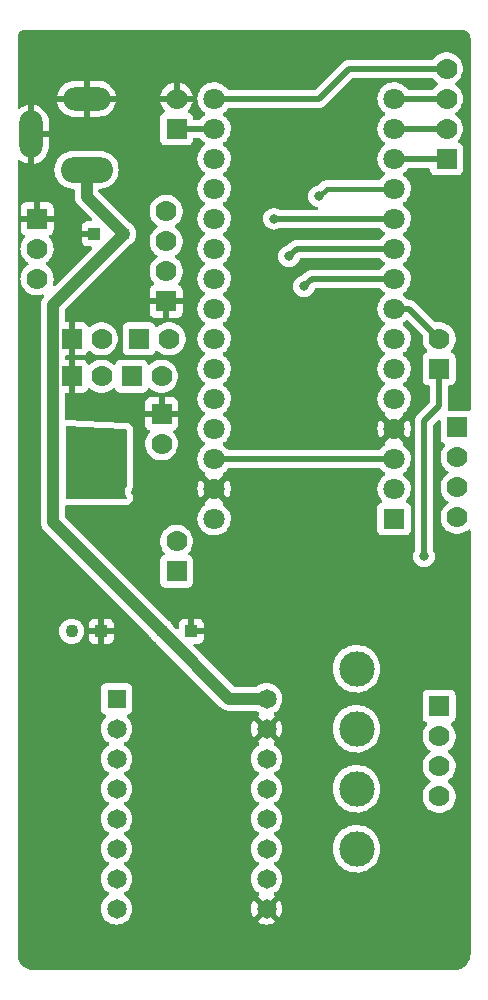
<source format=gbr>
%TF.GenerationSoftware,KiCad,Pcbnew,6.0.0*%
%TF.CreationDate,2022-01-29T03:06:04+03:00*%
%TF.ProjectId,pump,70756d70-2e6b-4696-9361-645f70636258,rev?*%
%TF.SameCoordinates,Original*%
%TF.FileFunction,Copper,L2,Bot*%
%TF.FilePolarity,Positive*%
%FSLAX46Y46*%
G04 Gerber Fmt 4.6, Leading zero omitted, Abs format (unit mm)*
G04 Created by KiCad (PCBNEW 6.0.0) date 2022-01-29 03:06:04*
%MOMM*%
%LPD*%
G01*
G04 APERTURE LIST*
G04 Aperture macros list*
%AMRoundRect*
0 Rectangle with rounded corners*
0 $1 Rounding radius*
0 $2 $3 $4 $5 $6 $7 $8 $9 X,Y pos of 4 corners*
0 Add a 4 corners polygon primitive as box body*
4,1,4,$2,$3,$4,$5,$6,$7,$8,$9,$2,$3,0*
0 Add four circle primitives for the rounded corners*
1,1,$1+$1,$2,$3*
1,1,$1+$1,$4,$5*
1,1,$1+$1,$6,$7*
1,1,$1+$1,$8,$9*
0 Add four rect primitives between the rounded corners*
20,1,$1+$1,$2,$3,$4,$5,0*
20,1,$1+$1,$4,$5,$6,$7,0*
20,1,$1+$1,$6,$7,$8,$9,0*
20,1,$1+$1,$8,$9,$2,$3,0*%
G04 Aperture macros list end*
%TA.AperFunction,ComponentPad*%
%ADD10R,1.778000X1.778000*%
%TD*%
%TA.AperFunction,ComponentPad*%
%ADD11RoundRect,0.889000X0.000000X0.000000X0.000000X0.000000X0.000000X0.000000X0.000000X0.000000X0*%
%TD*%
%TA.AperFunction,ComponentPad*%
%ADD12O,2.000000X4.000000*%
%TD*%
%TA.AperFunction,ComponentPad*%
%ADD13O,4.000000X2.000000*%
%TD*%
%TA.AperFunction,ComponentPad*%
%ADD14O,4.400000X2.200000*%
%TD*%
%TA.AperFunction,ComponentPad*%
%ADD15RoundRect,0.889000X0.000000X0.000000X0.000000X0.000000X0.000000X0.000000X0.000000X0.000000X0*%
%TD*%
%TA.AperFunction,ComponentPad*%
%ADD16R,1.650000X1.650000*%
%TD*%
%TA.AperFunction,ComponentPad*%
%ADD17C,1.650000*%
%TD*%
%TA.AperFunction,ComponentPad*%
%ADD18R,1.800000X1.800000*%
%TD*%
%TA.AperFunction,ComponentPad*%
%ADD19C,1.800000*%
%TD*%
%TA.AperFunction,ComponentPad*%
%ADD20RoundRect,0.889000X0.000000X0.000000X0.000000X0.000000X0.000000X0.000000X0.000000X0.000000X0*%
%TD*%
%TA.AperFunction,ComponentPad*%
%ADD21C,3.000000*%
%TD*%
%TA.AperFunction,ComponentPad*%
%ADD22C,1.100000*%
%TD*%
%TA.AperFunction,ComponentPad*%
%ADD23R,1.100000X1.100000*%
%TD*%
%TA.AperFunction,ViaPad*%
%ADD24C,0.800000*%
%TD*%
%TA.AperFunction,Conductor*%
%ADD25C,0.500000*%
%TD*%
%TA.AperFunction,Conductor*%
%ADD26C,1.000000*%
%TD*%
%TA.AperFunction,Conductor*%
%ADD27C,0.400000*%
%TD*%
G04 APERTURE END LIST*
D10*
%TO.P,J10,1,1*%
%TO.N,+12V*%
X106045000Y-78105000D03*
D11*
%TO.P,J10,2,2*%
%TO.N,Net-(TB1-Pad30)*%
X106045000Y-75565000D03*
%TD*%
D12*
%TO.P,J1,3*%
%TO.N,GND*%
X93725000Y-41100000D03*
D13*
%TO.P,J1,2*%
X98425000Y-38100000D03*
D14*
%TO.P,J1,1*%
%TO.N,+12V*%
X98425000Y-44100000D03*
%TD*%
D10*
%TO.P,R3,1*%
%TO.N,FAULT*%
X128270000Y-60960000D03*
D11*
%TO.P,R3,2*%
%TO.N,Net-(TB1-Pad8)*%
X128270000Y-58420000D03*
%TD*%
D10*
%TO.P,R2,1*%
%TO.N,Net-(D2-Pad2)*%
X102870000Y-58420000D03*
D15*
%TO.P,R2,2*%
%TO.N,/LED1*%
X105410000Y-58420000D03*
%TD*%
D10*
%TO.P,R1,1*%
%TO.N,Net-(D1-Pad2)*%
X102235000Y-61595000D03*
D15*
%TO.P,R1,2*%
%TO.N,/LED2*%
X104775000Y-61595000D03*
%TD*%
D10*
%TO.P,D2,1,K*%
%TO.N,GND*%
X97155000Y-58420000D03*
D15*
%TO.P,D2,2,A*%
%TO.N,Net-(D2-Pad2)*%
X99695000Y-58420000D03*
%TD*%
D10*
%TO.P,D1,1,K*%
%TO.N,GND*%
X97155000Y-61595000D03*
D15*
%TO.P,D1,2,A*%
%TO.N,Net-(D1-Pad2)*%
X99695000Y-61595000D03*
%TD*%
D16*
%TO.P,U2,1,~{EN}*%
%TO.N,unconnected-(U2-Pad1)*%
X100965000Y-88900000D03*
D17*
%TO.P,U2,2,M0*%
%TO.N,M0*%
X100965000Y-91440000D03*
%TO.P,U2,3,M1*%
%TO.N,M1*%
X100965000Y-93980000D03*
%TO.P,U2,4,M2*%
%TO.N,M2*%
X100965000Y-96520000D03*
%TO.P,U2,5,~{RST}*%
%TO.N,+5V*%
X100965000Y-99060000D03*
%TO.P,U2,6,~{SLP}*%
X100965000Y-101600000D03*
%TO.P,U2,7,STEP*%
%TO.N,STEP*%
X100965000Y-104140000D03*
%TO.P,U2,8,DIR*%
%TO.N,DIR*%
X100965000Y-106680000D03*
%TO.P,U2,9,GND*%
%TO.N,GND*%
X113665000Y-106680000D03*
%TO.P,U2,10,~{FLT}*%
%TO.N,FAULT*%
X113665000Y-104140000D03*
%TO.P,U2,11,A2*%
%TO.N,/A2*%
X113665000Y-101600000D03*
%TO.P,U2,12,A1*%
%TO.N,/A1*%
X113665000Y-99060000D03*
%TO.P,U2,13,B1*%
%TO.N,/B1*%
X113665000Y-96520000D03*
%TO.P,U2,14,B2*%
%TO.N,/B2*%
X113665000Y-93980000D03*
%TO.P,U2,15,GND_MOT*%
%TO.N,GND*%
X113665000Y-91440000D03*
%TO.P,U2,16,VMOT*%
%TO.N,+12V*%
X113665000Y-88900000D03*
%TD*%
D18*
%TO.P,TB1,1,D1/TX*%
%TO.N,Net-(J4-Pad4)*%
X124460000Y-73660000D03*
D19*
%TO.P,TB1,2,D0/RX*%
%TO.N,Net-(J4-Pad3)*%
X124460000Y-71120000D03*
%TO.P,TB1,3,RESET*%
%TO.N,unconnected-(TB1-Pad28)*%
X124460000Y-68580000D03*
%TO.P,TB1,4,COM/GND*%
%TO.N,GND*%
X124460000Y-66040000D03*
%TO.P,TB1,5,D2*%
%TO.N,Net-(J4-Pad2)*%
X124460000Y-63500000D03*
%TO.P,TB1,6,D3*%
%TO.N,Net-(J4-Pad1)*%
X124460000Y-60960000D03*
%TO.P,TB1,7,D4*%
%TO.N,DIR*%
X124460000Y-58420000D03*
%TO.P,TB1,8,D5*%
%TO.N,Net-(TB1-Pad8)*%
X124460000Y-55880000D03*
%TO.P,TB1,9,D6*%
%TO.N,M2*%
X124460000Y-53340000D03*
%TO.P,TB1,10,D7*%
%TO.N,M1*%
X124460000Y-50800000D03*
%TO.P,TB1,11,D8*%
%TO.N,M0*%
X124460000Y-48260000D03*
%TO.P,TB1,12,D9*%
%TO.N,STEP*%
X124460000Y-45720000D03*
%TO.P,TB1,13,D10*%
%TO.N,Net-(J6-Pad1)*%
X124460000Y-43180000D03*
%TO.P,TB1,14,D11/MOSI*%
%TO.N,Net-(J6-Pad2)*%
X124460000Y-40640000D03*
%TO.P,TB1,15,D12/MISO*%
%TO.N,Net-(J6-Pad3)*%
X124460000Y-38100000D03*
%TO.P,TB1,16,D13/SCK*%
%TO.N,Net-(J6-Pad4)*%
X109220000Y-38100000D03*
%TO.P,TB1,17,3V3*%
%TO.N,Net-(J5-Pad1)*%
X109220000Y-40640000D03*
%TO.P,TB1,18,AREF*%
%TO.N,unconnected-(TB1-Pad18)*%
X109220000Y-43180000D03*
%TO.P,TB1,19,A0*%
%TO.N,Net-(J2-Pad2)*%
X109220000Y-45720000D03*
%TO.P,TB1,20,A1*%
%TO.N,unconnected-(TB1-Pad20)*%
X109220000Y-48260000D03*
%TO.P,TB1,21,A2*%
%TO.N,Net-(J3-Pad4)*%
X109220000Y-50800000D03*
%TO.P,TB1,22,A3*%
%TO.N,Net-(J3-Pad3)*%
X109220000Y-53340000D03*
%TO.P,TB1,23,A4*%
%TO.N,Net-(J3-Pad2)*%
X109220000Y-55880000D03*
%TO.P,TB1,24,A5*%
%TO.N,unconnected-(TB1-Pad24)*%
X109220000Y-58420000D03*
%TO.P,TB1,25,A6*%
%TO.N,/LED1*%
X109220000Y-60960000D03*
%TO.P,TB1,26,A7*%
%TO.N,/LED2*%
X109220000Y-63500000D03*
%TO.P,TB1,27,+5V*%
%TO.N,+5V*%
X109220000Y-66040000D03*
%TO.P,TB1,28,RESET*%
%TO.N,unconnected-(TB1-Pad28)*%
X109220000Y-68580000D03*
%TO.P,TB1,29,COM/GND*%
%TO.N,GND*%
X109220000Y-71120000D03*
%TO.P,TB1,30,VIN*%
%TO.N,Net-(TB1-Pad30)*%
X109220000Y-73660000D03*
%TD*%
D10*
%TO.P,J9,1,1*%
%TO.N,/B2*%
X128270000Y-89535000D03*
D20*
%TO.P,J9,2,2*%
%TO.N,/B1*%
X128270000Y-92075000D03*
%TO.P,J9,3,3*%
%TO.N,/A1*%
X128270000Y-94615000D03*
%TO.P,J9,4,4*%
%TO.N,/A2*%
X128270000Y-97155000D03*
%TD*%
D21*
%TO.P,J8,1,12V*%
%TO.N,/A2*%
X121285000Y-101600000D03*
%TO.P,J8,2,GND*%
%TO.N,/A1*%
X121285000Y-96520000D03*
%TO.P,J8,3,GND*%
%TO.N,/B1*%
X121285000Y-91440000D03*
%TO.P,J8,4,5V*%
%TO.N,/B2*%
X121285000Y-86360000D03*
%TD*%
D10*
%TO.P,J7,1,1*%
%TO.N,GND*%
X104775000Y-64770000D03*
D20*
%TO.P,J7,2,2*%
%TO.N,+5V*%
X104775000Y-67310000D03*
%TD*%
D10*
%TO.P,J6,1,1*%
%TO.N,Net-(J6-Pad1)*%
X128905000Y-43180000D03*
D11*
%TO.P,J6,2,2*%
%TO.N,Net-(J6-Pad2)*%
X128905000Y-40640000D03*
%TO.P,J6,3,3*%
%TO.N,Net-(J6-Pad3)*%
X128905000Y-38100000D03*
%TO.P,J6,4,4*%
%TO.N,Net-(J6-Pad4)*%
X128905000Y-35560000D03*
%TD*%
D10*
%TO.P,J5,1,1*%
%TO.N,Net-(J5-Pad1)*%
X106045000Y-40640000D03*
D11*
%TO.P,J5,2,2*%
%TO.N,GND*%
X106045000Y-38100000D03*
%TD*%
D10*
%TO.P,J4,1,1*%
%TO.N,Net-(J4-Pad1)*%
X129792250Y-65914750D03*
D20*
%TO.P,J4,2,2*%
%TO.N,Net-(J4-Pad2)*%
X129792250Y-68454750D03*
%TO.P,J4,3,3*%
%TO.N,Net-(J4-Pad3)*%
X129792250Y-70994750D03*
%TO.P,J4,4,4*%
%TO.N,Net-(J4-Pad4)*%
X129792250Y-73534750D03*
%TD*%
D10*
%TO.P,J3,1,1*%
%TO.N,GND*%
X105157750Y-55245000D03*
D11*
%TO.P,J3,2,2*%
%TO.N,Net-(J3-Pad2)*%
X105157750Y-52705000D03*
%TO.P,J3,3,3*%
%TO.N,Net-(J3-Pad3)*%
X105157750Y-50165000D03*
%TO.P,J3,4,4*%
%TO.N,Net-(J3-Pad4)*%
X105157750Y-47625000D03*
%TD*%
D10*
%TO.P,J2,1,1*%
%TO.N,GND*%
X94232250Y-48260000D03*
D20*
%TO.P,J2,2,2*%
%TO.N,Net-(J2-Pad2)*%
X94232250Y-50800000D03*
%TO.P,J2,3,3*%
%TO.N,+5V*%
X94232250Y-53340000D03*
%TD*%
D22*
%TO.P,C5,+,+*%
%TO.N,+12V*%
X104795000Y-83185000D03*
D23*
%TO.P,C5,-,-*%
%TO.N,GND*%
X107295000Y-83185000D03*
%TD*%
D22*
%TO.P,C4,+,+*%
%TO.N,+5V*%
X97175000Y-83185000D03*
D23*
%TO.P,C4,-,-*%
%TO.N,GND*%
X99675000Y-83185000D03*
%TD*%
D22*
%TO.P,C2,+,+*%
%TO.N,+12V*%
X101580000Y-49530000D03*
D23*
%TO.P,C2,-,-*%
%TO.N,GND*%
X99080000Y-49530000D03*
%TD*%
D24*
%TO.N,GND*%
X103759000Y-79248000D03*
X98298000Y-80645000D03*
X104140000Y-85598000D03*
X99695000Y-85725000D03*
X98933000Y-64389000D03*
X102108000Y-64516000D03*
X102616000Y-71374000D03*
X102616000Y-73152000D03*
X102235000Y-74930000D03*
X110236000Y-76073000D03*
X112268000Y-78359000D03*
X109347000Y-78232000D03*
X110490000Y-80518000D03*
X108839000Y-80518000D03*
%TO.N,+5V*%
X101092000Y-69596000D03*
X100330000Y-67183000D03*
X99314000Y-71247000D03*
X99314000Y-69469000D03*
X97409000Y-69469000D03*
X97409000Y-71247000D03*
%TO.N,GND*%
X105156000Y-34036000D03*
X103886000Y-35814000D03*
X120523000Y-40894000D03*
X113538000Y-43434000D03*
X113538000Y-41021000D03*
X112395000Y-71247000D03*
X112395000Y-73025000D03*
X112395000Y-74676000D03*
X126238000Y-79248000D03*
X125603000Y-81280000D03*
X123317000Y-81280000D03*
X121158000Y-80645000D03*
X118618000Y-84582000D03*
X97663000Y-107061000D03*
X94107000Y-103251000D03*
X95123000Y-106299000D03*
X97155000Y-104267000D03*
X96647000Y-101473000D03*
X96520000Y-94615000D03*
X97663000Y-92075000D03*
X97028000Y-89281000D03*
X118999000Y-107061000D03*
X109347000Y-104648000D03*
X108712000Y-106807000D03*
X111379000Y-106553000D03*
X111252000Y-104521000D03*
X103759000Y-100838000D03*
X104140000Y-96393000D03*
X106553000Y-98806000D03*
X106426000Y-94869000D03*
X111379000Y-96139000D03*
X111379000Y-92964000D03*
X112395000Y-58674000D03*
X112395000Y-61341000D03*
X112395000Y-63246000D03*
X112395000Y-65151000D03*
%TO.N,FAULT*%
X127000000Y-76835000D03*
%TO.N,M0*%
X114300000Y-48260000D03*
%TO.N,M1*%
X115570000Y-51435000D03*
%TO.N,M2*%
X116840000Y-53975000D03*
%TO.N,STEP*%
X118110000Y-46355000D03*
%TO.N,GND*%
X93345000Y-80010000D03*
X93345000Y-78740000D03*
%TD*%
D25*
%TO.N,unconnected-(TB1-Pad28)*%
X109220000Y-68580000D02*
X124460000Y-68580000D01*
%TO.N,Net-(J5-Pad1)*%
X106045000Y-40640000D02*
X109220000Y-40640000D01*
%TO.N,Net-(TB1-Pad8)*%
X124460000Y-55880000D02*
X125730000Y-55880000D01*
X125730000Y-55880000D02*
X128270000Y-58420000D01*
%TO.N,Net-(J6-Pad1)*%
X128905000Y-43180000D02*
X124460000Y-43180000D01*
%TO.N,Net-(J6-Pad2)*%
X128905000Y-40640000D02*
X124460000Y-40640000D01*
%TO.N,Net-(J6-Pad3)*%
X128905000Y-38100000D02*
X124460000Y-38100000D01*
%TO.N,FAULT*%
X127000000Y-76835000D02*
X127000000Y-65405000D01*
X127000000Y-65405000D02*
X128270000Y-64135000D01*
X128270000Y-64135000D02*
X128270000Y-60960000D01*
%TO.N,Net-(J6-Pad4)*%
X109220000Y-38100000D02*
X118110000Y-38100000D01*
X118110000Y-38100000D02*
X120650000Y-35560000D01*
X120650000Y-35560000D02*
X128905000Y-35560000D01*
D26*
%TO.N,+12V*%
X104795000Y-83185000D02*
X95566489Y-73956489D01*
X95566489Y-73956489D02*
X95566489Y-55543511D01*
X95566489Y-55543511D02*
X101580000Y-49530000D01*
X113665000Y-88900000D02*
X110510000Y-88900000D01*
X110510000Y-88900000D02*
X104795000Y-83185000D01*
D25*
%TO.N,M0*%
X114300000Y-48260000D02*
X124460000Y-48260000D01*
%TO.N,M1*%
X115570000Y-51435000D02*
X116205000Y-50800000D01*
X116205000Y-50800000D02*
X124460000Y-50800000D01*
%TO.N,M2*%
X117475000Y-53340000D02*
X124460000Y-53340000D01*
X116840000Y-53975000D02*
X117475000Y-53340000D01*
D27*
%TO.N,STEP*%
X118110000Y-46355000D02*
X118745000Y-45720000D01*
X118745000Y-45720000D02*
X124460000Y-45720000D01*
D26*
%TO.N,+12V*%
X98425000Y-44100000D02*
X98425000Y-46375000D01*
X98425000Y-46375000D02*
X101580000Y-49530000D01*
%TD*%
%TA.AperFunction,Conductor*%
%TO.N,GND*%
G36*
X130264366Y-32260366D02*
G01*
X130275400Y-32262535D01*
X130284340Y-32261725D01*
X130284347Y-32261725D01*
X130284832Y-32261681D01*
X130314912Y-32262562D01*
X130415456Y-32277655D01*
X130442047Y-32284683D01*
X130555186Y-32328271D01*
X130579619Y-32340901D01*
X130680609Y-32408005D01*
X130701713Y-32425632D01*
X130785734Y-32513051D01*
X130802515Y-32534843D01*
X130865561Y-32638405D01*
X130877215Y-32663322D01*
X130916287Y-32778102D01*
X130922255Y-32804952D01*
X130932626Y-32899399D01*
X130932279Y-32915097D01*
X130933305Y-32915110D01*
X130933196Y-32924079D01*
X130931814Y-32932954D01*
X130935936Y-32964475D01*
X130937000Y-32980813D01*
X130937000Y-64400127D01*
X130916998Y-64468248D01*
X130863342Y-64514741D01*
X130793602Y-64524768D01*
X130791566Y-64524005D01*
X130729384Y-64517250D01*
X129120157Y-64517250D01*
X129052036Y-64497248D01*
X129005543Y-64443592D01*
X128995439Y-64373318D01*
X128996793Y-64365611D01*
X129009490Y-64304571D01*
X129010457Y-64300299D01*
X129026473Y-64234845D01*
X129027808Y-64229390D01*
X129028500Y-64218236D01*
X129028536Y-64218238D01*
X129028775Y-64214245D01*
X129029149Y-64210053D01*
X129030640Y-64202885D01*
X129028546Y-64125479D01*
X129028500Y-64122072D01*
X129028500Y-62483500D01*
X129048502Y-62415379D01*
X129102158Y-62368886D01*
X129154500Y-62357500D01*
X129207134Y-62357500D01*
X129269316Y-62350745D01*
X129405705Y-62299615D01*
X129522261Y-62212261D01*
X129609615Y-62095705D01*
X129660745Y-61959316D01*
X129667500Y-61897134D01*
X129667500Y-60022866D01*
X129660745Y-59960684D01*
X129609615Y-59824295D01*
X129522261Y-59707739D01*
X129405705Y-59620385D01*
X129329879Y-59591959D01*
X129273115Y-59549317D01*
X129248415Y-59482756D01*
X129263622Y-59413407D01*
X129277794Y-59392741D01*
X129414676Y-59230476D01*
X129417378Y-59225879D01*
X129417382Y-59225874D01*
X129519332Y-59052450D01*
X129534868Y-59026023D01*
X129618893Y-58804242D01*
X129664349Y-58571475D01*
X129667500Y-58513296D01*
X129667500Y-58326704D01*
X129664349Y-58268525D01*
X129662441Y-58258756D01*
X129619915Y-58040990D01*
X129619914Y-58040987D01*
X129618893Y-58035758D01*
X129534868Y-57813977D01*
X129477738Y-57716795D01*
X129417382Y-57614126D01*
X129417378Y-57614121D01*
X129414676Y-57609524D01*
X129370930Y-57557665D01*
X129272664Y-57441177D01*
X129261755Y-57428245D01*
X129180869Y-57360012D01*
X129084559Y-57278768D01*
X129084557Y-57278767D01*
X129080476Y-57275324D01*
X129075879Y-57272622D01*
X129075874Y-57272618D01*
X128973205Y-57212262D01*
X128876023Y-57155132D01*
X128654242Y-57071107D01*
X128649013Y-57070086D01*
X128649010Y-57070085D01*
X128425761Y-57026488D01*
X128421475Y-57025651D01*
X128413537Y-57025221D01*
X128364984Y-57022591D01*
X128364969Y-57022591D01*
X128363296Y-57022500D01*
X128176704Y-57022500D01*
X128175031Y-57022591D01*
X128175016Y-57022591D01*
X128126463Y-57025221D01*
X128118525Y-57025651D01*
X128041960Y-57040603D01*
X127971268Y-57034028D01*
X127928715Y-57006034D01*
X126313770Y-55391089D01*
X126301384Y-55376677D01*
X126292851Y-55365082D01*
X126292846Y-55365077D01*
X126288508Y-55359182D01*
X126282930Y-55354443D01*
X126282927Y-55354440D01*
X126248232Y-55324965D01*
X126240716Y-55318035D01*
X126235021Y-55312340D01*
X126228880Y-55307482D01*
X126212749Y-55294719D01*
X126209345Y-55291928D01*
X126159297Y-55249409D01*
X126159295Y-55249408D01*
X126153715Y-55244667D01*
X126147199Y-55241339D01*
X126142150Y-55237972D01*
X126137021Y-55234805D01*
X126131284Y-55230266D01*
X126065125Y-55199345D01*
X126061225Y-55197439D01*
X125996192Y-55164231D01*
X125989084Y-55162492D01*
X125983441Y-55160393D01*
X125977678Y-55158476D01*
X125971050Y-55155378D01*
X125942214Y-55149380D01*
X125899588Y-55140514D01*
X125895299Y-55139543D01*
X125892639Y-55138892D01*
X125824390Y-55122192D01*
X125818788Y-55121844D01*
X125818785Y-55121844D01*
X125813236Y-55121500D01*
X125813238Y-55121464D01*
X125809245Y-55121225D01*
X125805053Y-55120851D01*
X125797885Y-55119360D01*
X125731675Y-55121151D01*
X125720479Y-55121454D01*
X125717072Y-55121500D01*
X125715493Y-55121500D01*
X125647372Y-55101498D01*
X125609701Y-55063941D01*
X125608935Y-55062756D01*
X125579764Y-55017665D01*
X125423887Y-54846358D01*
X125419836Y-54843159D01*
X125419832Y-54843155D01*
X125247077Y-54706722D01*
X125206014Y-54648805D01*
X125202782Y-54577882D01*
X125238407Y-54516470D01*
X125252001Y-54505261D01*
X125255872Y-54502500D01*
X125372243Y-54419494D01*
X125536303Y-54256005D01*
X125671458Y-54067917D01*
X125718641Y-53972450D01*
X125771784Y-53864922D01*
X125771785Y-53864920D01*
X125774078Y-53860280D01*
X125841408Y-53638671D01*
X125871640Y-53409041D01*
X125873327Y-53340000D01*
X125861232Y-53192883D01*
X125854773Y-53114318D01*
X125854772Y-53114312D01*
X125854349Y-53109167D01*
X125817130Y-52960990D01*
X125799184Y-52889544D01*
X125799183Y-52889540D01*
X125797925Y-52884533D01*
X125787589Y-52860761D01*
X125707630Y-52676868D01*
X125707628Y-52676865D01*
X125705570Y-52672131D01*
X125579764Y-52477665D01*
X125423887Y-52306358D01*
X125419836Y-52303159D01*
X125419832Y-52303155D01*
X125247077Y-52166722D01*
X125206014Y-52108805D01*
X125202782Y-52037882D01*
X125238407Y-51976470D01*
X125252001Y-51965261D01*
X125255872Y-51962500D01*
X125372243Y-51879494D01*
X125536303Y-51716005D01*
X125671458Y-51527917D01*
X125689281Y-51491856D01*
X125771784Y-51324922D01*
X125771785Y-51324920D01*
X125774078Y-51320280D01*
X125841408Y-51098671D01*
X125871640Y-50869041D01*
X125873327Y-50800000D01*
X125861232Y-50652883D01*
X125854773Y-50574318D01*
X125854772Y-50574312D01*
X125854349Y-50569167D01*
X125818902Y-50428046D01*
X125799184Y-50349544D01*
X125799183Y-50349540D01*
X125797925Y-50344533D01*
X125786412Y-50318054D01*
X125707630Y-50136868D01*
X125707628Y-50136865D01*
X125705570Y-50132131D01*
X125579764Y-49937665D01*
X125423887Y-49766358D01*
X125419836Y-49763159D01*
X125419832Y-49763155D01*
X125247077Y-49626722D01*
X125206014Y-49568805D01*
X125202782Y-49497882D01*
X125238407Y-49436470D01*
X125252001Y-49425261D01*
X125255872Y-49422500D01*
X125372243Y-49339494D01*
X125536303Y-49176005D01*
X125671458Y-48987917D01*
X125689281Y-48951856D01*
X125771784Y-48784922D01*
X125771785Y-48784920D01*
X125774078Y-48780280D01*
X125841408Y-48558671D01*
X125871640Y-48329041D01*
X125873327Y-48260000D01*
X125857196Y-48063794D01*
X125854773Y-48034318D01*
X125854772Y-48034312D01*
X125854349Y-48029167D01*
X125819002Y-47888444D01*
X125799184Y-47809544D01*
X125799183Y-47809540D01*
X125797925Y-47804533D01*
X125787589Y-47780761D01*
X125707630Y-47596868D01*
X125707628Y-47596865D01*
X125705570Y-47592131D01*
X125579764Y-47397665D01*
X125572639Y-47389834D01*
X125508652Y-47319514D01*
X125423887Y-47226358D01*
X125419836Y-47223159D01*
X125419832Y-47223155D01*
X125247077Y-47086722D01*
X125206014Y-47028805D01*
X125202782Y-46957882D01*
X125238407Y-46896470D01*
X125252001Y-46885261D01*
X125257812Y-46881116D01*
X125372243Y-46799494D01*
X125536303Y-46636005D01*
X125671458Y-46447917D01*
X125681055Y-46428500D01*
X125771784Y-46244922D01*
X125771785Y-46244920D01*
X125774078Y-46240280D01*
X125841408Y-46018671D01*
X125871640Y-45789041D01*
X125873327Y-45720000D01*
X125858488Y-45539511D01*
X125854773Y-45494318D01*
X125854772Y-45494312D01*
X125854349Y-45489167D01*
X125797925Y-45264533D01*
X125786015Y-45237142D01*
X125707630Y-45056868D01*
X125707628Y-45056865D01*
X125705570Y-45052131D01*
X125579764Y-44857665D01*
X125560708Y-44836722D01*
X125530134Y-44803122D01*
X125423887Y-44686358D01*
X125419836Y-44683159D01*
X125419832Y-44683155D01*
X125247077Y-44546722D01*
X125206014Y-44488805D01*
X125202782Y-44417882D01*
X125238407Y-44356470D01*
X125252001Y-44345261D01*
X125255872Y-44342500D01*
X125372243Y-44259494D01*
X125536303Y-44096005D01*
X125611777Y-43990973D01*
X125667770Y-43947326D01*
X125714098Y-43938500D01*
X127381500Y-43938500D01*
X127449621Y-43958502D01*
X127496114Y-44012158D01*
X127507500Y-44064500D01*
X127507500Y-44117134D01*
X127514255Y-44179316D01*
X127565385Y-44315705D01*
X127652739Y-44432261D01*
X127769295Y-44519615D01*
X127905684Y-44570745D01*
X127967866Y-44577500D01*
X129842134Y-44577500D01*
X129904316Y-44570745D01*
X130040705Y-44519615D01*
X130157261Y-44432261D01*
X130244615Y-44315705D01*
X130295745Y-44179316D01*
X130302500Y-44117134D01*
X130302500Y-42242866D01*
X130295745Y-42180684D01*
X130244615Y-42044295D01*
X130157261Y-41927739D01*
X130040705Y-41840385D01*
X129964879Y-41811959D01*
X129908115Y-41769317D01*
X129883415Y-41702756D01*
X129898622Y-41633407D01*
X129912794Y-41612741D01*
X130049676Y-41450476D01*
X130052378Y-41445879D01*
X130052382Y-41445874D01*
X130154332Y-41272450D01*
X130169868Y-41246023D01*
X130253893Y-41024242D01*
X130299349Y-40791475D01*
X130302500Y-40733296D01*
X130302500Y-40546704D01*
X130299349Y-40488525D01*
X130297441Y-40478756D01*
X130254915Y-40260990D01*
X130254914Y-40260987D01*
X130253893Y-40255758D01*
X130169868Y-40033977D01*
X130112738Y-39936795D01*
X130052382Y-39834126D01*
X130052378Y-39834121D01*
X130049676Y-39829524D01*
X130044967Y-39823941D01*
X129900195Y-39652323D01*
X129896755Y-39648245D01*
X129796564Y-39563727D01*
X129719559Y-39498768D01*
X129719557Y-39498767D01*
X129715476Y-39495324D01*
X129687063Y-39478621D01*
X129638475Y-39426856D01*
X129625586Y-39357039D01*
X129652490Y-39291337D01*
X129687063Y-39261379D01*
X129698892Y-39254425D01*
X129715476Y-39244676D01*
X129770793Y-39198013D01*
X129892677Y-39095195D01*
X129896755Y-39091755D01*
X129966990Y-39008496D01*
X130046232Y-38914559D01*
X130046234Y-38914556D01*
X130049676Y-38910476D01*
X130052378Y-38905879D01*
X130052382Y-38905874D01*
X130116616Y-38796607D01*
X130169868Y-38706023D01*
X130253893Y-38484242D01*
X130275547Y-38373361D01*
X130298512Y-38255761D01*
X130299349Y-38251475D01*
X130302500Y-38193296D01*
X130302500Y-38006704D01*
X130299349Y-37948525D01*
X130278520Y-37841864D01*
X130254915Y-37720990D01*
X130254914Y-37720987D01*
X130253893Y-37715758D01*
X130169868Y-37493977D01*
X130089517Y-37357295D01*
X130052382Y-37294126D01*
X130052378Y-37294121D01*
X130049676Y-37289524D01*
X130044967Y-37283941D01*
X129900195Y-37112323D01*
X129896755Y-37108245D01*
X129715476Y-36955324D01*
X129687063Y-36938621D01*
X129638475Y-36886856D01*
X129625586Y-36817039D01*
X129652490Y-36751337D01*
X129687063Y-36721379D01*
X129715476Y-36704676D01*
X129728309Y-36693851D01*
X129892677Y-36555195D01*
X129896755Y-36551755D01*
X130049676Y-36370476D01*
X130052378Y-36365879D01*
X130052382Y-36365874D01*
X130112738Y-36263205D01*
X130169868Y-36166023D01*
X130253893Y-35944242D01*
X130299349Y-35711475D01*
X130302500Y-35653296D01*
X130302500Y-35466704D01*
X130299349Y-35408525D01*
X130253893Y-35175758D01*
X130169868Y-34953977D01*
X130089236Y-34816818D01*
X130052382Y-34754126D01*
X130052378Y-34754121D01*
X130049676Y-34749524D01*
X129896755Y-34568245D01*
X129715476Y-34415324D01*
X129710879Y-34412622D01*
X129710874Y-34412618D01*
X129608205Y-34352262D01*
X129511023Y-34295132D01*
X129289242Y-34211107D01*
X129284013Y-34210086D01*
X129284010Y-34210085D01*
X129060761Y-34166488D01*
X129056475Y-34165651D01*
X129048537Y-34165221D01*
X128999984Y-34162591D01*
X128999969Y-34162591D01*
X128998296Y-34162500D01*
X128811704Y-34162500D01*
X128810031Y-34162591D01*
X128810016Y-34162591D01*
X128761463Y-34165221D01*
X128753525Y-34165651D01*
X128749239Y-34166488D01*
X128525990Y-34210085D01*
X128525987Y-34210086D01*
X128520758Y-34211107D01*
X128298977Y-34295132D01*
X128201795Y-34352262D01*
X128099126Y-34412618D01*
X128099121Y-34412622D01*
X128094524Y-34415324D01*
X127913245Y-34568245D01*
X127760324Y-34749524D01*
X127760266Y-34749475D01*
X127706041Y-34792351D01*
X127658903Y-34801500D01*
X120717063Y-34801500D01*
X120698114Y-34800067D01*
X120697907Y-34800036D01*
X120676651Y-34796802D01*
X120669359Y-34797395D01*
X120669356Y-34797395D01*
X120623991Y-34801085D01*
X120613777Y-34801500D01*
X120605707Y-34801500D01*
X120602087Y-34801922D01*
X120602069Y-34801923D01*
X120577461Y-34804792D01*
X120573100Y-34805224D01*
X120547981Y-34807267D01*
X120507661Y-34810546D01*
X120507658Y-34810547D01*
X120500363Y-34811140D01*
X120493399Y-34813396D01*
X120487440Y-34814587D01*
X120481585Y-34815971D01*
X120474319Y-34816818D01*
X120405673Y-34841735D01*
X120401545Y-34843152D01*
X120339064Y-34863393D01*
X120339062Y-34863394D01*
X120332101Y-34865649D01*
X120325846Y-34869445D01*
X120320372Y-34871951D01*
X120314942Y-34874670D01*
X120308063Y-34877167D01*
X120247016Y-34917191D01*
X120243327Y-34919518D01*
X120223135Y-34931771D01*
X120185693Y-34954491D01*
X120185688Y-34954495D01*
X120180892Y-34957405D01*
X120172516Y-34964803D01*
X120172493Y-34964777D01*
X120169503Y-34967426D01*
X120166264Y-34970134D01*
X120160148Y-34974144D01*
X120155121Y-34979451D01*
X120155117Y-34979454D01*
X120106872Y-35030383D01*
X120104494Y-35032825D01*
X117832724Y-37304595D01*
X117770412Y-37338621D01*
X117743629Y-37341500D01*
X110475493Y-37341500D01*
X110407372Y-37321498D01*
X110369701Y-37283941D01*
X110342571Y-37242004D01*
X110339764Y-37237665D01*
X110335205Y-37232654D01*
X110226029Y-37112672D01*
X110183887Y-37066358D01*
X110179836Y-37063159D01*
X110179832Y-37063155D01*
X110006177Y-36926011D01*
X110006172Y-36926008D01*
X110002123Y-36922810D01*
X109997607Y-36920317D01*
X109997604Y-36920315D01*
X109803879Y-36813373D01*
X109803875Y-36813371D01*
X109799355Y-36810876D01*
X109794486Y-36809152D01*
X109794482Y-36809150D01*
X109585903Y-36735288D01*
X109585899Y-36735287D01*
X109581028Y-36733562D01*
X109575935Y-36732655D01*
X109575932Y-36732654D01*
X109358095Y-36693851D01*
X109358089Y-36693850D01*
X109353006Y-36692945D01*
X109280096Y-36692054D01*
X109126581Y-36690179D01*
X109126579Y-36690179D01*
X109121411Y-36690116D01*
X108892464Y-36725150D01*
X108672314Y-36797106D01*
X108667726Y-36799494D01*
X108667722Y-36799496D01*
X108499905Y-36886856D01*
X108466872Y-36904052D01*
X108462739Y-36907155D01*
X108462736Y-36907157D01*
X108285790Y-37040012D01*
X108281655Y-37043117D01*
X108121639Y-37210564D01*
X108118725Y-37214836D01*
X108118724Y-37214837D01*
X108067776Y-37289524D01*
X107991119Y-37401899D01*
X107893602Y-37611981D01*
X107831707Y-37835169D01*
X107807095Y-38065469D01*
X107820427Y-38296697D01*
X107821564Y-38301743D01*
X107821565Y-38301749D01*
X107837338Y-38371736D01*
X107871346Y-38522642D01*
X107873288Y-38527424D01*
X107873289Y-38527428D01*
X107944417Y-38702595D01*
X107958484Y-38737237D01*
X108079501Y-38934719D01*
X108231147Y-39109784D01*
X108349024Y-39207647D01*
X108396884Y-39247381D01*
X108409349Y-39257730D01*
X108413819Y-39260342D01*
X108417511Y-39262500D01*
X108466232Y-39314140D01*
X108479301Y-39383924D01*
X108452566Y-39449694D01*
X108429589Y-39472045D01*
X108413696Y-39483978D01*
X108347627Y-39533584D01*
X108281655Y-39583117D01*
X108121639Y-39750564D01*
X108103152Y-39777665D01*
X108069835Y-39826505D01*
X108014923Y-39871507D01*
X107965747Y-39881500D01*
X107568500Y-39881500D01*
X107500379Y-39861498D01*
X107453886Y-39807842D01*
X107442500Y-39755500D01*
X107442500Y-39702866D01*
X107435745Y-39640684D01*
X107384615Y-39504295D01*
X107297261Y-39387739D01*
X107180705Y-39300385D01*
X107104383Y-39271773D01*
X107047619Y-39229131D01*
X107022919Y-39162570D01*
X107038127Y-39093221D01*
X107052304Y-39072547D01*
X107185822Y-38914269D01*
X107191974Y-38905580D01*
X107306712Y-38710403D01*
X107311304Y-38700820D01*
X107391521Y-38489090D01*
X107394432Y-38478872D01*
X107415345Y-38371782D01*
X107414141Y-38358832D01*
X107399089Y-38354000D01*
X104689297Y-38354000D01*
X104676820Y-38357664D01*
X104674963Y-38373361D01*
X104695568Y-38478872D01*
X104698479Y-38489090D01*
X104778696Y-38700820D01*
X104783288Y-38710403D01*
X104898026Y-38905580D01*
X104904178Y-38914269D01*
X105037696Y-39072547D01*
X105066331Y-39137513D01*
X105055297Y-39207647D01*
X105008097Y-39260682D01*
X104985617Y-39271773D01*
X104909295Y-39300385D01*
X104792739Y-39387739D01*
X104705385Y-39504295D01*
X104654255Y-39640684D01*
X104647500Y-39702866D01*
X104647500Y-41577134D01*
X104654255Y-41639316D01*
X104705385Y-41775705D01*
X104792739Y-41892261D01*
X104909295Y-41979615D01*
X105045684Y-42030745D01*
X105101560Y-42036815D01*
X105104267Y-42037109D01*
X105107866Y-42037500D01*
X106982134Y-42037500D01*
X106985734Y-42037109D01*
X106988440Y-42036815D01*
X107044316Y-42030745D01*
X107180705Y-41979615D01*
X107297261Y-41892261D01*
X107384615Y-41775705D01*
X107435745Y-41639316D01*
X107442500Y-41577134D01*
X107442500Y-41524500D01*
X107462502Y-41456379D01*
X107516158Y-41409886D01*
X107568500Y-41398500D01*
X107962230Y-41398500D01*
X108030351Y-41418502D01*
X108069662Y-41458665D01*
X108076798Y-41470309D01*
X108076801Y-41470314D01*
X108079501Y-41474719D01*
X108231147Y-41649784D01*
X108409349Y-41797730D01*
X108413819Y-41800342D01*
X108417511Y-41802500D01*
X108466232Y-41854140D01*
X108479301Y-41923924D01*
X108452566Y-41989694D01*
X108429589Y-42012045D01*
X108375438Y-42052703D01*
X108281655Y-42123117D01*
X108121639Y-42290564D01*
X108118725Y-42294836D01*
X108118724Y-42294837D01*
X108103152Y-42317665D01*
X107991119Y-42481899D01*
X107893602Y-42691981D01*
X107831707Y-42915169D01*
X107807095Y-43145469D01*
X107807392Y-43150622D01*
X107807392Y-43150625D01*
X107814597Y-43275581D01*
X107820427Y-43376697D01*
X107821564Y-43381743D01*
X107821565Y-43381749D01*
X107851794Y-43515884D01*
X107871346Y-43602642D01*
X107873288Y-43607424D01*
X107873289Y-43607428D01*
X107956540Y-43812450D01*
X107958484Y-43817237D01*
X108079501Y-44014719D01*
X108231147Y-44189784D01*
X108409349Y-44337730D01*
X108413819Y-44340342D01*
X108417511Y-44342500D01*
X108466232Y-44394140D01*
X108479301Y-44463924D01*
X108452566Y-44529694D01*
X108429589Y-44552045D01*
X108281655Y-44663117D01*
X108121639Y-44830564D01*
X108118730Y-44834829D01*
X108118724Y-44834837D01*
X108103152Y-44857665D01*
X107991119Y-45021899D01*
X107893602Y-45231981D01*
X107831707Y-45455169D01*
X107807095Y-45685469D01*
X107807392Y-45690622D01*
X107807392Y-45690625D01*
X107815069Y-45823774D01*
X107820427Y-45916697D01*
X107821564Y-45921743D01*
X107821565Y-45921749D01*
X107853741Y-46064523D01*
X107871346Y-46142642D01*
X107873288Y-46147424D01*
X107873289Y-46147428D01*
X107940585Y-46313157D01*
X107958484Y-46357237D01*
X108033912Y-46480324D01*
X108065518Y-46531900D01*
X108079501Y-46554719D01*
X108231147Y-46729784D01*
X108328299Y-46810441D01*
X108393621Y-46864672D01*
X108409349Y-46877730D01*
X108413819Y-46880342D01*
X108417511Y-46882500D01*
X108466232Y-46934140D01*
X108479301Y-47003924D01*
X108452566Y-47069694D01*
X108429589Y-47092045D01*
X108281655Y-47203117D01*
X108121639Y-47370564D01*
X108118725Y-47374836D01*
X108118724Y-47374837D01*
X108051922Y-47472765D01*
X107991119Y-47561899D01*
X107893602Y-47771981D01*
X107831707Y-47995169D01*
X107807095Y-48225469D01*
X107807392Y-48230622D01*
X107807392Y-48230625D01*
X107813067Y-48329041D01*
X107820427Y-48456697D01*
X107821564Y-48461743D01*
X107821565Y-48461749D01*
X107852208Y-48597722D01*
X107871346Y-48682642D01*
X107873288Y-48687424D01*
X107873289Y-48687428D01*
X107950530Y-48877649D01*
X107958484Y-48897237D01*
X107961183Y-48901641D01*
X108076799Y-49090309D01*
X108079501Y-49094719D01*
X108231147Y-49269784D01*
X108409349Y-49417730D01*
X108413819Y-49420342D01*
X108417511Y-49422500D01*
X108466232Y-49474140D01*
X108479301Y-49543924D01*
X108452566Y-49609694D01*
X108429589Y-49632045D01*
X108290018Y-49736838D01*
X108281655Y-49743117D01*
X108121639Y-49910564D01*
X108118725Y-49914836D01*
X108118724Y-49914837D01*
X108067776Y-49989524D01*
X107991119Y-50101899D01*
X107893602Y-50311981D01*
X107831707Y-50535169D01*
X107807095Y-50765469D01*
X107807392Y-50770622D01*
X107807392Y-50770625D01*
X107814928Y-50901329D01*
X107820427Y-50996697D01*
X107821564Y-51001743D01*
X107821565Y-51001749D01*
X107853741Y-51144523D01*
X107871346Y-51222642D01*
X107873288Y-51227424D01*
X107873289Y-51227428D01*
X107945809Y-51406023D01*
X107958484Y-51437237D01*
X107961183Y-51441641D01*
X108076799Y-51630309D01*
X108079501Y-51634719D01*
X108231147Y-51809784D01*
X108328299Y-51890441D01*
X108396884Y-51947381D01*
X108409349Y-51957730D01*
X108413819Y-51960342D01*
X108417511Y-51962500D01*
X108466232Y-52014140D01*
X108479301Y-52083924D01*
X108452566Y-52149694D01*
X108429589Y-52172045D01*
X108281655Y-52283117D01*
X108121639Y-52450564D01*
X108118725Y-52454836D01*
X108118724Y-52454837D01*
X108067776Y-52529524D01*
X107991119Y-52641899D01*
X107893602Y-52851981D01*
X107831707Y-53075169D01*
X107807095Y-53305469D01*
X107807392Y-53310622D01*
X107807392Y-53310625D01*
X107814928Y-53441329D01*
X107820427Y-53536697D01*
X107821564Y-53541743D01*
X107821565Y-53541749D01*
X107852303Y-53678140D01*
X107871346Y-53762642D01*
X107873288Y-53767424D01*
X107873289Y-53767428D01*
X107945809Y-53946023D01*
X107958484Y-53977237D01*
X108045051Y-54118502D01*
X108076799Y-54170309D01*
X108079501Y-54174719D01*
X108231147Y-54349784D01*
X108409349Y-54497730D01*
X108413819Y-54500342D01*
X108417511Y-54502500D01*
X108466232Y-54554140D01*
X108479301Y-54623924D01*
X108452566Y-54689694D01*
X108429589Y-54712045D01*
X108281655Y-54823117D01*
X108121639Y-54990564D01*
X108118725Y-54994836D01*
X108118724Y-54994837D01*
X108072746Y-55062239D01*
X107991119Y-55181899D01*
X107893602Y-55391981D01*
X107831707Y-55615169D01*
X107807095Y-55845469D01*
X107807392Y-55850622D01*
X107807392Y-55850625D01*
X107820129Y-56071529D01*
X107820427Y-56076697D01*
X107821564Y-56081743D01*
X107821565Y-56081749D01*
X107853741Y-56224523D01*
X107871346Y-56302642D01*
X107873288Y-56307424D01*
X107873289Y-56307428D01*
X107956540Y-56512450D01*
X107958484Y-56517237D01*
X108079501Y-56714719D01*
X108231147Y-56889784D01*
X108367515Y-57002999D01*
X108393621Y-57024672D01*
X108409349Y-57037730D01*
X108413819Y-57040342D01*
X108417511Y-57042500D01*
X108466232Y-57094140D01*
X108479301Y-57163924D01*
X108452566Y-57229694D01*
X108429589Y-57252045D01*
X108375438Y-57292703D01*
X108281655Y-57363117D01*
X108121639Y-57530564D01*
X108118725Y-57534836D01*
X108118724Y-57534837D01*
X108103152Y-57557665D01*
X107991119Y-57721899D01*
X107893602Y-57931981D01*
X107831707Y-58155169D01*
X107807095Y-58385469D01*
X107807392Y-58390622D01*
X107807392Y-58390625D01*
X107813067Y-58489041D01*
X107820427Y-58616697D01*
X107821564Y-58621743D01*
X107821565Y-58621749D01*
X107853741Y-58764523D01*
X107871346Y-58842642D01*
X107873288Y-58847424D01*
X107873289Y-58847428D01*
X107945809Y-59026023D01*
X107958484Y-59057237D01*
X108079501Y-59254719D01*
X108231147Y-59429784D01*
X108409349Y-59577730D01*
X108413819Y-59580342D01*
X108417511Y-59582500D01*
X108466232Y-59634140D01*
X108479301Y-59703924D01*
X108452566Y-59769694D01*
X108429589Y-59792045D01*
X108375438Y-59832703D01*
X108281655Y-59903117D01*
X108121639Y-60070564D01*
X107991119Y-60261899D01*
X107893602Y-60471981D01*
X107831707Y-60695169D01*
X107807095Y-60925469D01*
X107807392Y-60930622D01*
X107807392Y-60930625D01*
X107813067Y-61029041D01*
X107820427Y-61156697D01*
X107821564Y-61161743D01*
X107821565Y-61161749D01*
X107853741Y-61304523D01*
X107871346Y-61382642D01*
X107873288Y-61387424D01*
X107873289Y-61387428D01*
X107956540Y-61592450D01*
X107958484Y-61597237D01*
X108079501Y-61794719D01*
X108231147Y-61969784D01*
X108409349Y-62117730D01*
X108413819Y-62120342D01*
X108417511Y-62122500D01*
X108466232Y-62174140D01*
X108479301Y-62243924D01*
X108452566Y-62309694D01*
X108429589Y-62332045D01*
X108297583Y-62431158D01*
X108281655Y-62443117D01*
X108278083Y-62446855D01*
X108133536Y-62598115D01*
X108121639Y-62610564D01*
X108118725Y-62614836D01*
X108118724Y-62614837D01*
X108103152Y-62637665D01*
X107991119Y-62801899D01*
X107893602Y-63011981D01*
X107831707Y-63235169D01*
X107807095Y-63465469D01*
X107807392Y-63470622D01*
X107807392Y-63470625D01*
X107813067Y-63569041D01*
X107820427Y-63696697D01*
X107821564Y-63701743D01*
X107821565Y-63701749D01*
X107848399Y-63820819D01*
X107871346Y-63922642D01*
X107873288Y-63927424D01*
X107873289Y-63927428D01*
X107956540Y-64132450D01*
X107958484Y-64137237D01*
X108079501Y-64334719D01*
X108231147Y-64509784D01*
X108409349Y-64657730D01*
X108413819Y-64660342D01*
X108417511Y-64662500D01*
X108466232Y-64714140D01*
X108479301Y-64783924D01*
X108452566Y-64849694D01*
X108429589Y-64872045D01*
X108291530Y-64975703D01*
X108281655Y-64983117D01*
X108121639Y-65150564D01*
X108118725Y-65154836D01*
X108118724Y-65154837D01*
X108103152Y-65177665D01*
X107991119Y-65341899D01*
X107893602Y-65551981D01*
X107831707Y-65775169D01*
X107807095Y-66005469D01*
X107807392Y-66010622D01*
X107807392Y-66010625D01*
X107820129Y-66231529D01*
X107820427Y-66236697D01*
X107821564Y-66241743D01*
X107821565Y-66241749D01*
X107853741Y-66384523D01*
X107871346Y-66462642D01*
X107873288Y-66467424D01*
X107873289Y-66467428D01*
X107956447Y-66672220D01*
X107958484Y-66677237D01*
X108079501Y-66874719D01*
X108231147Y-67049784D01*
X108409349Y-67197730D01*
X108413819Y-67200342D01*
X108417511Y-67202500D01*
X108466232Y-67254140D01*
X108479301Y-67323924D01*
X108452566Y-67389694D01*
X108429589Y-67412045D01*
X108281655Y-67523117D01*
X108121639Y-67690564D01*
X108118725Y-67694836D01*
X108118724Y-67694837D01*
X108045965Y-67801498D01*
X107991119Y-67881899D01*
X107893602Y-68091981D01*
X107831707Y-68315169D01*
X107807095Y-68545469D01*
X107807392Y-68550622D01*
X107807392Y-68550625D01*
X107816269Y-68704585D01*
X107820427Y-68776697D01*
X107821564Y-68781743D01*
X107821565Y-68781749D01*
X107853741Y-68924523D01*
X107871346Y-69002642D01*
X107873288Y-69007424D01*
X107873289Y-69007428D01*
X107956540Y-69212450D01*
X107958484Y-69217237D01*
X107987892Y-69265226D01*
X108076799Y-69410309D01*
X108079501Y-69414719D01*
X108231147Y-69589784D01*
X108409349Y-69737730D01*
X108413814Y-69740339D01*
X108417979Y-69742773D01*
X108466700Y-69794414D01*
X108479767Y-69864198D01*
X108453033Y-69929968D01*
X108436323Y-69946221D01*
X108425508Y-69960711D01*
X108432251Y-69973040D01*
X109207189Y-70747979D01*
X109221132Y-70755592D01*
X109222966Y-70755461D01*
X109229580Y-70751210D01*
X110008994Y-69971795D01*
X110016011Y-69958944D01*
X110008237Y-69948275D01*
X110006655Y-69947025D01*
X109965592Y-69889109D01*
X109962359Y-69818186D01*
X109997983Y-69756774D01*
X110011578Y-69745563D01*
X110040757Y-69724750D01*
X110132243Y-69659494D01*
X110296303Y-69496005D01*
X110371777Y-69390973D01*
X110427770Y-69347326D01*
X110474098Y-69338500D01*
X123202230Y-69338500D01*
X123270351Y-69358502D01*
X123309662Y-69398665D01*
X123316798Y-69410309D01*
X123316801Y-69410314D01*
X123319501Y-69414719D01*
X123471147Y-69589784D01*
X123649349Y-69737730D01*
X123653819Y-69740342D01*
X123657511Y-69742500D01*
X123706232Y-69794140D01*
X123719301Y-69863924D01*
X123692566Y-69929694D01*
X123669589Y-69952045D01*
X123596299Y-70007073D01*
X123521655Y-70063117D01*
X123518083Y-70066855D01*
X123409777Y-70180191D01*
X123361639Y-70230564D01*
X123358725Y-70234836D01*
X123358724Y-70234837D01*
X123343152Y-70257665D01*
X123231119Y-70421899D01*
X123133602Y-70631981D01*
X123071707Y-70855169D01*
X123047095Y-71085469D01*
X123047392Y-71090622D01*
X123047392Y-71090625D01*
X123060129Y-71311529D01*
X123060427Y-71316697D01*
X123061564Y-71321743D01*
X123061565Y-71321749D01*
X123089242Y-71444558D01*
X123111346Y-71542642D01*
X123113288Y-71547424D01*
X123113289Y-71547428D01*
X123173639Y-71696051D01*
X123198484Y-71757237D01*
X123319501Y-71954719D01*
X123347035Y-71986505D01*
X123431304Y-72083788D01*
X123460786Y-72148373D01*
X123450671Y-72218646D01*
X123404170Y-72272294D01*
X123380296Y-72284267D01*
X123324515Y-72305179D01*
X123313295Y-72309385D01*
X123196739Y-72396739D01*
X123109385Y-72513295D01*
X123058255Y-72649684D01*
X123051500Y-72711866D01*
X123051500Y-74608134D01*
X123058255Y-74670316D01*
X123109385Y-74806705D01*
X123196739Y-74923261D01*
X123313295Y-75010615D01*
X123449684Y-75061745D01*
X123511866Y-75068500D01*
X125408134Y-75068500D01*
X125470316Y-75061745D01*
X125606705Y-75010615D01*
X125723261Y-74923261D01*
X125810615Y-74806705D01*
X125861745Y-74670316D01*
X125868500Y-74608134D01*
X125868500Y-72711866D01*
X125861745Y-72649684D01*
X125810615Y-72513295D01*
X125723261Y-72396739D01*
X125606705Y-72309385D01*
X125598296Y-72306233D01*
X125598295Y-72306232D01*
X125539804Y-72284305D01*
X125483039Y-72241664D01*
X125458339Y-72175103D01*
X125473546Y-72105754D01*
X125495093Y-72077073D01*
X125532636Y-72039660D01*
X125532640Y-72039655D01*
X125536303Y-72036005D01*
X125671458Y-71847917D01*
X125673879Y-71843020D01*
X125771784Y-71644922D01*
X125771785Y-71644920D01*
X125774078Y-71640280D01*
X125841408Y-71418671D01*
X125871640Y-71189041D01*
X125872441Y-71156253D01*
X125873245Y-71123365D01*
X125873245Y-71123361D01*
X125873327Y-71120000D01*
X125866548Y-71037545D01*
X125854773Y-70894318D01*
X125854772Y-70894312D01*
X125854349Y-70889167D01*
X125820797Y-70755592D01*
X125799184Y-70669544D01*
X125799183Y-70669540D01*
X125797925Y-70664533D01*
X125786017Y-70637146D01*
X125707630Y-70456868D01*
X125707628Y-70456865D01*
X125705570Y-70452131D01*
X125579764Y-70257665D01*
X125423887Y-70086358D01*
X125419836Y-70083159D01*
X125419832Y-70083155D01*
X125247077Y-69946722D01*
X125206014Y-69888805D01*
X125202782Y-69817882D01*
X125238407Y-69756470D01*
X125252001Y-69745261D01*
X125255872Y-69742500D01*
X125372243Y-69659494D01*
X125536303Y-69496005D01*
X125671458Y-69307917D01*
X125692620Y-69265100D01*
X125771784Y-69104922D01*
X125771785Y-69104920D01*
X125774078Y-69100280D01*
X125841408Y-68878671D01*
X125871640Y-68649041D01*
X125871722Y-68645691D01*
X125873245Y-68583365D01*
X125873245Y-68583361D01*
X125873327Y-68580000D01*
X125863246Y-68457382D01*
X125854773Y-68354318D01*
X125854772Y-68354312D01*
X125854349Y-68349167D01*
X125797925Y-68124533D01*
X125794160Y-68115874D01*
X125707630Y-67916868D01*
X125707628Y-67916865D01*
X125705570Y-67912131D01*
X125579764Y-67717665D01*
X125423887Y-67546358D01*
X125419836Y-67543159D01*
X125419832Y-67543155D01*
X125246669Y-67406400D01*
X125205606Y-67348483D01*
X125202374Y-67277560D01*
X125237999Y-67216148D01*
X125243487Y-67211623D01*
X125253497Y-67198874D01*
X125246510Y-67185721D01*
X124472811Y-66412021D01*
X124458868Y-66404408D01*
X124457034Y-66404539D01*
X124450420Y-66408790D01*
X123670180Y-67189031D01*
X123663423Y-67201406D01*
X123682730Y-67227197D01*
X123682040Y-67227713D01*
X123706627Y-67253737D01*
X123719743Y-67323511D01*
X123693055Y-67389300D01*
X123670023Y-67411719D01*
X123609559Y-67457117D01*
X123521655Y-67523117D01*
X123361639Y-67690564D01*
X123343152Y-67717665D01*
X123309835Y-67766505D01*
X123254923Y-67811507D01*
X123205747Y-67821500D01*
X110475493Y-67821500D01*
X110407372Y-67801498D01*
X110369701Y-67763941D01*
X110342571Y-67722004D01*
X110339764Y-67717665D01*
X110183887Y-67546358D01*
X110179836Y-67543159D01*
X110179832Y-67543155D01*
X110007077Y-67406722D01*
X109966014Y-67348805D01*
X109962782Y-67277882D01*
X109998407Y-67216470D01*
X110012001Y-67205261D01*
X110017406Y-67201406D01*
X110132243Y-67119494D01*
X110296303Y-66956005D01*
X110431458Y-66767917D01*
X110433879Y-66763020D01*
X110531784Y-66564922D01*
X110531785Y-66564920D01*
X110534078Y-66560280D01*
X110601408Y-66338671D01*
X110631640Y-66109041D01*
X110631723Y-66105663D01*
X110633245Y-66043365D01*
X110633245Y-66043361D01*
X110633327Y-66040000D01*
X110630913Y-66010638D01*
X123047893Y-66010638D01*
X123060627Y-66231468D01*
X123062061Y-66241670D01*
X123110685Y-66457439D01*
X123113773Y-66467292D01*
X123196986Y-66672220D01*
X123201634Y-66681421D01*
X123290097Y-66825781D01*
X123300553Y-66835242D01*
X123309331Y-66831458D01*
X124087979Y-66052811D01*
X124094356Y-66041132D01*
X124824408Y-66041132D01*
X124824539Y-66042966D01*
X124828790Y-66049580D01*
X125606307Y-66827096D01*
X125618313Y-66833652D01*
X125630052Y-66824684D01*
X125668010Y-66771859D01*
X125673321Y-66763020D01*
X125771318Y-66564737D01*
X125775117Y-66555142D01*
X125839415Y-66343517D01*
X125841594Y-66333436D01*
X125870702Y-66112338D01*
X125871221Y-66105663D01*
X125872744Y-66043364D01*
X125872550Y-66036646D01*
X125854279Y-65814400D01*
X125852596Y-65804238D01*
X125798710Y-65589708D01*
X125795389Y-65579953D01*
X125707193Y-65377118D01*
X125702315Y-65368020D01*
X125629224Y-65255038D01*
X125618538Y-65245835D01*
X125608973Y-65250238D01*
X124832021Y-66027189D01*
X124824408Y-66041132D01*
X124094356Y-66041132D01*
X124095592Y-66038868D01*
X124095461Y-66037034D01*
X124091210Y-66030420D01*
X123313862Y-65253073D01*
X123302330Y-65246776D01*
X123290048Y-65256399D01*
X123234467Y-65337877D01*
X123229379Y-65346833D01*
X123136252Y-65547459D01*
X123132689Y-65557146D01*
X123073581Y-65770280D01*
X123071650Y-65780400D01*
X123048145Y-66000349D01*
X123047893Y-66010638D01*
X110630913Y-66010638D01*
X110626841Y-65961107D01*
X110614773Y-65814318D01*
X110614772Y-65814312D01*
X110614349Y-65809167D01*
X110580797Y-65675592D01*
X110559184Y-65589544D01*
X110559183Y-65589540D01*
X110557925Y-65584533D01*
X110555799Y-65579644D01*
X110467630Y-65376868D01*
X110467628Y-65376865D01*
X110465570Y-65372131D01*
X110339764Y-65177665D01*
X110327285Y-65163950D01*
X110253563Y-65082931D01*
X110183887Y-65006358D01*
X110179836Y-65003159D01*
X110179832Y-65003155D01*
X110007077Y-64866722D01*
X109966014Y-64808805D01*
X109962782Y-64737882D01*
X109998407Y-64676470D01*
X110012001Y-64665261D01*
X110015872Y-64662500D01*
X110132243Y-64579494D01*
X110296303Y-64416005D01*
X110431458Y-64227917D01*
X110438745Y-64213174D01*
X110531784Y-64024922D01*
X110531785Y-64024920D01*
X110534078Y-64020280D01*
X110601408Y-63798671D01*
X110631640Y-63569041D01*
X110631722Y-63565691D01*
X110633245Y-63503365D01*
X110633245Y-63503361D01*
X110633327Y-63500000D01*
X110623669Y-63382522D01*
X110614773Y-63274318D01*
X110614772Y-63274312D01*
X110614349Y-63269167D01*
X110557925Y-63044533D01*
X110555866Y-63039797D01*
X110467630Y-62836868D01*
X110467628Y-62836865D01*
X110465570Y-62832131D01*
X110339764Y-62637665D01*
X110334973Y-62632399D01*
X110243738Y-62532134D01*
X110183887Y-62466358D01*
X110179836Y-62463159D01*
X110179832Y-62463155D01*
X110007077Y-62326722D01*
X109966014Y-62268805D01*
X109962782Y-62197882D01*
X109998407Y-62136470D01*
X110012001Y-62125261D01*
X110015872Y-62122500D01*
X110132243Y-62039494D01*
X110296303Y-61876005D01*
X110431458Y-61687917D01*
X110478641Y-61592450D01*
X110531784Y-61484922D01*
X110531785Y-61484920D01*
X110534078Y-61480280D01*
X110601408Y-61258671D01*
X110631640Y-61029041D01*
X110633327Y-60960000D01*
X110619279Y-60789126D01*
X110614773Y-60734318D01*
X110614772Y-60734312D01*
X110614349Y-60729167D01*
X110581856Y-60599805D01*
X110559184Y-60509544D01*
X110559183Y-60509540D01*
X110557925Y-60504533D01*
X110555866Y-60499797D01*
X110467630Y-60296868D01*
X110467628Y-60296865D01*
X110465570Y-60292131D01*
X110339764Y-60097665D01*
X110318991Y-60074835D01*
X110290134Y-60043122D01*
X110183887Y-59926358D01*
X110179836Y-59923159D01*
X110179832Y-59923155D01*
X110007077Y-59786722D01*
X109966014Y-59728805D01*
X109962782Y-59657882D01*
X109998407Y-59596470D01*
X110012001Y-59585261D01*
X110018160Y-59580868D01*
X110132243Y-59499494D01*
X110296303Y-59336005D01*
X110431458Y-59147917D01*
X110478641Y-59052450D01*
X110531784Y-58944922D01*
X110531785Y-58944920D01*
X110534078Y-58940280D01*
X110601408Y-58718671D01*
X110631640Y-58489041D01*
X110633327Y-58420000D01*
X110621232Y-58272883D01*
X110614773Y-58194318D01*
X110614772Y-58194312D01*
X110614349Y-58189167D01*
X110577130Y-58040990D01*
X110559184Y-57969544D01*
X110559183Y-57969540D01*
X110557925Y-57964533D01*
X110555866Y-57959797D01*
X110467630Y-57756868D01*
X110467628Y-57756865D01*
X110465570Y-57752131D01*
X110339764Y-57557665D01*
X110183887Y-57386358D01*
X110179836Y-57383159D01*
X110179832Y-57383155D01*
X110007077Y-57246722D01*
X109966014Y-57188805D01*
X109962782Y-57117882D01*
X109998407Y-57056470D01*
X110012001Y-57045261D01*
X110017812Y-57041116D01*
X110132243Y-56959494D01*
X110296303Y-56796005D01*
X110431458Y-56607917D01*
X110445856Y-56578786D01*
X110531784Y-56404922D01*
X110531785Y-56404920D01*
X110534078Y-56400280D01*
X110601408Y-56178671D01*
X110631640Y-55949041D01*
X110633327Y-55880000D01*
X110627032Y-55803434D01*
X110614773Y-55654318D01*
X110614772Y-55654312D01*
X110614349Y-55649167D01*
X110577352Y-55501876D01*
X110559184Y-55429544D01*
X110559183Y-55429540D01*
X110557925Y-55424533D01*
X110555866Y-55419797D01*
X110467630Y-55216868D01*
X110467628Y-55216865D01*
X110465570Y-55212131D01*
X110339764Y-55017665D01*
X110183887Y-54846358D01*
X110179836Y-54843159D01*
X110179832Y-54843155D01*
X110007077Y-54706722D01*
X109966014Y-54648805D01*
X109962782Y-54577882D01*
X109998407Y-54516470D01*
X110012001Y-54505261D01*
X110015872Y-54502500D01*
X110132243Y-54419494D01*
X110296303Y-54256005D01*
X110431458Y-54067917D01*
X110478641Y-53972450D01*
X110531784Y-53864922D01*
X110531785Y-53864920D01*
X110534078Y-53860280D01*
X110601408Y-53638671D01*
X110631640Y-53409041D01*
X110633327Y-53340000D01*
X110621232Y-53192883D01*
X110614773Y-53114318D01*
X110614772Y-53114312D01*
X110614349Y-53109167D01*
X110577130Y-52960990D01*
X110559184Y-52889544D01*
X110559183Y-52889540D01*
X110557925Y-52884533D01*
X110547589Y-52860761D01*
X110467630Y-52676868D01*
X110467628Y-52676865D01*
X110465570Y-52672131D01*
X110339764Y-52477665D01*
X110183887Y-52306358D01*
X110179836Y-52303159D01*
X110179832Y-52303155D01*
X110007077Y-52166722D01*
X109966014Y-52108805D01*
X109962782Y-52037882D01*
X109998407Y-51976470D01*
X110012001Y-51965261D01*
X110015872Y-51962500D01*
X110132243Y-51879494D01*
X110296303Y-51716005D01*
X110431458Y-51527917D01*
X110449281Y-51491856D01*
X110531784Y-51324922D01*
X110531785Y-51324920D01*
X110534078Y-51320280D01*
X110601408Y-51098671D01*
X110631640Y-50869041D01*
X110633327Y-50800000D01*
X110621232Y-50652883D01*
X110614773Y-50574318D01*
X110614772Y-50574312D01*
X110614349Y-50569167D01*
X110578902Y-50428046D01*
X110559184Y-50349544D01*
X110559183Y-50349540D01*
X110557925Y-50344533D01*
X110546412Y-50318054D01*
X110467630Y-50136868D01*
X110467628Y-50136865D01*
X110465570Y-50132131D01*
X110339764Y-49937665D01*
X110183887Y-49766358D01*
X110179836Y-49763159D01*
X110179832Y-49763155D01*
X110007077Y-49626722D01*
X109966014Y-49568805D01*
X109962782Y-49497882D01*
X109998407Y-49436470D01*
X110012001Y-49425261D01*
X110015872Y-49422500D01*
X110132243Y-49339494D01*
X110296303Y-49176005D01*
X110431458Y-48987917D01*
X110449281Y-48951856D01*
X110531784Y-48784922D01*
X110531785Y-48784920D01*
X110534078Y-48780280D01*
X110601408Y-48558671D01*
X110631640Y-48329041D01*
X110633327Y-48260000D01*
X110617196Y-48063794D01*
X110614773Y-48034318D01*
X110614772Y-48034312D01*
X110614349Y-48029167D01*
X110579002Y-47888444D01*
X110559184Y-47809544D01*
X110559183Y-47809540D01*
X110557925Y-47804533D01*
X110547589Y-47780761D01*
X110467630Y-47596868D01*
X110467628Y-47596865D01*
X110465570Y-47592131D01*
X110339764Y-47397665D01*
X110332639Y-47389834D01*
X110268652Y-47319514D01*
X110183887Y-47226358D01*
X110179836Y-47223159D01*
X110179832Y-47223155D01*
X110007077Y-47086722D01*
X109966014Y-47028805D01*
X109962782Y-46957882D01*
X109998407Y-46896470D01*
X110012001Y-46885261D01*
X110017812Y-46881116D01*
X110132243Y-46799494D01*
X110296303Y-46636005D01*
X110431458Y-46447917D01*
X110441055Y-46428500D01*
X110531784Y-46244922D01*
X110531785Y-46244920D01*
X110534078Y-46240280D01*
X110601408Y-46018671D01*
X110631640Y-45789041D01*
X110633327Y-45720000D01*
X110618488Y-45539511D01*
X110614773Y-45494318D01*
X110614772Y-45494312D01*
X110614349Y-45489167D01*
X110557925Y-45264533D01*
X110546015Y-45237142D01*
X110467630Y-45056868D01*
X110467628Y-45056865D01*
X110465570Y-45052131D01*
X110339764Y-44857665D01*
X110320708Y-44836722D01*
X110290134Y-44803122D01*
X110183887Y-44686358D01*
X110179836Y-44683159D01*
X110179832Y-44683155D01*
X110007077Y-44546722D01*
X109966014Y-44488805D01*
X109962782Y-44417882D01*
X109998407Y-44356470D01*
X110012001Y-44345261D01*
X110015872Y-44342500D01*
X110132243Y-44259494D01*
X110296303Y-44096005D01*
X110431458Y-43907917D01*
X110458832Y-43852531D01*
X110531784Y-43704922D01*
X110531785Y-43704920D01*
X110534078Y-43700280D01*
X110601408Y-43478671D01*
X110631640Y-43249041D01*
X110633327Y-43180000D01*
X110615166Y-42959102D01*
X110614773Y-42954318D01*
X110614772Y-42954312D01*
X110614349Y-42949167D01*
X110557925Y-42724533D01*
X110555866Y-42719797D01*
X110467630Y-42516868D01*
X110467628Y-42516865D01*
X110465570Y-42512131D01*
X110339764Y-42317665D01*
X110319596Y-42295500D01*
X110290134Y-42263122D01*
X110183887Y-42146358D01*
X110179836Y-42143159D01*
X110179832Y-42143155D01*
X110007077Y-42006722D01*
X109966014Y-41948805D01*
X109962782Y-41877882D01*
X109998407Y-41816470D01*
X110012001Y-41805261D01*
X110018160Y-41800868D01*
X110132243Y-41719494D01*
X110296303Y-41556005D01*
X110431458Y-41367917D01*
X110436125Y-41358475D01*
X110531784Y-41164922D01*
X110531785Y-41164920D01*
X110534078Y-41160280D01*
X110601408Y-40938671D01*
X110631640Y-40709041D01*
X110633327Y-40640000D01*
X110621232Y-40492883D01*
X110614773Y-40414318D01*
X110614772Y-40414312D01*
X110614349Y-40409167D01*
X110577130Y-40260990D01*
X110559184Y-40189544D01*
X110559183Y-40189540D01*
X110557925Y-40184533D01*
X110555866Y-40179797D01*
X110467630Y-39976868D01*
X110467628Y-39976865D01*
X110465570Y-39972131D01*
X110339764Y-39777665D01*
X110319596Y-39755500D01*
X110290134Y-39723122D01*
X110183887Y-39606358D01*
X110179836Y-39603159D01*
X110179832Y-39603155D01*
X110007077Y-39466722D01*
X109966014Y-39408805D01*
X109962782Y-39337882D01*
X109998407Y-39276470D01*
X110012001Y-39265261D01*
X110015872Y-39262500D01*
X110132243Y-39179494D01*
X110296303Y-39016005D01*
X110371777Y-38910973D01*
X110427770Y-38867326D01*
X110474098Y-38858500D01*
X118042930Y-38858500D01*
X118061880Y-38859933D01*
X118076115Y-38862099D01*
X118076119Y-38862099D01*
X118083349Y-38863199D01*
X118090641Y-38862606D01*
X118090644Y-38862606D01*
X118136018Y-38858915D01*
X118146233Y-38858500D01*
X118154293Y-38858500D01*
X118167583Y-38856951D01*
X118182507Y-38855211D01*
X118186882Y-38854778D01*
X118252339Y-38849454D01*
X118252342Y-38849453D01*
X118259637Y-38848860D01*
X118266601Y-38846604D01*
X118272560Y-38845413D01*
X118278415Y-38844029D01*
X118285681Y-38843182D01*
X118354327Y-38818265D01*
X118358455Y-38816848D01*
X118420936Y-38796607D01*
X118420938Y-38796606D01*
X118427899Y-38794351D01*
X118434154Y-38790555D01*
X118439628Y-38788049D01*
X118445058Y-38785330D01*
X118451937Y-38782833D01*
X118512976Y-38742814D01*
X118516680Y-38740477D01*
X118579107Y-38702595D01*
X118587484Y-38695197D01*
X118587508Y-38695224D01*
X118590500Y-38692571D01*
X118593733Y-38689868D01*
X118599852Y-38685856D01*
X118653128Y-38629617D01*
X118655506Y-38627175D01*
X120927276Y-36355405D01*
X120989588Y-36321379D01*
X121016371Y-36318500D01*
X127658903Y-36318500D01*
X127727024Y-36338502D01*
X127760139Y-36370161D01*
X127760324Y-36370476D01*
X127913245Y-36551755D01*
X127917323Y-36555195D01*
X128081692Y-36693851D01*
X128094524Y-36704676D01*
X128122937Y-36721379D01*
X128171525Y-36773144D01*
X128184414Y-36842961D01*
X128157510Y-36908663D01*
X128122938Y-36938620D01*
X128094524Y-36955324D01*
X127913245Y-37108245D01*
X127760324Y-37289524D01*
X127760266Y-37289475D01*
X127706041Y-37332351D01*
X127658903Y-37341500D01*
X125715493Y-37341500D01*
X125647372Y-37321498D01*
X125609701Y-37283941D01*
X125582571Y-37242004D01*
X125579764Y-37237665D01*
X125575205Y-37232654D01*
X125466029Y-37112672D01*
X125423887Y-37066358D01*
X125419836Y-37063159D01*
X125419832Y-37063155D01*
X125246177Y-36926011D01*
X125246172Y-36926008D01*
X125242123Y-36922810D01*
X125237607Y-36920317D01*
X125237604Y-36920315D01*
X125043879Y-36813373D01*
X125043875Y-36813371D01*
X125039355Y-36810876D01*
X125034486Y-36809152D01*
X125034482Y-36809150D01*
X124825903Y-36735288D01*
X124825899Y-36735287D01*
X124821028Y-36733562D01*
X124815935Y-36732655D01*
X124815932Y-36732654D01*
X124598095Y-36693851D01*
X124598089Y-36693850D01*
X124593006Y-36692945D01*
X124520096Y-36692054D01*
X124366581Y-36690179D01*
X124366579Y-36690179D01*
X124361411Y-36690116D01*
X124132464Y-36725150D01*
X123912314Y-36797106D01*
X123907726Y-36799494D01*
X123907722Y-36799496D01*
X123739905Y-36886856D01*
X123706872Y-36904052D01*
X123702739Y-36907155D01*
X123702736Y-36907157D01*
X123525790Y-37040012D01*
X123521655Y-37043117D01*
X123361639Y-37210564D01*
X123358725Y-37214836D01*
X123358724Y-37214837D01*
X123307776Y-37289524D01*
X123231119Y-37401899D01*
X123133602Y-37611981D01*
X123071707Y-37835169D01*
X123047095Y-38065469D01*
X123060427Y-38296697D01*
X123061564Y-38301743D01*
X123061565Y-38301749D01*
X123077338Y-38371736D01*
X123111346Y-38522642D01*
X123113288Y-38527424D01*
X123113289Y-38527428D01*
X123184417Y-38702595D01*
X123198484Y-38737237D01*
X123319501Y-38934719D01*
X123471147Y-39109784D01*
X123589024Y-39207647D01*
X123636884Y-39247381D01*
X123649349Y-39257730D01*
X123653819Y-39260342D01*
X123657511Y-39262500D01*
X123706232Y-39314140D01*
X123719301Y-39383924D01*
X123692566Y-39449694D01*
X123669589Y-39472045D01*
X123653696Y-39483978D01*
X123587627Y-39533584D01*
X123521655Y-39583117D01*
X123361639Y-39750564D01*
X123358725Y-39754836D01*
X123358724Y-39754837D01*
X123307776Y-39829524D01*
X123231119Y-39941899D01*
X123133602Y-40151981D01*
X123071707Y-40375169D01*
X123047095Y-40605469D01*
X123047392Y-40610622D01*
X123047392Y-40610625D01*
X123053067Y-40709041D01*
X123060427Y-40836697D01*
X123061564Y-40841743D01*
X123061565Y-40841749D01*
X123093741Y-40984523D01*
X123111346Y-41062642D01*
X123113288Y-41067424D01*
X123113289Y-41067428D01*
X123185809Y-41246023D01*
X123198484Y-41277237D01*
X123251210Y-41363278D01*
X123316799Y-41470309D01*
X123319501Y-41474719D01*
X123471147Y-41649784D01*
X123649349Y-41797730D01*
X123653819Y-41800342D01*
X123657511Y-41802500D01*
X123706232Y-41854140D01*
X123719301Y-41923924D01*
X123692566Y-41989694D01*
X123669589Y-42012045D01*
X123615438Y-42052703D01*
X123521655Y-42123117D01*
X123361639Y-42290564D01*
X123358725Y-42294836D01*
X123358724Y-42294837D01*
X123343152Y-42317665D01*
X123231119Y-42481899D01*
X123133602Y-42691981D01*
X123071707Y-42915169D01*
X123047095Y-43145469D01*
X123047392Y-43150622D01*
X123047392Y-43150625D01*
X123054597Y-43275581D01*
X123060427Y-43376697D01*
X123061564Y-43381743D01*
X123061565Y-43381749D01*
X123091794Y-43515884D01*
X123111346Y-43602642D01*
X123113288Y-43607424D01*
X123113289Y-43607428D01*
X123196540Y-43812450D01*
X123198484Y-43817237D01*
X123319501Y-44014719D01*
X123471147Y-44189784D01*
X123649349Y-44337730D01*
X123653819Y-44340342D01*
X123657511Y-44342500D01*
X123706232Y-44394140D01*
X123719301Y-44463924D01*
X123692566Y-44529694D01*
X123669589Y-44552045D01*
X123521655Y-44663117D01*
X123361639Y-44830564D01*
X123275727Y-44956506D01*
X123220818Y-45001507D01*
X123171641Y-45011500D01*
X118773927Y-45011500D01*
X118765358Y-45011208D01*
X118715225Y-45007790D01*
X118715221Y-45007790D01*
X118707648Y-45007274D01*
X118644681Y-45018264D01*
X118638169Y-45019224D01*
X118574758Y-45026898D01*
X118567657Y-45029581D01*
X118565048Y-45030222D01*
X118548728Y-45034687D01*
X118546195Y-45035452D01*
X118538717Y-45036757D01*
X118480190Y-45062448D01*
X118474108Y-45064930D01*
X118453753Y-45072622D01*
X118421449Y-45084828D01*
X118421447Y-45084829D01*
X118414344Y-45087513D01*
X118408085Y-45091814D01*
X118405720Y-45093051D01*
X118390948Y-45101273D01*
X118388656Y-45102628D01*
X118381695Y-45105684D01*
X118375668Y-45110309D01*
X118375664Y-45110311D01*
X118330987Y-45144593D01*
X118325662Y-45148462D01*
X118273019Y-45184643D01*
X118267967Y-45190313D01*
X118267966Y-45190314D01*
X118231572Y-45231162D01*
X118226591Y-45236438D01*
X118043466Y-45419563D01*
X117980568Y-45453715D01*
X117927895Y-45464911D01*
X117827712Y-45486206D01*
X117821682Y-45488891D01*
X117821681Y-45488891D01*
X117659278Y-45561197D01*
X117659276Y-45561198D01*
X117653248Y-45563882D01*
X117498747Y-45676134D01*
X117494326Y-45681044D01*
X117494325Y-45681045D01*
X117394098Y-45792359D01*
X117370960Y-45818056D01*
X117275473Y-45983444D01*
X117216458Y-46165072D01*
X117215768Y-46171633D01*
X117215768Y-46171635D01*
X117204895Y-46275085D01*
X117196496Y-46355000D01*
X117197186Y-46361565D01*
X117210545Y-46488665D01*
X117216458Y-46544928D01*
X117275473Y-46726556D01*
X117370960Y-46891944D01*
X117375378Y-46896851D01*
X117375379Y-46896852D01*
X117485341Y-47018977D01*
X117498747Y-47033866D01*
X117653248Y-47146118D01*
X117659276Y-47148802D01*
X117659278Y-47148803D01*
X117774296Y-47200012D01*
X117827712Y-47223794D01*
X117945910Y-47248918D01*
X117961600Y-47252253D01*
X118024073Y-47285982D01*
X118058395Y-47348131D01*
X118053667Y-47418970D01*
X118011391Y-47476008D01*
X117944990Y-47501135D01*
X117935403Y-47501500D01*
X114842587Y-47501500D01*
X114768528Y-47477437D01*
X114762098Y-47472765D01*
X114762091Y-47472761D01*
X114756752Y-47468882D01*
X114750724Y-47466198D01*
X114750722Y-47466197D01*
X114588319Y-47393891D01*
X114588318Y-47393891D01*
X114582288Y-47391206D01*
X114485176Y-47370564D01*
X114401944Y-47352872D01*
X114401939Y-47352872D01*
X114395487Y-47351500D01*
X114204513Y-47351500D01*
X114198061Y-47352872D01*
X114198056Y-47352872D01*
X114114824Y-47370564D01*
X114017712Y-47391206D01*
X114011682Y-47393891D01*
X114011681Y-47393891D01*
X113849278Y-47466197D01*
X113849276Y-47466198D01*
X113843248Y-47468882D01*
X113837907Y-47472762D01*
X113837906Y-47472763D01*
X113812107Y-47491507D01*
X113688747Y-47581134D01*
X113560960Y-47723056D01*
X113465473Y-47888444D01*
X113406458Y-48070072D01*
X113386496Y-48260000D01*
X113406458Y-48449928D01*
X113465473Y-48631556D01*
X113560960Y-48796944D01*
X113565378Y-48801851D01*
X113565379Y-48801852D01*
X113619891Y-48862394D01*
X113688747Y-48938866D01*
X113736641Y-48973663D01*
X113837904Y-49047235D01*
X113843248Y-49051118D01*
X113849276Y-49053802D01*
X113849278Y-49053803D01*
X114008483Y-49124685D01*
X114017712Y-49128794D01*
X114111112Y-49148647D01*
X114198056Y-49167128D01*
X114198061Y-49167128D01*
X114204513Y-49168500D01*
X114395487Y-49168500D01*
X114401939Y-49167128D01*
X114401944Y-49167128D01*
X114488888Y-49148647D01*
X114582288Y-49128794D01*
X114591517Y-49124685D01*
X114750722Y-49053803D01*
X114750724Y-49053802D01*
X114756752Y-49051118D01*
X114762091Y-49047239D01*
X114762098Y-49047235D01*
X114768528Y-49042563D01*
X114842587Y-49018500D01*
X123202230Y-49018500D01*
X123270351Y-49038502D01*
X123309662Y-49078665D01*
X123316798Y-49090309D01*
X123316801Y-49090314D01*
X123319501Y-49094719D01*
X123471147Y-49269784D01*
X123649349Y-49417730D01*
X123653819Y-49420342D01*
X123657511Y-49422500D01*
X123706232Y-49474140D01*
X123719301Y-49543924D01*
X123692566Y-49609694D01*
X123669589Y-49632045D01*
X123530018Y-49736838D01*
X123521655Y-49743117D01*
X123361639Y-49910564D01*
X123343152Y-49937665D01*
X123309835Y-49986505D01*
X123254923Y-50031507D01*
X123205747Y-50041500D01*
X116272070Y-50041500D01*
X116253120Y-50040067D01*
X116238885Y-50037901D01*
X116238881Y-50037901D01*
X116231651Y-50036801D01*
X116224359Y-50037394D01*
X116224356Y-50037394D01*
X116178982Y-50041085D01*
X116168767Y-50041500D01*
X116160707Y-50041500D01*
X116157073Y-50041924D01*
X116157067Y-50041924D01*
X116144042Y-50043443D01*
X116132480Y-50044791D01*
X116128132Y-50045221D01*
X116106059Y-50047016D01*
X116062662Y-50050546D01*
X116062659Y-50050547D01*
X116055364Y-50051140D01*
X116048400Y-50053396D01*
X116042461Y-50054583D01*
X116036590Y-50055970D01*
X116029319Y-50056818D01*
X116022443Y-50059314D01*
X116022434Y-50059316D01*
X115960702Y-50081725D01*
X115956598Y-50083135D01*
X115887101Y-50105648D01*
X115880846Y-50109444D01*
X115875387Y-50111943D01*
X115869939Y-50114671D01*
X115863063Y-50117167D01*
X115802010Y-50157195D01*
X115798337Y-50159513D01*
X115735893Y-50197405D01*
X115727517Y-50204802D01*
X115727493Y-50204775D01*
X115724499Y-50207430D01*
X115721268Y-50210132D01*
X115715148Y-50214144D01*
X115710116Y-50219456D01*
X115661872Y-50270383D01*
X115659494Y-50272825D01*
X115413669Y-50518650D01*
X115350772Y-50552801D01*
X115294176Y-50564831D01*
X115294167Y-50564834D01*
X115287712Y-50566206D01*
X115281682Y-50568891D01*
X115281681Y-50568891D01*
X115119278Y-50641197D01*
X115119276Y-50641198D01*
X115113248Y-50643882D01*
X114958747Y-50756134D01*
X114954326Y-50761044D01*
X114954325Y-50761045D01*
X114854098Y-50872359D01*
X114830960Y-50898056D01*
X114735473Y-51063444D01*
X114676458Y-51245072D01*
X114675768Y-51251633D01*
X114675768Y-51251635D01*
X114667912Y-51326379D01*
X114656496Y-51435000D01*
X114657186Y-51441565D01*
X114669563Y-51559321D01*
X114676458Y-51624928D01*
X114735473Y-51806556D01*
X114830960Y-51971944D01*
X114835378Y-51976851D01*
X114835379Y-51976852D01*
X114868819Y-52013991D01*
X114958747Y-52113866D01*
X115113248Y-52226118D01*
X115119276Y-52228802D01*
X115119278Y-52228803D01*
X115234296Y-52280012D01*
X115287712Y-52303794D01*
X115367521Y-52320758D01*
X115468056Y-52342128D01*
X115468061Y-52342128D01*
X115474513Y-52343500D01*
X115665487Y-52343500D01*
X115671939Y-52342128D01*
X115671944Y-52342128D01*
X115772479Y-52320758D01*
X115852288Y-52303794D01*
X115905704Y-52280012D01*
X116020722Y-52228803D01*
X116020724Y-52228802D01*
X116026752Y-52226118D01*
X116181253Y-52113866D01*
X116271181Y-52013991D01*
X116304621Y-51976852D01*
X116304622Y-51976851D01*
X116309040Y-51971944D01*
X116404527Y-51806556D01*
X116456837Y-51645564D01*
X116496911Y-51586958D01*
X116562307Y-51559321D01*
X116576670Y-51558500D01*
X123202230Y-51558500D01*
X123270351Y-51578502D01*
X123309662Y-51618665D01*
X123316798Y-51630309D01*
X123316801Y-51630314D01*
X123319501Y-51634719D01*
X123471147Y-51809784D01*
X123568299Y-51890441D01*
X123636884Y-51947381D01*
X123649349Y-51957730D01*
X123653819Y-51960342D01*
X123657511Y-51962500D01*
X123706232Y-52014140D01*
X123719301Y-52083924D01*
X123692566Y-52149694D01*
X123669589Y-52172045D01*
X123521655Y-52283117D01*
X123361639Y-52450564D01*
X123343152Y-52477665D01*
X123309835Y-52526505D01*
X123254923Y-52571507D01*
X123205747Y-52581500D01*
X117542070Y-52581500D01*
X117523120Y-52580067D01*
X117508885Y-52577901D01*
X117508881Y-52577901D01*
X117501651Y-52576801D01*
X117494359Y-52577394D01*
X117494356Y-52577394D01*
X117448982Y-52581085D01*
X117438767Y-52581500D01*
X117430707Y-52581500D01*
X117427073Y-52581924D01*
X117427067Y-52581924D01*
X117414042Y-52583443D01*
X117402480Y-52584791D01*
X117398132Y-52585221D01*
X117376059Y-52587016D01*
X117332662Y-52590546D01*
X117332659Y-52590547D01*
X117325364Y-52591140D01*
X117318400Y-52593396D01*
X117312461Y-52594583D01*
X117306590Y-52595970D01*
X117299319Y-52596818D01*
X117292443Y-52599314D01*
X117292434Y-52599316D01*
X117230702Y-52621725D01*
X117226598Y-52623135D01*
X117157101Y-52645648D01*
X117150846Y-52649444D01*
X117145387Y-52651943D01*
X117139939Y-52654671D01*
X117133063Y-52657167D01*
X117072010Y-52697195D01*
X117068337Y-52699513D01*
X117005893Y-52737405D01*
X116997517Y-52744802D01*
X116997493Y-52744775D01*
X116994499Y-52747430D01*
X116991268Y-52750132D01*
X116985148Y-52754144D01*
X116980116Y-52759456D01*
X116931872Y-52810383D01*
X116929494Y-52812825D01*
X116683669Y-53058650D01*
X116620772Y-53092801D01*
X116564176Y-53104831D01*
X116564167Y-53104834D01*
X116557712Y-53106206D01*
X116551682Y-53108891D01*
X116551681Y-53108891D01*
X116389278Y-53181197D01*
X116389276Y-53181198D01*
X116383248Y-53183882D01*
X116228747Y-53296134D01*
X116224326Y-53301044D01*
X116224325Y-53301045D01*
X116124098Y-53412359D01*
X116100960Y-53438056D01*
X116005473Y-53603444D01*
X115946458Y-53785072D01*
X115945768Y-53791633D01*
X115945768Y-53791635D01*
X115933840Y-53905124D01*
X115926496Y-53975000D01*
X115927186Y-53981565D01*
X115939897Y-54102500D01*
X115946458Y-54164928D01*
X116005473Y-54346556D01*
X116100960Y-54511944D01*
X116228747Y-54653866D01*
X116301497Y-54706722D01*
X116369190Y-54755904D01*
X116383248Y-54766118D01*
X116389276Y-54768802D01*
X116389278Y-54768803D01*
X116503099Y-54819479D01*
X116557712Y-54843794D01*
X116642823Y-54861885D01*
X116738056Y-54882128D01*
X116738061Y-54882128D01*
X116744513Y-54883500D01*
X116935487Y-54883500D01*
X116941939Y-54882128D01*
X116941944Y-54882128D01*
X117037177Y-54861885D01*
X117122288Y-54843794D01*
X117176901Y-54819479D01*
X117290722Y-54768803D01*
X117290724Y-54768802D01*
X117296752Y-54766118D01*
X117310811Y-54755904D01*
X117378503Y-54706722D01*
X117451253Y-54653866D01*
X117579040Y-54511944D01*
X117674527Y-54346556D01*
X117726837Y-54185564D01*
X117766911Y-54126958D01*
X117832307Y-54099321D01*
X117846670Y-54098500D01*
X123202230Y-54098500D01*
X123270351Y-54118502D01*
X123309662Y-54158665D01*
X123316798Y-54170309D01*
X123316801Y-54170314D01*
X123319501Y-54174719D01*
X123471147Y-54349784D01*
X123649349Y-54497730D01*
X123653819Y-54500342D01*
X123657511Y-54502500D01*
X123706232Y-54554140D01*
X123719301Y-54623924D01*
X123692566Y-54689694D01*
X123669589Y-54712045D01*
X123521655Y-54823117D01*
X123361639Y-54990564D01*
X123358725Y-54994836D01*
X123358724Y-54994837D01*
X123312746Y-55062239D01*
X123231119Y-55181899D01*
X123133602Y-55391981D01*
X123071707Y-55615169D01*
X123047095Y-55845469D01*
X123047392Y-55850622D01*
X123047392Y-55850625D01*
X123060129Y-56071529D01*
X123060427Y-56076697D01*
X123061564Y-56081743D01*
X123061565Y-56081749D01*
X123093741Y-56224523D01*
X123111346Y-56302642D01*
X123113288Y-56307424D01*
X123113289Y-56307428D01*
X123196540Y-56512450D01*
X123198484Y-56517237D01*
X123319501Y-56714719D01*
X123471147Y-56889784D01*
X123607515Y-57002999D01*
X123633621Y-57024672D01*
X123649349Y-57037730D01*
X123653819Y-57040342D01*
X123657511Y-57042500D01*
X123706232Y-57094140D01*
X123719301Y-57163924D01*
X123692566Y-57229694D01*
X123669589Y-57252045D01*
X123615438Y-57292703D01*
X123521655Y-57363117D01*
X123361639Y-57530564D01*
X123358725Y-57534836D01*
X123358724Y-57534837D01*
X123343152Y-57557665D01*
X123231119Y-57721899D01*
X123133602Y-57931981D01*
X123071707Y-58155169D01*
X123047095Y-58385469D01*
X123047392Y-58390622D01*
X123047392Y-58390625D01*
X123053067Y-58489041D01*
X123060427Y-58616697D01*
X123061564Y-58621743D01*
X123061565Y-58621749D01*
X123093741Y-58764523D01*
X123111346Y-58842642D01*
X123113288Y-58847424D01*
X123113289Y-58847428D01*
X123185809Y-59026023D01*
X123198484Y-59057237D01*
X123319501Y-59254719D01*
X123471147Y-59429784D01*
X123649349Y-59577730D01*
X123653819Y-59580342D01*
X123657511Y-59582500D01*
X123706232Y-59634140D01*
X123719301Y-59703924D01*
X123692566Y-59769694D01*
X123669589Y-59792045D01*
X123615438Y-59832703D01*
X123521655Y-59903117D01*
X123361639Y-60070564D01*
X123231119Y-60261899D01*
X123133602Y-60471981D01*
X123071707Y-60695169D01*
X123047095Y-60925469D01*
X123047392Y-60930622D01*
X123047392Y-60930625D01*
X123053067Y-61029041D01*
X123060427Y-61156697D01*
X123061564Y-61161743D01*
X123061565Y-61161749D01*
X123093741Y-61304523D01*
X123111346Y-61382642D01*
X123113288Y-61387424D01*
X123113289Y-61387428D01*
X123196540Y-61592450D01*
X123198484Y-61597237D01*
X123319501Y-61794719D01*
X123471147Y-61969784D01*
X123649349Y-62117730D01*
X123653819Y-62120342D01*
X123657511Y-62122500D01*
X123706232Y-62174140D01*
X123719301Y-62243924D01*
X123692566Y-62309694D01*
X123669589Y-62332045D01*
X123537583Y-62431158D01*
X123521655Y-62443117D01*
X123518083Y-62446855D01*
X123373536Y-62598115D01*
X123361639Y-62610564D01*
X123358725Y-62614836D01*
X123358724Y-62614837D01*
X123343152Y-62637665D01*
X123231119Y-62801899D01*
X123133602Y-63011981D01*
X123071707Y-63235169D01*
X123047095Y-63465469D01*
X123047392Y-63470622D01*
X123047392Y-63470625D01*
X123053067Y-63569041D01*
X123060427Y-63696697D01*
X123061564Y-63701743D01*
X123061565Y-63701749D01*
X123088399Y-63820819D01*
X123111346Y-63922642D01*
X123113288Y-63927424D01*
X123113289Y-63927428D01*
X123196540Y-64132450D01*
X123198484Y-64137237D01*
X123319501Y-64334719D01*
X123471147Y-64509784D01*
X123649349Y-64657730D01*
X123653814Y-64660339D01*
X123657979Y-64662773D01*
X123706700Y-64714414D01*
X123719767Y-64784198D01*
X123693033Y-64849968D01*
X123676323Y-64866221D01*
X123665508Y-64880711D01*
X123672251Y-64893040D01*
X124447189Y-65667979D01*
X124461132Y-65675592D01*
X124462966Y-65675461D01*
X124469580Y-65671210D01*
X125248994Y-64891795D01*
X125256011Y-64878944D01*
X125248237Y-64868275D01*
X125246655Y-64867025D01*
X125205592Y-64809109D01*
X125202359Y-64738186D01*
X125237983Y-64676774D01*
X125251578Y-64665563D01*
X125267193Y-64654425D01*
X125372243Y-64579494D01*
X125536303Y-64416005D01*
X125671458Y-64227917D01*
X125678745Y-64213174D01*
X125771784Y-64024922D01*
X125771785Y-64024920D01*
X125774078Y-64020280D01*
X125841408Y-63798671D01*
X125871640Y-63569041D01*
X125871722Y-63565691D01*
X125873245Y-63503365D01*
X125873245Y-63503361D01*
X125873327Y-63500000D01*
X125863669Y-63382522D01*
X125854773Y-63274318D01*
X125854772Y-63274312D01*
X125854349Y-63269167D01*
X125797925Y-63044533D01*
X125795866Y-63039797D01*
X125707630Y-62836868D01*
X125707628Y-62836865D01*
X125705570Y-62832131D01*
X125579764Y-62637665D01*
X125574973Y-62632399D01*
X125483738Y-62532134D01*
X125423887Y-62466358D01*
X125419836Y-62463159D01*
X125419832Y-62463155D01*
X125247077Y-62326722D01*
X125206014Y-62268805D01*
X125202782Y-62197882D01*
X125238407Y-62136470D01*
X125252001Y-62125261D01*
X125255872Y-62122500D01*
X125372243Y-62039494D01*
X125536303Y-61876005D01*
X125671458Y-61687917D01*
X125718641Y-61592450D01*
X125771784Y-61484922D01*
X125771785Y-61484920D01*
X125774078Y-61480280D01*
X125841408Y-61258671D01*
X125871640Y-61029041D01*
X125873327Y-60960000D01*
X125859279Y-60789126D01*
X125854773Y-60734318D01*
X125854772Y-60734312D01*
X125854349Y-60729167D01*
X125821856Y-60599805D01*
X125799184Y-60509544D01*
X125799183Y-60509540D01*
X125797925Y-60504533D01*
X125795866Y-60499797D01*
X125707630Y-60296868D01*
X125707628Y-60296865D01*
X125705570Y-60292131D01*
X125579764Y-60097665D01*
X125558991Y-60074835D01*
X125530134Y-60043122D01*
X125423887Y-59926358D01*
X125419836Y-59923159D01*
X125419832Y-59923155D01*
X125247077Y-59786722D01*
X125206014Y-59728805D01*
X125202782Y-59657882D01*
X125238407Y-59596470D01*
X125252001Y-59585261D01*
X125258160Y-59580868D01*
X125372243Y-59499494D01*
X125536303Y-59336005D01*
X125671458Y-59147917D01*
X125718641Y-59052450D01*
X125771784Y-58944922D01*
X125771785Y-58944920D01*
X125774078Y-58940280D01*
X125841408Y-58718671D01*
X125871640Y-58489041D01*
X125873327Y-58420000D01*
X125861232Y-58272883D01*
X125854773Y-58194318D01*
X125854772Y-58194312D01*
X125854349Y-58189167D01*
X125817130Y-58040990D01*
X125799184Y-57969544D01*
X125799183Y-57969540D01*
X125797925Y-57964533D01*
X125795866Y-57959797D01*
X125707630Y-57756868D01*
X125707628Y-57756865D01*
X125705570Y-57752131D01*
X125579764Y-57557665D01*
X125423887Y-57386358D01*
X125419836Y-57383159D01*
X125419832Y-57383155D01*
X125247077Y-57246722D01*
X125206014Y-57188805D01*
X125202782Y-57117882D01*
X125238407Y-57056470D01*
X125252001Y-57045261D01*
X125257812Y-57041116D01*
X125372243Y-56959494D01*
X125375900Y-56955850D01*
X125375906Y-56955845D01*
X125465751Y-56866312D01*
X125528122Y-56832395D01*
X125598929Y-56837583D01*
X125643786Y-56866467D01*
X126856034Y-58078715D01*
X126890060Y-58141027D01*
X126890603Y-58191960D01*
X126875651Y-58268525D01*
X126872500Y-58326704D01*
X126872500Y-58513296D01*
X126875651Y-58571475D01*
X126921107Y-58804242D01*
X127005132Y-59026023D01*
X127020668Y-59052450D01*
X127122618Y-59225874D01*
X127122622Y-59225879D01*
X127125324Y-59230476D01*
X127262201Y-59392736D01*
X127290835Y-59457699D01*
X127279801Y-59527833D01*
X127232601Y-59580868D01*
X127210120Y-59591959D01*
X127134295Y-59620385D01*
X127017739Y-59707739D01*
X126930385Y-59824295D01*
X126879255Y-59960684D01*
X126872500Y-60022866D01*
X126872500Y-61897134D01*
X126879255Y-61959316D01*
X126930385Y-62095705D01*
X127017739Y-62212261D01*
X127134295Y-62299615D01*
X127270684Y-62350745D01*
X127332866Y-62357500D01*
X127385500Y-62357500D01*
X127453621Y-62377502D01*
X127500114Y-62431158D01*
X127511500Y-62483500D01*
X127511500Y-63768629D01*
X127491498Y-63836750D01*
X127474595Y-63857724D01*
X126511089Y-64821230D01*
X126496677Y-64833616D01*
X126485082Y-64842149D01*
X126485077Y-64842154D01*
X126479182Y-64846492D01*
X126474443Y-64852070D01*
X126474440Y-64852073D01*
X126444965Y-64886768D01*
X126438035Y-64894284D01*
X126432340Y-64899979D01*
X126430060Y-64902861D01*
X126414719Y-64922251D01*
X126411928Y-64925655D01*
X126369409Y-64975703D01*
X126364667Y-64981285D01*
X126361339Y-64987801D01*
X126357972Y-64992850D01*
X126354805Y-64997979D01*
X126350266Y-65003716D01*
X126319345Y-65069875D01*
X126317442Y-65073769D01*
X126284231Y-65138808D01*
X126282492Y-65145916D01*
X126280393Y-65151559D01*
X126278476Y-65157322D01*
X126275378Y-65163950D01*
X126273888Y-65171112D01*
X126273888Y-65171113D01*
X126260514Y-65235412D01*
X126259544Y-65239696D01*
X126242192Y-65310610D01*
X126241500Y-65321764D01*
X126241464Y-65321762D01*
X126241225Y-65325755D01*
X126240851Y-65329947D01*
X126239360Y-65337115D01*
X126239558Y-65344432D01*
X126241454Y-65414521D01*
X126241500Y-65417928D01*
X126241500Y-76298001D01*
X126224619Y-76361000D01*
X126165473Y-76463444D01*
X126106458Y-76645072D01*
X126105768Y-76651633D01*
X126105768Y-76651635D01*
X126099187Y-76714255D01*
X126086496Y-76835000D01*
X126087186Y-76841565D01*
X126101495Y-76977703D01*
X126106458Y-77024928D01*
X126165473Y-77206556D01*
X126260960Y-77371944D01*
X126388747Y-77513866D01*
X126543248Y-77626118D01*
X126549276Y-77628802D01*
X126549278Y-77628803D01*
X126711681Y-77701109D01*
X126717712Y-77703794D01*
X126811113Y-77723647D01*
X126898056Y-77742128D01*
X126898061Y-77742128D01*
X126904513Y-77743500D01*
X127095487Y-77743500D01*
X127101939Y-77742128D01*
X127101944Y-77742128D01*
X127188887Y-77723647D01*
X127282288Y-77703794D01*
X127288319Y-77701109D01*
X127450722Y-77628803D01*
X127450724Y-77628802D01*
X127456752Y-77626118D01*
X127611253Y-77513866D01*
X127739040Y-77371944D01*
X127834527Y-77206556D01*
X127893542Y-77024928D01*
X127898506Y-76977703D01*
X127912814Y-76841565D01*
X127913504Y-76835000D01*
X127900813Y-76714255D01*
X127894232Y-76651635D01*
X127894232Y-76651633D01*
X127893542Y-76645072D01*
X127834527Y-76463444D01*
X127775381Y-76361000D01*
X127758500Y-76298001D01*
X127758500Y-65771371D01*
X127778502Y-65703250D01*
X127795405Y-65682276D01*
X128179655Y-65298026D01*
X128241967Y-65264000D01*
X128312782Y-65269065D01*
X128369618Y-65311612D01*
X128394429Y-65378132D01*
X128394750Y-65387121D01*
X128394750Y-66851884D01*
X128401505Y-66914066D01*
X128452635Y-67050455D01*
X128539989Y-67167011D01*
X128656545Y-67254365D01*
X128664953Y-67257517D01*
X128732371Y-67282791D01*
X128789135Y-67325433D01*
X128813835Y-67391994D01*
X128798628Y-67461343D01*
X128784456Y-67482009D01*
X128647574Y-67644274D01*
X128644872Y-67648871D01*
X128644868Y-67648876D01*
X128601879Y-67722004D01*
X128527382Y-67848727D01*
X128443357Y-68070508D01*
X128442336Y-68075737D01*
X128442335Y-68075740D01*
X128431828Y-68129544D01*
X128397901Y-68303275D01*
X128394750Y-68361454D01*
X128394750Y-68548046D01*
X128394841Y-68549718D01*
X128394841Y-68549734D01*
X128396663Y-68583365D01*
X128397901Y-68606225D01*
X128398738Y-68610511D01*
X128431192Y-68776697D01*
X128443357Y-68838992D01*
X128527382Y-69060773D01*
X128550607Y-69100280D01*
X128644868Y-69260624D01*
X128644872Y-69260629D01*
X128647574Y-69265226D01*
X128651017Y-69269307D01*
X128651018Y-69269309D01*
X128753650Y-69390973D01*
X128800495Y-69446505D01*
X128981774Y-69599426D01*
X129010187Y-69616129D01*
X129058775Y-69667894D01*
X129071664Y-69737711D01*
X129044760Y-69803413D01*
X129010188Y-69833370D01*
X128981774Y-69850074D01*
X128977693Y-69853517D01*
X128977691Y-69853518D01*
X128894077Y-69924052D01*
X128800495Y-70002995D01*
X128647574Y-70184274D01*
X128644872Y-70188871D01*
X128644868Y-70188876D01*
X128601876Y-70262009D01*
X128527382Y-70388727D01*
X128443357Y-70610508D01*
X128442336Y-70615737D01*
X128442335Y-70615740D01*
X128431828Y-70669544D01*
X128397901Y-70843275D01*
X128397665Y-70847633D01*
X128396974Y-70860400D01*
X128394750Y-70901454D01*
X128394750Y-71088046D01*
X128394841Y-71089718D01*
X128394841Y-71089734D01*
X128396542Y-71121132D01*
X128397901Y-71146225D01*
X128398738Y-71150511D01*
X128431192Y-71316697D01*
X128443357Y-71378992D01*
X128527382Y-71600773D01*
X128550607Y-71640280D01*
X128644868Y-71800624D01*
X128644872Y-71800629D01*
X128647574Y-71805226D01*
X128651017Y-71809307D01*
X128651018Y-71809309D01*
X128731473Y-71904684D01*
X128800495Y-71986505D01*
X128981774Y-72139426D01*
X129010187Y-72156129D01*
X129058775Y-72207894D01*
X129071664Y-72277711D01*
X129044760Y-72343413D01*
X129010188Y-72373370D01*
X128981774Y-72390074D01*
X128977693Y-72393517D01*
X128977691Y-72393518D01*
X128936242Y-72428483D01*
X128800495Y-72542995D01*
X128797055Y-72547073D01*
X128655159Y-72715283D01*
X128647574Y-72724274D01*
X128644872Y-72728871D01*
X128644868Y-72728876D01*
X128601876Y-72802009D01*
X128527382Y-72928727D01*
X128443357Y-73150508D01*
X128442336Y-73155737D01*
X128442335Y-73155740D01*
X128431828Y-73209544D01*
X128397901Y-73383275D01*
X128394750Y-73441454D01*
X128394750Y-73628046D01*
X128394841Y-73629718D01*
X128394841Y-73629734D01*
X128396663Y-73663365D01*
X128397901Y-73686225D01*
X128398738Y-73690511D01*
X128438603Y-73894646D01*
X128443357Y-73918992D01*
X128527382Y-74140773D01*
X128550607Y-74180280D01*
X128644868Y-74340624D01*
X128644872Y-74340629D01*
X128647574Y-74345226D01*
X128651017Y-74349307D01*
X128651018Y-74349309D01*
X128769341Y-74489574D01*
X128800495Y-74526505D01*
X128804573Y-74529945D01*
X128975911Y-74674480D01*
X128981774Y-74679426D01*
X128986371Y-74682128D01*
X128986376Y-74682132D01*
X129077754Y-74735850D01*
X129186227Y-74799618D01*
X129408008Y-74883643D01*
X129413237Y-74884664D01*
X129413240Y-74884665D01*
X129610880Y-74923261D01*
X129640775Y-74929099D01*
X129648713Y-74929529D01*
X129697266Y-74932159D01*
X129697282Y-74932159D01*
X129698954Y-74932250D01*
X129885546Y-74932250D01*
X129887218Y-74932159D01*
X129887234Y-74932159D01*
X129935787Y-74929529D01*
X129943725Y-74929099D01*
X129973620Y-74923261D01*
X130171260Y-74884665D01*
X130171263Y-74884664D01*
X130176492Y-74883643D01*
X130398273Y-74799618D01*
X130506746Y-74735850D01*
X130598124Y-74682132D01*
X130598129Y-74682128D01*
X130602726Y-74679426D01*
X130608590Y-74674480D01*
X130729757Y-74572267D01*
X130794723Y-74543632D01*
X130864856Y-74554666D01*
X130917891Y-74601866D01*
X130937000Y-74668576D01*
X130937000Y-110547848D01*
X130935560Y-110561089D01*
X130935795Y-110561107D01*
X130935128Y-110570058D01*
X130933197Y-110578827D01*
X130934191Y-110593458D01*
X130933289Y-110619285D01*
X130919251Y-110720625D01*
X130910586Y-110783172D01*
X130906570Y-110801733D01*
X130852471Y-110984008D01*
X130845711Y-111001754D01*
X130764833Y-111173829D01*
X130755483Y-111190357D01*
X130649669Y-111348315D01*
X130637942Y-111363251D01*
X130509580Y-111503525D01*
X130495745Y-111516525D01*
X130347762Y-111635912D01*
X130332129Y-111646687D01*
X130167890Y-111742476D01*
X130150816Y-111750778D01*
X129974037Y-111820801D01*
X129955907Y-111826443D01*
X129770624Y-111869099D01*
X129751852Y-111871953D01*
X129665825Y-111878455D01*
X129593909Y-111883890D01*
X129576883Y-111883216D01*
X129576882Y-111883305D01*
X129567905Y-111883195D01*
X129559034Y-111881814D01*
X129550132Y-111882978D01*
X129550129Y-111882978D01*
X129527513Y-111885936D01*
X129511175Y-111887000D01*
X93922152Y-111887000D01*
X93908911Y-111885560D01*
X93908893Y-111885795D01*
X93899942Y-111885128D01*
X93891173Y-111883197D01*
X93876538Y-111884191D01*
X93850715Y-111883289D01*
X93686825Y-111860585D01*
X93668269Y-111856570D01*
X93485991Y-111802470D01*
X93468246Y-111795711D01*
X93296171Y-111714833D01*
X93279643Y-111705483D01*
X93121685Y-111599669D01*
X93106749Y-111587942D01*
X92966641Y-111459733D01*
X92966475Y-111459580D01*
X92953475Y-111445745D01*
X92834088Y-111297762D01*
X92823312Y-111282127D01*
X92727524Y-111117890D01*
X92719222Y-111100816D01*
X92676569Y-110993135D01*
X92649199Y-110924037D01*
X92643557Y-110905908D01*
X92600899Y-110720619D01*
X92598046Y-110701851D01*
X92596161Y-110676899D01*
X92586381Y-110547494D01*
X92587408Y-110525002D01*
X92586828Y-110524950D01*
X92587262Y-110520110D01*
X92588071Y-110515303D01*
X92588224Y-110502764D01*
X92584273Y-110475176D01*
X92583000Y-110457313D01*
X92583000Y-106680000D01*
X99626406Y-106680000D01*
X99646742Y-106912444D01*
X99707133Y-107137826D01*
X99709455Y-107142806D01*
X99709456Y-107142808D01*
X99803418Y-107344310D01*
X99803421Y-107344315D01*
X99805744Y-107349297D01*
X99939578Y-107540432D01*
X100104568Y-107705422D01*
X100109076Y-107708579D01*
X100109079Y-107708581D01*
X100291194Y-107836099D01*
X100295703Y-107839256D01*
X100300685Y-107841579D01*
X100300690Y-107841582D01*
X100501180Y-107935072D01*
X100507174Y-107937867D01*
X100512482Y-107939289D01*
X100512484Y-107939290D01*
X100727241Y-107996834D01*
X100727243Y-107996834D01*
X100732556Y-107998258D01*
X100965000Y-108018594D01*
X101197444Y-107998258D01*
X101202757Y-107996834D01*
X101202759Y-107996834D01*
X101417516Y-107939290D01*
X101417518Y-107939289D01*
X101422826Y-107937867D01*
X101428820Y-107935072D01*
X101629310Y-107841582D01*
X101629315Y-107841579D01*
X101634297Y-107839256D01*
X101638806Y-107836099D01*
X101713193Y-107784013D01*
X112925542Y-107784013D01*
X112934838Y-107796028D01*
X112991446Y-107835665D01*
X113000941Y-107841148D01*
X113202364Y-107935072D01*
X113212656Y-107938818D01*
X113427328Y-107996339D01*
X113438123Y-107998242D01*
X113659525Y-108017613D01*
X113670475Y-108017613D01*
X113891877Y-107998242D01*
X113902672Y-107996339D01*
X114117344Y-107938818D01*
X114127636Y-107935072D01*
X114329059Y-107841148D01*
X114338554Y-107835665D01*
X114396000Y-107795441D01*
X114404375Y-107784964D01*
X114397307Y-107771517D01*
X113677812Y-107052022D01*
X113663868Y-107044408D01*
X113662035Y-107044539D01*
X113655420Y-107048790D01*
X112931972Y-107772238D01*
X112925542Y-107784013D01*
X101713193Y-107784013D01*
X101820921Y-107708581D01*
X101820924Y-107708579D01*
X101825432Y-107705422D01*
X101990422Y-107540432D01*
X102124256Y-107349297D01*
X102126579Y-107344315D01*
X102126582Y-107344310D01*
X102220544Y-107142808D01*
X102220545Y-107142806D01*
X102222867Y-107137826D01*
X102283258Y-106912444D01*
X102303115Y-106685475D01*
X112327387Y-106685475D01*
X112346758Y-106906877D01*
X112348661Y-106917672D01*
X112406182Y-107132344D01*
X112409928Y-107142636D01*
X112503852Y-107344059D01*
X112509335Y-107353554D01*
X112549559Y-107411000D01*
X112560036Y-107419375D01*
X112573483Y-107412307D01*
X113292978Y-106692812D01*
X113299356Y-106681132D01*
X114029408Y-106681132D01*
X114029539Y-106682965D01*
X114033790Y-106689580D01*
X114757238Y-107413028D01*
X114769013Y-107419458D01*
X114781028Y-107410162D01*
X114820665Y-107353554D01*
X114826148Y-107344059D01*
X114920072Y-107142636D01*
X114923818Y-107132344D01*
X114981339Y-106917672D01*
X114983242Y-106906877D01*
X115002613Y-106685475D01*
X115002613Y-106674525D01*
X114983242Y-106453123D01*
X114981339Y-106442328D01*
X114923818Y-106227656D01*
X114920072Y-106217364D01*
X114826148Y-106015941D01*
X114820665Y-106006446D01*
X114780441Y-105949000D01*
X114769964Y-105940625D01*
X114756517Y-105947693D01*
X114037022Y-106667188D01*
X114029408Y-106681132D01*
X113299356Y-106681132D01*
X113300592Y-106678868D01*
X113300461Y-106677035D01*
X113296210Y-106670420D01*
X112572762Y-105946972D01*
X112560987Y-105940542D01*
X112548972Y-105949838D01*
X112509335Y-106006446D01*
X112503852Y-106015941D01*
X112409928Y-106217364D01*
X112406182Y-106227656D01*
X112348661Y-106442328D01*
X112346758Y-106453123D01*
X112327387Y-106674525D01*
X112327387Y-106685475D01*
X102303115Y-106685475D01*
X102303594Y-106680000D01*
X102283258Y-106447556D01*
X102222867Y-106222174D01*
X102126699Y-106015941D01*
X102126582Y-106015690D01*
X102126579Y-106015685D01*
X102124256Y-106010703D01*
X101990422Y-105819568D01*
X101825432Y-105654578D01*
X101820924Y-105651421D01*
X101820921Y-105651419D01*
X101638801Y-105523898D01*
X101634297Y-105520744D01*
X101630293Y-105518877D01*
X101581531Y-105467736D01*
X101568095Y-105398023D01*
X101594482Y-105332112D01*
X101630188Y-105301172D01*
X101634297Y-105299256D01*
X101715772Y-105242207D01*
X101820921Y-105168581D01*
X101820924Y-105168579D01*
X101825432Y-105165422D01*
X101990422Y-105000432D01*
X102124256Y-104809297D01*
X102126579Y-104804315D01*
X102126582Y-104804310D01*
X102220544Y-104602808D01*
X102220545Y-104602806D01*
X102222867Y-104597826D01*
X102283258Y-104372444D01*
X102303594Y-104140000D01*
X112326406Y-104140000D01*
X112346742Y-104372444D01*
X112407133Y-104597826D01*
X112409455Y-104602806D01*
X112409456Y-104602808D01*
X112503418Y-104804310D01*
X112503421Y-104804315D01*
X112505744Y-104809297D01*
X112639578Y-105000432D01*
X112804568Y-105165422D01*
X112809076Y-105168579D01*
X112809079Y-105168581D01*
X112889179Y-105224667D01*
X112995703Y-105299256D01*
X113000113Y-105301312D01*
X113048970Y-105352551D01*
X113062407Y-105422265D01*
X113036021Y-105488176D01*
X112999981Y-105519406D01*
X112991449Y-105524332D01*
X112934000Y-105564559D01*
X112925625Y-105575036D01*
X112932693Y-105588483D01*
X113652188Y-106307978D01*
X113666132Y-106315592D01*
X113667965Y-106315461D01*
X113674580Y-106311210D01*
X114398028Y-105587762D01*
X114404458Y-105575987D01*
X114395162Y-105563972D01*
X114338551Y-105524332D01*
X114330019Y-105519406D01*
X114281027Y-105468021D01*
X114267594Y-105398307D01*
X114293983Y-105332397D01*
X114329825Y-105301341D01*
X114334297Y-105299256D01*
X114440821Y-105224667D01*
X114520921Y-105168581D01*
X114520924Y-105168579D01*
X114525432Y-105165422D01*
X114690422Y-105000432D01*
X114824256Y-104809297D01*
X114826579Y-104804315D01*
X114826582Y-104804310D01*
X114920544Y-104602808D01*
X114920545Y-104602806D01*
X114922867Y-104597826D01*
X114983258Y-104372444D01*
X115003594Y-104140000D01*
X114983258Y-103907556D01*
X114922867Y-103682174D01*
X114889383Y-103610367D01*
X114826582Y-103475690D01*
X114826579Y-103475685D01*
X114824256Y-103470703D01*
X114821099Y-103466194D01*
X114693581Y-103284079D01*
X114693579Y-103284076D01*
X114690422Y-103279568D01*
X114525432Y-103114578D01*
X114520924Y-103111421D01*
X114520921Y-103111419D01*
X114338801Y-102983898D01*
X114334297Y-102980744D01*
X114330293Y-102978877D01*
X114281531Y-102927736D01*
X114268095Y-102858023D01*
X114294482Y-102792112D01*
X114330188Y-102761172D01*
X114334297Y-102759256D01*
X114449310Y-102678723D01*
X114520921Y-102628581D01*
X114520924Y-102628579D01*
X114525432Y-102625422D01*
X114690422Y-102460432D01*
X114703448Y-102441830D01*
X114821099Y-102273806D01*
X114821100Y-102273804D01*
X114824256Y-102269297D01*
X114826579Y-102264315D01*
X114826582Y-102264310D01*
X114920544Y-102062808D01*
X114920545Y-102062806D01*
X114922867Y-102057826D01*
X114976804Y-101856533D01*
X114981834Y-101837759D01*
X114981834Y-101837757D01*
X114983258Y-101832444D01*
X115003594Y-101600000D01*
X115001750Y-101578918D01*
X119271917Y-101578918D01*
X119287682Y-101852320D01*
X119288507Y-101856525D01*
X119288508Y-101856533D01*
X119299127Y-101910657D01*
X119340405Y-102121053D01*
X119341792Y-102125103D01*
X119341793Y-102125108D01*
X119362605Y-102185895D01*
X119429112Y-102380144D01*
X119552160Y-102624799D01*
X119554586Y-102628328D01*
X119554589Y-102628334D01*
X119681002Y-102812264D01*
X119707274Y-102850490D01*
X119710161Y-102853663D01*
X119710162Y-102853664D01*
X119714128Y-102858023D01*
X119891582Y-103053043D01*
X120101675Y-103228707D01*
X120105316Y-103230991D01*
X120330024Y-103371951D01*
X120330028Y-103371953D01*
X120333664Y-103374234D01*
X120401544Y-103404883D01*
X120579345Y-103485164D01*
X120579349Y-103485166D01*
X120583257Y-103486930D01*
X120587377Y-103488150D01*
X120587376Y-103488150D01*
X120841723Y-103563491D01*
X120841727Y-103563492D01*
X120845836Y-103564709D01*
X120850070Y-103565357D01*
X120850075Y-103565358D01*
X121112298Y-103605483D01*
X121112300Y-103605483D01*
X121116540Y-103606132D01*
X121255912Y-103608322D01*
X121386071Y-103610367D01*
X121386077Y-103610367D01*
X121390362Y-103610434D01*
X121662235Y-103577534D01*
X121927127Y-103508041D01*
X121931087Y-103506401D01*
X121931092Y-103506399D01*
X122053631Y-103455641D01*
X122180136Y-103403241D01*
X122416582Y-103265073D01*
X122632089Y-103096094D01*
X122673809Y-103053043D01*
X122775711Y-102947888D01*
X122822669Y-102899431D01*
X122825202Y-102895983D01*
X122825206Y-102895978D01*
X122982257Y-102682178D01*
X122984795Y-102678723D01*
X123013735Y-102625422D01*
X123113418Y-102441830D01*
X123113419Y-102441828D01*
X123115468Y-102438054D01*
X123212269Y-102181877D01*
X123273407Y-101914933D01*
X123297751Y-101642161D01*
X123298193Y-101600000D01*
X123296465Y-101574648D01*
X123279859Y-101331055D01*
X123279858Y-101331049D01*
X123279567Y-101326778D01*
X123224032Y-101058612D01*
X123132617Y-100800465D01*
X123007013Y-100557112D01*
X122997040Y-100542921D01*
X122887974Y-100387736D01*
X122849545Y-100333057D01*
X122663125Y-100132445D01*
X122659810Y-100129731D01*
X122659806Y-100129728D01*
X122454523Y-99961706D01*
X122451205Y-99958990D01*
X122217704Y-99815901D01*
X122213768Y-99814173D01*
X121970873Y-99707549D01*
X121970869Y-99707548D01*
X121966945Y-99705825D01*
X121703566Y-99630800D01*
X121699324Y-99630196D01*
X121699318Y-99630195D01*
X121498834Y-99601662D01*
X121432443Y-99592213D01*
X121288589Y-99591460D01*
X121162877Y-99590802D01*
X121162871Y-99590802D01*
X121158591Y-99590780D01*
X121154347Y-99591339D01*
X121154343Y-99591339D01*
X121035302Y-99607011D01*
X120887078Y-99626525D01*
X120882938Y-99627658D01*
X120882936Y-99627658D01*
X120810008Y-99647609D01*
X120622928Y-99698788D01*
X120618980Y-99700472D01*
X120374982Y-99804546D01*
X120374978Y-99804548D01*
X120371030Y-99806232D01*
X120351125Y-99818145D01*
X120139725Y-99944664D01*
X120139721Y-99944667D01*
X120136043Y-99946868D01*
X119922318Y-100118094D01*
X119733808Y-100316742D01*
X119574002Y-100539136D01*
X119445857Y-100781161D01*
X119444385Y-100785184D01*
X119444383Y-100785188D01*
X119437314Y-100804506D01*
X119351743Y-101038337D01*
X119293404Y-101305907D01*
X119271917Y-101578918D01*
X115001750Y-101578918D01*
X114983258Y-101367556D01*
X114922867Y-101142174D01*
X114920544Y-101137192D01*
X114826582Y-100935690D01*
X114826579Y-100935685D01*
X114824256Y-100930703D01*
X114735892Y-100804506D01*
X114693581Y-100744079D01*
X114693579Y-100744076D01*
X114690422Y-100739568D01*
X114525432Y-100574578D01*
X114520924Y-100571421D01*
X114520921Y-100571419D01*
X114338801Y-100443898D01*
X114334297Y-100440744D01*
X114330293Y-100438877D01*
X114281531Y-100387736D01*
X114268095Y-100318023D01*
X114294482Y-100252112D01*
X114330188Y-100221172D01*
X114334297Y-100219256D01*
X114415772Y-100162207D01*
X114520921Y-100088581D01*
X114520924Y-100088579D01*
X114525432Y-100085422D01*
X114690422Y-99920432D01*
X114763616Y-99815901D01*
X114821099Y-99733806D01*
X114821100Y-99733804D01*
X114824256Y-99729297D01*
X114826579Y-99724315D01*
X114826582Y-99724310D01*
X114920544Y-99522808D01*
X114920545Y-99522806D01*
X114922867Y-99517826D01*
X114983258Y-99292444D01*
X115003594Y-99060000D01*
X114983258Y-98827556D01*
X114922867Y-98602174D01*
X114889383Y-98530367D01*
X114826582Y-98395690D01*
X114826579Y-98395685D01*
X114824256Y-98390703D01*
X114821099Y-98386194D01*
X114693581Y-98204079D01*
X114693579Y-98204076D01*
X114690422Y-98199568D01*
X114525432Y-98034578D01*
X114520924Y-98031421D01*
X114520921Y-98031419D01*
X114338801Y-97903898D01*
X114334297Y-97900744D01*
X114330293Y-97898877D01*
X114281531Y-97847736D01*
X114268095Y-97778023D01*
X114294482Y-97712112D01*
X114330188Y-97681172D01*
X114334297Y-97679256D01*
X114449310Y-97598723D01*
X114520921Y-97548581D01*
X114520924Y-97548579D01*
X114525432Y-97545422D01*
X114690422Y-97380432D01*
X114703448Y-97361830D01*
X114821099Y-97193806D01*
X114821100Y-97193804D01*
X114824256Y-97189297D01*
X114826579Y-97184315D01*
X114826582Y-97184310D01*
X114920544Y-96982808D01*
X114920545Y-96982806D01*
X114922867Y-96977826D01*
X114976804Y-96776533D01*
X114981834Y-96757759D01*
X114981834Y-96757757D01*
X114983258Y-96752444D01*
X115003594Y-96520000D01*
X115001750Y-96498918D01*
X119271917Y-96498918D01*
X119287682Y-96772320D01*
X119288507Y-96776525D01*
X119288508Y-96776533D01*
X119299127Y-96830657D01*
X119340405Y-97041053D01*
X119341792Y-97045103D01*
X119341793Y-97045108D01*
X119362605Y-97105895D01*
X119429112Y-97300144D01*
X119552160Y-97544799D01*
X119554586Y-97548328D01*
X119554589Y-97548334D01*
X119681002Y-97732264D01*
X119707274Y-97770490D01*
X119710161Y-97773663D01*
X119710162Y-97773664D01*
X119714128Y-97778023D01*
X119891582Y-97973043D01*
X120101675Y-98148707D01*
X120105316Y-98150991D01*
X120330024Y-98291951D01*
X120330028Y-98291953D01*
X120333664Y-98294234D01*
X120401544Y-98324883D01*
X120579345Y-98405164D01*
X120579349Y-98405166D01*
X120583257Y-98406930D01*
X120587377Y-98408150D01*
X120587376Y-98408150D01*
X120841723Y-98483491D01*
X120841727Y-98483492D01*
X120845836Y-98484709D01*
X120850070Y-98485357D01*
X120850075Y-98485358D01*
X121112298Y-98525483D01*
X121112300Y-98525483D01*
X121116540Y-98526132D01*
X121255912Y-98528322D01*
X121386071Y-98530367D01*
X121386077Y-98530367D01*
X121390362Y-98530434D01*
X121662235Y-98497534D01*
X121927127Y-98428041D01*
X121931087Y-98426401D01*
X121931092Y-98426399D01*
X122053631Y-98375641D01*
X122180136Y-98323241D01*
X122416582Y-98185073D01*
X122632089Y-98016094D01*
X122673809Y-97973043D01*
X122775711Y-97867888D01*
X122822669Y-97819431D01*
X122825202Y-97815983D01*
X122825206Y-97815978D01*
X122982257Y-97602178D01*
X122984795Y-97598723D01*
X123013735Y-97545422D01*
X123113418Y-97361830D01*
X123113419Y-97361828D01*
X123115468Y-97358054D01*
X123156942Y-97248296D01*
X126872500Y-97248296D01*
X126875651Y-97306475D01*
X126921107Y-97539242D01*
X127005132Y-97761023D01*
X127041278Y-97822509D01*
X127122618Y-97960874D01*
X127122622Y-97960879D01*
X127125324Y-97965476D01*
X127128767Y-97969557D01*
X127128768Y-97969559D01*
X127247091Y-98109824D01*
X127278245Y-98146755D01*
X127282323Y-98150195D01*
X127453073Y-98294234D01*
X127459524Y-98299676D01*
X127464121Y-98302378D01*
X127464126Y-98302382D01*
X127495928Y-98321077D01*
X127663977Y-98419868D01*
X127668963Y-98421757D01*
X127836836Y-98485358D01*
X127885758Y-98503893D01*
X127890987Y-98504914D01*
X127890990Y-98504915D01*
X128108756Y-98547441D01*
X128118525Y-98549349D01*
X128126463Y-98549779D01*
X128175016Y-98552409D01*
X128175032Y-98552409D01*
X128176704Y-98552500D01*
X128363296Y-98552500D01*
X128364968Y-98552409D01*
X128364984Y-98552409D01*
X128413537Y-98549779D01*
X128421475Y-98549349D01*
X128431244Y-98547441D01*
X128649010Y-98504915D01*
X128649013Y-98504914D01*
X128654242Y-98503893D01*
X128703165Y-98485358D01*
X128871037Y-98421757D01*
X128876023Y-98419868D01*
X129044072Y-98321077D01*
X129075874Y-98302382D01*
X129075879Y-98302378D01*
X129080476Y-98299676D01*
X129086928Y-98294234D01*
X129257677Y-98150195D01*
X129261755Y-98146755D01*
X129292909Y-98109824D01*
X129411232Y-97969559D01*
X129411233Y-97969557D01*
X129414676Y-97965476D01*
X129417378Y-97960879D01*
X129417382Y-97960874D01*
X129498722Y-97822509D01*
X129534868Y-97761023D01*
X129618893Y-97539242D01*
X129664349Y-97306475D01*
X129667500Y-97248296D01*
X129667500Y-97061704D01*
X129664349Y-97003525D01*
X129632243Y-96839117D01*
X129619915Y-96775990D01*
X129619914Y-96775987D01*
X129618893Y-96770758D01*
X129534868Y-96548977D01*
X129477738Y-96451795D01*
X129417382Y-96349126D01*
X129417378Y-96349121D01*
X129414676Y-96344524D01*
X129371243Y-96293036D01*
X129265195Y-96167323D01*
X129261755Y-96163245D01*
X129141941Y-96062174D01*
X129084559Y-96013768D01*
X129084557Y-96013767D01*
X129080476Y-96010324D01*
X129052063Y-95993621D01*
X129003475Y-95941856D01*
X128990586Y-95872039D01*
X129017490Y-95806337D01*
X129052063Y-95776379D01*
X129080476Y-95759676D01*
X129126959Y-95720465D01*
X129257677Y-95610195D01*
X129261755Y-95606755D01*
X129292909Y-95569824D01*
X129411232Y-95429559D01*
X129411233Y-95429557D01*
X129414676Y-95425476D01*
X129417378Y-95420879D01*
X129417382Y-95420874D01*
X129483892Y-95307736D01*
X129534868Y-95221023D01*
X129618893Y-94999242D01*
X129642377Y-94878990D01*
X129663512Y-94770761D01*
X129664349Y-94766475D01*
X129664779Y-94758537D01*
X129667409Y-94709984D01*
X129667409Y-94709968D01*
X129667500Y-94708296D01*
X129667500Y-94521704D01*
X129666909Y-94510780D01*
X129664585Y-94467883D01*
X129664349Y-94463525D01*
X129618893Y-94230758D01*
X129534868Y-94008977D01*
X129477738Y-93911795D01*
X129417382Y-93809126D01*
X129417378Y-93809121D01*
X129414676Y-93804524D01*
X129371243Y-93753036D01*
X129265195Y-93627323D01*
X129261755Y-93623245D01*
X129141941Y-93522174D01*
X129084559Y-93473768D01*
X129084557Y-93473767D01*
X129080476Y-93470324D01*
X129052063Y-93453621D01*
X129003475Y-93401856D01*
X128990586Y-93332039D01*
X129017490Y-93266337D01*
X129052063Y-93236379D01*
X129080476Y-93219676D01*
X129086928Y-93214234D01*
X129257677Y-93070195D01*
X129261755Y-93066755D01*
X129292909Y-93029824D01*
X129411232Y-92889559D01*
X129411233Y-92889557D01*
X129414676Y-92885476D01*
X129417378Y-92880879D01*
X129417382Y-92880874D01*
X129498722Y-92742509D01*
X129534868Y-92681023D01*
X129618893Y-92459242D01*
X129664349Y-92226475D01*
X129664912Y-92216088D01*
X129667409Y-92169984D01*
X129667409Y-92169968D01*
X129667500Y-92168296D01*
X129667500Y-91981704D01*
X129664349Y-91923525D01*
X129632243Y-91759117D01*
X129619915Y-91695990D01*
X129619914Y-91695987D01*
X129618893Y-91690758D01*
X129534868Y-91468977D01*
X129477738Y-91371795D01*
X129417382Y-91269126D01*
X129417378Y-91269121D01*
X129414676Y-91264524D01*
X129277799Y-91102264D01*
X129249165Y-91037301D01*
X129260199Y-90967167D01*
X129307399Y-90914132D01*
X129329879Y-90903041D01*
X129397297Y-90877767D01*
X129405705Y-90874615D01*
X129522261Y-90787261D01*
X129609615Y-90670705D01*
X129660745Y-90534316D01*
X129667500Y-90472134D01*
X129667500Y-88597866D01*
X129660745Y-88535684D01*
X129609615Y-88399295D01*
X129522261Y-88282739D01*
X129405705Y-88195385D01*
X129269316Y-88144255D01*
X129207134Y-88137500D01*
X127332866Y-88137500D01*
X127270684Y-88144255D01*
X127134295Y-88195385D01*
X127017739Y-88282739D01*
X126930385Y-88399295D01*
X126879255Y-88535684D01*
X126872500Y-88597866D01*
X126872500Y-90472134D01*
X126879255Y-90534316D01*
X126930385Y-90670705D01*
X127017739Y-90787261D01*
X127134295Y-90874615D01*
X127142703Y-90877767D01*
X127210121Y-90903041D01*
X127266885Y-90945683D01*
X127291585Y-91012244D01*
X127276378Y-91081593D01*
X127262206Y-91102259D01*
X127125324Y-91264524D01*
X127122622Y-91269121D01*
X127122618Y-91269126D01*
X127062262Y-91371795D01*
X127005132Y-91468977D01*
X126921107Y-91690758D01*
X126920086Y-91695987D01*
X126920085Y-91695990D01*
X126907757Y-91759117D01*
X126875651Y-91923525D01*
X126872500Y-91981704D01*
X126872500Y-92168296D01*
X126872591Y-92169968D01*
X126872591Y-92169984D01*
X126875088Y-92216088D01*
X126875651Y-92226475D01*
X126921107Y-92459242D01*
X127005132Y-92681023D01*
X127041278Y-92742509D01*
X127122618Y-92880874D01*
X127122622Y-92880879D01*
X127125324Y-92885476D01*
X127128767Y-92889557D01*
X127128768Y-92889559D01*
X127247091Y-93029824D01*
X127278245Y-93066755D01*
X127282323Y-93070195D01*
X127453073Y-93214234D01*
X127459524Y-93219676D01*
X127487937Y-93236379D01*
X127536525Y-93288144D01*
X127549414Y-93357961D01*
X127522510Y-93423663D01*
X127487938Y-93453620D01*
X127459524Y-93470324D01*
X127455443Y-93473767D01*
X127455441Y-93473768D01*
X127398059Y-93522174D01*
X127278245Y-93623245D01*
X127274805Y-93627323D01*
X127168758Y-93753036D01*
X127125324Y-93804524D01*
X127122622Y-93809121D01*
X127122618Y-93809126D01*
X127062262Y-93911795D01*
X127005132Y-94008977D01*
X126921107Y-94230758D01*
X126875651Y-94463525D01*
X126875415Y-94467883D01*
X126873092Y-94510780D01*
X126872500Y-94521704D01*
X126872500Y-94708296D01*
X126872591Y-94709968D01*
X126872591Y-94709984D01*
X126875221Y-94758537D01*
X126875651Y-94766475D01*
X126876488Y-94770761D01*
X126897624Y-94878990D01*
X126921107Y-94999242D01*
X127005132Y-95221023D01*
X127056108Y-95307736D01*
X127122618Y-95420874D01*
X127122622Y-95420879D01*
X127125324Y-95425476D01*
X127128767Y-95429557D01*
X127128768Y-95429559D01*
X127247091Y-95569824D01*
X127278245Y-95606755D01*
X127282323Y-95610195D01*
X127413042Y-95720465D01*
X127459524Y-95759676D01*
X127487937Y-95776379D01*
X127536525Y-95828144D01*
X127549414Y-95897961D01*
X127522510Y-95963663D01*
X127487938Y-95993620D01*
X127459524Y-96010324D01*
X127455443Y-96013767D01*
X127455441Y-96013768D01*
X127398059Y-96062174D01*
X127278245Y-96163245D01*
X127274805Y-96167323D01*
X127168758Y-96293036D01*
X127125324Y-96344524D01*
X127122622Y-96349121D01*
X127122618Y-96349126D01*
X127062262Y-96451795D01*
X127005132Y-96548977D01*
X126921107Y-96770758D01*
X126920086Y-96775987D01*
X126920085Y-96775990D01*
X126907757Y-96839117D01*
X126875651Y-97003525D01*
X126872500Y-97061704D01*
X126872500Y-97248296D01*
X123156942Y-97248296D01*
X123212269Y-97101877D01*
X123273407Y-96834933D01*
X123278668Y-96775990D01*
X123297531Y-96564627D01*
X123297531Y-96564625D01*
X123297751Y-96562161D01*
X123298193Y-96520000D01*
X123296465Y-96494648D01*
X123279859Y-96251055D01*
X123279858Y-96251049D01*
X123279567Y-96246778D01*
X123224032Y-95978612D01*
X123132617Y-95720465D01*
X123007013Y-95477112D01*
X122997040Y-95462921D01*
X122887974Y-95307736D01*
X122849545Y-95253057D01*
X122663125Y-95052445D01*
X122659810Y-95049731D01*
X122659806Y-95049728D01*
X122454523Y-94881706D01*
X122451205Y-94878990D01*
X122217704Y-94735901D01*
X122213768Y-94734173D01*
X121970873Y-94627549D01*
X121970869Y-94627548D01*
X121966945Y-94625825D01*
X121703566Y-94550800D01*
X121699324Y-94550196D01*
X121699318Y-94550195D01*
X121487269Y-94520016D01*
X121432443Y-94512213D01*
X121288589Y-94511460D01*
X121162877Y-94510802D01*
X121162871Y-94510802D01*
X121158591Y-94510780D01*
X121154347Y-94511339D01*
X121154343Y-94511339D01*
X121062716Y-94523402D01*
X120887078Y-94546525D01*
X120882938Y-94547658D01*
X120882936Y-94547658D01*
X120810008Y-94567609D01*
X120622928Y-94618788D01*
X120618980Y-94620472D01*
X120374982Y-94724546D01*
X120374978Y-94724548D01*
X120371030Y-94726232D01*
X120296627Y-94770761D01*
X120139725Y-94864664D01*
X120139721Y-94864667D01*
X120136043Y-94866868D01*
X119922318Y-95038094D01*
X119733808Y-95236742D01*
X119574002Y-95459136D01*
X119445857Y-95701161D01*
X119444385Y-95705184D01*
X119444383Y-95705188D01*
X119399387Y-95828144D01*
X119351743Y-95958337D01*
X119293404Y-96225907D01*
X119271917Y-96498918D01*
X115001750Y-96498918D01*
X114983258Y-96287556D01*
X114922867Y-96062174D01*
X114898689Y-96010324D01*
X114826582Y-95855690D01*
X114826579Y-95855685D01*
X114824256Y-95850703D01*
X114772214Y-95776379D01*
X114693581Y-95664079D01*
X114693579Y-95664076D01*
X114690422Y-95659568D01*
X114525432Y-95494578D01*
X114520924Y-95491421D01*
X114520921Y-95491419D01*
X114338801Y-95363898D01*
X114334297Y-95360744D01*
X114330293Y-95358877D01*
X114281531Y-95307736D01*
X114268095Y-95238023D01*
X114294482Y-95172112D01*
X114330188Y-95141172D01*
X114334297Y-95139256D01*
X114415772Y-95082207D01*
X114520921Y-95008581D01*
X114520924Y-95008579D01*
X114525432Y-95005422D01*
X114690422Y-94840432D01*
X114763616Y-94735901D01*
X114821099Y-94653806D01*
X114821100Y-94653804D01*
X114824256Y-94649297D01*
X114826579Y-94644315D01*
X114826582Y-94644310D01*
X114920544Y-94442808D01*
X114920545Y-94442806D01*
X114922867Y-94437826D01*
X114983258Y-94212444D01*
X115003594Y-93980000D01*
X114983258Y-93747556D01*
X114922867Y-93522174D01*
X114898689Y-93470324D01*
X114826582Y-93315690D01*
X114826579Y-93315685D01*
X114824256Y-93310703D01*
X114793191Y-93266337D01*
X114693581Y-93124079D01*
X114693579Y-93124076D01*
X114690422Y-93119568D01*
X114525432Y-92954578D01*
X114520924Y-92951421D01*
X114520921Y-92951419D01*
X114420172Y-92880874D01*
X114334297Y-92820744D01*
X114329887Y-92818688D01*
X114281030Y-92767449D01*
X114267593Y-92697735D01*
X114293979Y-92631824D01*
X114330019Y-92600594D01*
X114338551Y-92595668D01*
X114396000Y-92555441D01*
X114404375Y-92544964D01*
X114397307Y-92531517D01*
X113677812Y-91812022D01*
X113663868Y-91804408D01*
X113662035Y-91804539D01*
X113655420Y-91808790D01*
X112931972Y-92532238D01*
X112925542Y-92544013D01*
X112934838Y-92556028D01*
X112991449Y-92595668D01*
X112999981Y-92600594D01*
X113048973Y-92651979D01*
X113062406Y-92721693D01*
X113036017Y-92787603D01*
X113000175Y-92818659D01*
X112995703Y-92820744D01*
X112909828Y-92880874D01*
X112809079Y-92951419D01*
X112809076Y-92951421D01*
X112804568Y-92954578D01*
X112639578Y-93119568D01*
X112636421Y-93124076D01*
X112636419Y-93124079D01*
X112536809Y-93266337D01*
X112505744Y-93310703D01*
X112503421Y-93315685D01*
X112503418Y-93315690D01*
X112431311Y-93470324D01*
X112407133Y-93522174D01*
X112346742Y-93747556D01*
X112326406Y-93980000D01*
X112346742Y-94212444D01*
X112407133Y-94437826D01*
X112409455Y-94442806D01*
X112409456Y-94442808D01*
X112503418Y-94644310D01*
X112503421Y-94644315D01*
X112505744Y-94649297D01*
X112508900Y-94653804D01*
X112508901Y-94653806D01*
X112566385Y-94735901D01*
X112639578Y-94840432D01*
X112804568Y-95005422D01*
X112809076Y-95008579D01*
X112809079Y-95008581D01*
X112914228Y-95082207D01*
X112995703Y-95139256D01*
X112999707Y-95141123D01*
X113048469Y-95192264D01*
X113061905Y-95261977D01*
X113035518Y-95327888D01*
X112999812Y-95358828D01*
X112995703Y-95360744D01*
X112991199Y-95363898D01*
X112809079Y-95491419D01*
X112809076Y-95491421D01*
X112804568Y-95494578D01*
X112639578Y-95659568D01*
X112636421Y-95664076D01*
X112636419Y-95664079D01*
X112557786Y-95776379D01*
X112505744Y-95850703D01*
X112503421Y-95855685D01*
X112503418Y-95855690D01*
X112431311Y-96010324D01*
X112407133Y-96062174D01*
X112346742Y-96287556D01*
X112326406Y-96520000D01*
X112346742Y-96752444D01*
X112348166Y-96757757D01*
X112348166Y-96757759D01*
X112353197Y-96776533D01*
X112407133Y-96977826D01*
X112409455Y-96982806D01*
X112409456Y-96982808D01*
X112503418Y-97184310D01*
X112503421Y-97184315D01*
X112505744Y-97189297D01*
X112508900Y-97193804D01*
X112508901Y-97193806D01*
X112626553Y-97361830D01*
X112639578Y-97380432D01*
X112804568Y-97545422D01*
X112809076Y-97548579D01*
X112809079Y-97548581D01*
X112880690Y-97598723D01*
X112995703Y-97679256D01*
X112999707Y-97681123D01*
X113048469Y-97732264D01*
X113061905Y-97801977D01*
X113035518Y-97867888D01*
X112999812Y-97898828D01*
X112995703Y-97900744D01*
X112991199Y-97903898D01*
X112809079Y-98031419D01*
X112809076Y-98031421D01*
X112804568Y-98034578D01*
X112639578Y-98199568D01*
X112636421Y-98204076D01*
X112636419Y-98204079D01*
X112508901Y-98386194D01*
X112505744Y-98390703D01*
X112503421Y-98395685D01*
X112503418Y-98395690D01*
X112440617Y-98530367D01*
X112407133Y-98602174D01*
X112346742Y-98827556D01*
X112326406Y-99060000D01*
X112346742Y-99292444D01*
X112407133Y-99517826D01*
X112409455Y-99522806D01*
X112409456Y-99522808D01*
X112503418Y-99724310D01*
X112503421Y-99724315D01*
X112505744Y-99729297D01*
X112508900Y-99733804D01*
X112508901Y-99733806D01*
X112566385Y-99815901D01*
X112639578Y-99920432D01*
X112804568Y-100085422D01*
X112809076Y-100088579D01*
X112809079Y-100088581D01*
X112914228Y-100162207D01*
X112995703Y-100219256D01*
X112999707Y-100221123D01*
X113048469Y-100272264D01*
X113061905Y-100341977D01*
X113035518Y-100407888D01*
X112999812Y-100438828D01*
X112995703Y-100440744D01*
X112991199Y-100443898D01*
X112809079Y-100571419D01*
X112809076Y-100571421D01*
X112804568Y-100574578D01*
X112639578Y-100739568D01*
X112636421Y-100744076D01*
X112636419Y-100744079D01*
X112594108Y-100804506D01*
X112505744Y-100930703D01*
X112503421Y-100935685D01*
X112503418Y-100935690D01*
X112409456Y-101137192D01*
X112407133Y-101142174D01*
X112346742Y-101367556D01*
X112326406Y-101600000D01*
X112346742Y-101832444D01*
X112348166Y-101837757D01*
X112348166Y-101837759D01*
X112353197Y-101856533D01*
X112407133Y-102057826D01*
X112409455Y-102062806D01*
X112409456Y-102062808D01*
X112503418Y-102264310D01*
X112503421Y-102264315D01*
X112505744Y-102269297D01*
X112508900Y-102273804D01*
X112508901Y-102273806D01*
X112626553Y-102441830D01*
X112639578Y-102460432D01*
X112804568Y-102625422D01*
X112809076Y-102628579D01*
X112809079Y-102628581D01*
X112880690Y-102678723D01*
X112995703Y-102759256D01*
X112999707Y-102761123D01*
X113048469Y-102812264D01*
X113061905Y-102881977D01*
X113035518Y-102947888D01*
X112999812Y-102978828D01*
X112995703Y-102980744D01*
X112991199Y-102983898D01*
X112809079Y-103111419D01*
X112809076Y-103111421D01*
X112804568Y-103114578D01*
X112639578Y-103279568D01*
X112636421Y-103284076D01*
X112636419Y-103284079D01*
X112508901Y-103466194D01*
X112505744Y-103470703D01*
X112503421Y-103475685D01*
X112503418Y-103475690D01*
X112440617Y-103610367D01*
X112407133Y-103682174D01*
X112346742Y-103907556D01*
X112326406Y-104140000D01*
X102303594Y-104140000D01*
X102283258Y-103907556D01*
X102222867Y-103682174D01*
X102189383Y-103610367D01*
X102126582Y-103475690D01*
X102126579Y-103475685D01*
X102124256Y-103470703D01*
X102121099Y-103466194D01*
X101993581Y-103284079D01*
X101993579Y-103284076D01*
X101990422Y-103279568D01*
X101825432Y-103114578D01*
X101820924Y-103111421D01*
X101820921Y-103111419D01*
X101638801Y-102983898D01*
X101634297Y-102980744D01*
X101630293Y-102978877D01*
X101581531Y-102927736D01*
X101568095Y-102858023D01*
X101594482Y-102792112D01*
X101630188Y-102761172D01*
X101634297Y-102759256D01*
X101749310Y-102678723D01*
X101820921Y-102628581D01*
X101820924Y-102628579D01*
X101825432Y-102625422D01*
X101990422Y-102460432D01*
X102003448Y-102441830D01*
X102121099Y-102273806D01*
X102121100Y-102273804D01*
X102124256Y-102269297D01*
X102126579Y-102264315D01*
X102126582Y-102264310D01*
X102220544Y-102062808D01*
X102220545Y-102062806D01*
X102222867Y-102057826D01*
X102276804Y-101856533D01*
X102281834Y-101837759D01*
X102281834Y-101837757D01*
X102283258Y-101832444D01*
X102303594Y-101600000D01*
X102283258Y-101367556D01*
X102222867Y-101142174D01*
X102220544Y-101137192D01*
X102126582Y-100935690D01*
X102126579Y-100935685D01*
X102124256Y-100930703D01*
X102035892Y-100804506D01*
X101993581Y-100744079D01*
X101993579Y-100744076D01*
X101990422Y-100739568D01*
X101825432Y-100574578D01*
X101820924Y-100571421D01*
X101820921Y-100571419D01*
X101638801Y-100443898D01*
X101634297Y-100440744D01*
X101630293Y-100438877D01*
X101581531Y-100387736D01*
X101568095Y-100318023D01*
X101594482Y-100252112D01*
X101630188Y-100221172D01*
X101634297Y-100219256D01*
X101715772Y-100162207D01*
X101820921Y-100088581D01*
X101820924Y-100088579D01*
X101825432Y-100085422D01*
X101990422Y-99920432D01*
X102063616Y-99815901D01*
X102121099Y-99733806D01*
X102121100Y-99733804D01*
X102124256Y-99729297D01*
X102126579Y-99724315D01*
X102126582Y-99724310D01*
X102220544Y-99522808D01*
X102220545Y-99522806D01*
X102222867Y-99517826D01*
X102283258Y-99292444D01*
X102303594Y-99060000D01*
X102283258Y-98827556D01*
X102222867Y-98602174D01*
X102189383Y-98530367D01*
X102126582Y-98395690D01*
X102126579Y-98395685D01*
X102124256Y-98390703D01*
X102121099Y-98386194D01*
X101993581Y-98204079D01*
X101993579Y-98204076D01*
X101990422Y-98199568D01*
X101825432Y-98034578D01*
X101820924Y-98031421D01*
X101820921Y-98031419D01*
X101638801Y-97903898D01*
X101634297Y-97900744D01*
X101630293Y-97898877D01*
X101581531Y-97847736D01*
X101568095Y-97778023D01*
X101594482Y-97712112D01*
X101630188Y-97681172D01*
X101634297Y-97679256D01*
X101749310Y-97598723D01*
X101820921Y-97548581D01*
X101820924Y-97548579D01*
X101825432Y-97545422D01*
X101990422Y-97380432D01*
X102003448Y-97361830D01*
X102121099Y-97193806D01*
X102121100Y-97193804D01*
X102124256Y-97189297D01*
X102126579Y-97184315D01*
X102126582Y-97184310D01*
X102220544Y-96982808D01*
X102220545Y-96982806D01*
X102222867Y-96977826D01*
X102276804Y-96776533D01*
X102281834Y-96757759D01*
X102281834Y-96757757D01*
X102283258Y-96752444D01*
X102303594Y-96520000D01*
X102283258Y-96287556D01*
X102222867Y-96062174D01*
X102198689Y-96010324D01*
X102126582Y-95855690D01*
X102126579Y-95855685D01*
X102124256Y-95850703D01*
X102072214Y-95776379D01*
X101993581Y-95664079D01*
X101993579Y-95664076D01*
X101990422Y-95659568D01*
X101825432Y-95494578D01*
X101820924Y-95491421D01*
X101820921Y-95491419D01*
X101638801Y-95363898D01*
X101634297Y-95360744D01*
X101630293Y-95358877D01*
X101581531Y-95307736D01*
X101568095Y-95238023D01*
X101594482Y-95172112D01*
X101630188Y-95141172D01*
X101634297Y-95139256D01*
X101715772Y-95082207D01*
X101820921Y-95008581D01*
X101820924Y-95008579D01*
X101825432Y-95005422D01*
X101990422Y-94840432D01*
X102063616Y-94735901D01*
X102121099Y-94653806D01*
X102121100Y-94653804D01*
X102124256Y-94649297D01*
X102126579Y-94644315D01*
X102126582Y-94644310D01*
X102220544Y-94442808D01*
X102220545Y-94442806D01*
X102222867Y-94437826D01*
X102283258Y-94212444D01*
X102303594Y-93980000D01*
X102283258Y-93747556D01*
X102222867Y-93522174D01*
X102198689Y-93470324D01*
X102126582Y-93315690D01*
X102126579Y-93315685D01*
X102124256Y-93310703D01*
X102093191Y-93266337D01*
X101993581Y-93124079D01*
X101993579Y-93124076D01*
X101990422Y-93119568D01*
X101825432Y-92954578D01*
X101820924Y-92951421D01*
X101820921Y-92951419D01*
X101715772Y-92877793D01*
X101634297Y-92820744D01*
X101630293Y-92818877D01*
X101581531Y-92767736D01*
X101568095Y-92698023D01*
X101594482Y-92632112D01*
X101630188Y-92601172D01*
X101634297Y-92599256D01*
X101730009Y-92532238D01*
X101820921Y-92468581D01*
X101820924Y-92468579D01*
X101825432Y-92465422D01*
X101990422Y-92300432D01*
X102003448Y-92281830D01*
X102121099Y-92113806D01*
X102121100Y-92113804D01*
X102124256Y-92109297D01*
X102126579Y-92104315D01*
X102126582Y-92104310D01*
X102220544Y-91902808D01*
X102220545Y-91902806D01*
X102222867Y-91897826D01*
X102276804Y-91696533D01*
X102281834Y-91677759D01*
X102281834Y-91677757D01*
X102283258Y-91672444D01*
X102303115Y-91445475D01*
X112327387Y-91445475D01*
X112346758Y-91666877D01*
X112348661Y-91677672D01*
X112406182Y-91892344D01*
X112409928Y-91902636D01*
X112503852Y-92104059D01*
X112509335Y-92113554D01*
X112549559Y-92171000D01*
X112560036Y-92179375D01*
X112573483Y-92172307D01*
X113292978Y-91452812D01*
X113299356Y-91441132D01*
X114029408Y-91441132D01*
X114029539Y-91442965D01*
X114033790Y-91449580D01*
X114757238Y-92173028D01*
X114769013Y-92179458D01*
X114781028Y-92170162D01*
X114820665Y-92113554D01*
X114826148Y-92104059D01*
X114920072Y-91902636D01*
X114923818Y-91892344D01*
X114981339Y-91677672D01*
X114983242Y-91666877D01*
X115002613Y-91445475D01*
X115002613Y-91434525D01*
X115001248Y-91418918D01*
X119271917Y-91418918D01*
X119287682Y-91692320D01*
X119288507Y-91696525D01*
X119288508Y-91696533D01*
X119309698Y-91804539D01*
X119340405Y-91961053D01*
X119341792Y-91965103D01*
X119341793Y-91965108D01*
X119415182Y-92179458D01*
X119429112Y-92220144D01*
X119552160Y-92464799D01*
X119554586Y-92468328D01*
X119554589Y-92468334D01*
X119673539Y-92641406D01*
X119707274Y-92690490D01*
X119710161Y-92693663D01*
X119710162Y-92693664D01*
X119795899Y-92787888D01*
X119891582Y-92893043D01*
X120101675Y-93068707D01*
X120105316Y-93070991D01*
X120330024Y-93211951D01*
X120330028Y-93211953D01*
X120333664Y-93214234D01*
X120401544Y-93244883D01*
X120579345Y-93325164D01*
X120579349Y-93325166D01*
X120583257Y-93326930D01*
X120587377Y-93328150D01*
X120587376Y-93328150D01*
X120841723Y-93403491D01*
X120841727Y-93403492D01*
X120845836Y-93404709D01*
X120850070Y-93405357D01*
X120850075Y-93405358D01*
X121112298Y-93445483D01*
X121112300Y-93445483D01*
X121116540Y-93446132D01*
X121255912Y-93448322D01*
X121386071Y-93450367D01*
X121386077Y-93450367D01*
X121390362Y-93450434D01*
X121662235Y-93417534D01*
X121927127Y-93348041D01*
X121931087Y-93346401D01*
X121931092Y-93346399D01*
X122124377Y-93266337D01*
X122180136Y-93243241D01*
X122416582Y-93105073D01*
X122632089Y-92936094D01*
X122673809Y-92893043D01*
X122775987Y-92787603D01*
X122822669Y-92739431D01*
X122825202Y-92735983D01*
X122825206Y-92735978D01*
X122982257Y-92522178D01*
X122984795Y-92518723D01*
X123013735Y-92465422D01*
X123113418Y-92281830D01*
X123113419Y-92281828D01*
X123115468Y-92278054D01*
X123212269Y-92021877D01*
X123273407Y-91754933D01*
X123278668Y-91695990D01*
X123297531Y-91484627D01*
X123297531Y-91484625D01*
X123297751Y-91482161D01*
X123298193Y-91440000D01*
X123296465Y-91414648D01*
X123279859Y-91171055D01*
X123279858Y-91171049D01*
X123279567Y-91166778D01*
X123224032Y-90898612D01*
X123132617Y-90640465D01*
X123007013Y-90397112D01*
X122997040Y-90382921D01*
X122885991Y-90224915D01*
X122849545Y-90173057D01*
X122663125Y-89972445D01*
X122659810Y-89969731D01*
X122659806Y-89969728D01*
X122504626Y-89842715D01*
X122451205Y-89798990D01*
X122217704Y-89655901D01*
X122204881Y-89650272D01*
X121970873Y-89547549D01*
X121970869Y-89547548D01*
X121966945Y-89545825D01*
X121703566Y-89470800D01*
X121699324Y-89470196D01*
X121699318Y-89470195D01*
X121498834Y-89441662D01*
X121432443Y-89432213D01*
X121288589Y-89431460D01*
X121162877Y-89430802D01*
X121162871Y-89430802D01*
X121158591Y-89430780D01*
X121154347Y-89431339D01*
X121154343Y-89431339D01*
X121035302Y-89447011D01*
X120887078Y-89466525D01*
X120882938Y-89467658D01*
X120882936Y-89467658D01*
X120810008Y-89487609D01*
X120622928Y-89538788D01*
X120618980Y-89540472D01*
X120374982Y-89644546D01*
X120374978Y-89644548D01*
X120371030Y-89646232D01*
X120321313Y-89675987D01*
X120139725Y-89784664D01*
X120139721Y-89784667D01*
X120136043Y-89786868D01*
X119922318Y-89958094D01*
X119733808Y-90156742D01*
X119574002Y-90379136D01*
X119445857Y-90621161D01*
X119444385Y-90625184D01*
X119444383Y-90625188D01*
X119391132Y-90770703D01*
X119351743Y-90878337D01*
X119293404Y-91145907D01*
X119271917Y-91418918D01*
X115001248Y-91418918D01*
X114983242Y-91213123D01*
X114981339Y-91202328D01*
X114923818Y-90987656D01*
X114920072Y-90977364D01*
X114826148Y-90775941D01*
X114820665Y-90766446D01*
X114780441Y-90709000D01*
X114769964Y-90700625D01*
X114756517Y-90707693D01*
X114037022Y-91427188D01*
X114029408Y-91441132D01*
X113299356Y-91441132D01*
X113300592Y-91438868D01*
X113300461Y-91437035D01*
X113296210Y-91430420D01*
X112572762Y-90706972D01*
X112560987Y-90700542D01*
X112548972Y-90709838D01*
X112509335Y-90766446D01*
X112503852Y-90775941D01*
X112409928Y-90977364D01*
X112406182Y-90987656D01*
X112348661Y-91202328D01*
X112346758Y-91213123D01*
X112327387Y-91434525D01*
X112327387Y-91445475D01*
X102303115Y-91445475D01*
X102303594Y-91440000D01*
X102283258Y-91207556D01*
X102222867Y-90982174D01*
X102196554Y-90925745D01*
X102126582Y-90775690D01*
X102126579Y-90775685D01*
X102124256Y-90770703D01*
X102075129Y-90700542D01*
X101993581Y-90584079D01*
X101993579Y-90584076D01*
X101990422Y-90579568D01*
X101846746Y-90435892D01*
X101812720Y-90373580D01*
X101817785Y-90302765D01*
X101860332Y-90245929D01*
X101900462Y-90227133D01*
X101900316Y-90226745D01*
X101907709Y-90223973D01*
X101907711Y-90223973D01*
X102028297Y-90178767D01*
X102036705Y-90175615D01*
X102153261Y-90088261D01*
X102240615Y-89971705D01*
X102291745Y-89835316D01*
X102298500Y-89773134D01*
X102298500Y-88026866D01*
X102291745Y-87964684D01*
X102240615Y-87828295D01*
X102153261Y-87711739D01*
X102036705Y-87624385D01*
X101900316Y-87573255D01*
X101838134Y-87566500D01*
X100091866Y-87566500D01*
X100029684Y-87573255D01*
X99893295Y-87624385D01*
X99776739Y-87711739D01*
X99689385Y-87828295D01*
X99638255Y-87964684D01*
X99631500Y-88026866D01*
X99631500Y-89773134D01*
X99638255Y-89835316D01*
X99689385Y-89971705D01*
X99776739Y-90088261D01*
X99893295Y-90175615D01*
X99901703Y-90178767D01*
X100022289Y-90223973D01*
X100022291Y-90223973D01*
X100029684Y-90226745D01*
X100029340Y-90227661D01*
X100084954Y-90259434D01*
X100117772Y-90322390D01*
X100111345Y-90393095D01*
X100083254Y-90435892D01*
X99939578Y-90579568D01*
X99936421Y-90584076D01*
X99936419Y-90584079D01*
X99854871Y-90700542D01*
X99805744Y-90770703D01*
X99803421Y-90775685D01*
X99803418Y-90775690D01*
X99733446Y-90925745D01*
X99707133Y-90982174D01*
X99646742Y-91207556D01*
X99626406Y-91440000D01*
X99646742Y-91672444D01*
X99648166Y-91677757D01*
X99648166Y-91677759D01*
X99653197Y-91696533D01*
X99707133Y-91897826D01*
X99709455Y-91902806D01*
X99709456Y-91902808D01*
X99803418Y-92104310D01*
X99803421Y-92104315D01*
X99805744Y-92109297D01*
X99808900Y-92113804D01*
X99808901Y-92113806D01*
X99926553Y-92281830D01*
X99939578Y-92300432D01*
X100104568Y-92465422D01*
X100109076Y-92468579D01*
X100109079Y-92468581D01*
X100199991Y-92532238D01*
X100295703Y-92599256D01*
X100299707Y-92601123D01*
X100348469Y-92652264D01*
X100361905Y-92721977D01*
X100335518Y-92787888D01*
X100299812Y-92818828D01*
X100295703Y-92820744D01*
X100214228Y-92877793D01*
X100109079Y-92951419D01*
X100109076Y-92951421D01*
X100104568Y-92954578D01*
X99939578Y-93119568D01*
X99936421Y-93124076D01*
X99936419Y-93124079D01*
X99836809Y-93266337D01*
X99805744Y-93310703D01*
X99803421Y-93315685D01*
X99803418Y-93315690D01*
X99731311Y-93470324D01*
X99707133Y-93522174D01*
X99646742Y-93747556D01*
X99626406Y-93980000D01*
X99646742Y-94212444D01*
X99707133Y-94437826D01*
X99709455Y-94442806D01*
X99709456Y-94442808D01*
X99803418Y-94644310D01*
X99803421Y-94644315D01*
X99805744Y-94649297D01*
X99808900Y-94653804D01*
X99808901Y-94653806D01*
X99866385Y-94735901D01*
X99939578Y-94840432D01*
X100104568Y-95005422D01*
X100109076Y-95008579D01*
X100109079Y-95008581D01*
X100214228Y-95082207D01*
X100295703Y-95139256D01*
X100299707Y-95141123D01*
X100348469Y-95192264D01*
X100361905Y-95261977D01*
X100335518Y-95327888D01*
X100299812Y-95358828D01*
X100295703Y-95360744D01*
X100291199Y-95363898D01*
X100109079Y-95491419D01*
X100109076Y-95491421D01*
X100104568Y-95494578D01*
X99939578Y-95659568D01*
X99936421Y-95664076D01*
X99936419Y-95664079D01*
X99857786Y-95776379D01*
X99805744Y-95850703D01*
X99803421Y-95855685D01*
X99803418Y-95855690D01*
X99731311Y-96010324D01*
X99707133Y-96062174D01*
X99646742Y-96287556D01*
X99626406Y-96520000D01*
X99646742Y-96752444D01*
X99648166Y-96757757D01*
X99648166Y-96757759D01*
X99653197Y-96776533D01*
X99707133Y-96977826D01*
X99709455Y-96982806D01*
X99709456Y-96982808D01*
X99803418Y-97184310D01*
X99803421Y-97184315D01*
X99805744Y-97189297D01*
X99808900Y-97193804D01*
X99808901Y-97193806D01*
X99926553Y-97361830D01*
X99939578Y-97380432D01*
X100104568Y-97545422D01*
X100109076Y-97548579D01*
X100109079Y-97548581D01*
X100180690Y-97598723D01*
X100295703Y-97679256D01*
X100299707Y-97681123D01*
X100348469Y-97732264D01*
X100361905Y-97801977D01*
X100335518Y-97867888D01*
X100299812Y-97898828D01*
X100295703Y-97900744D01*
X100291199Y-97903898D01*
X100109079Y-98031419D01*
X100109076Y-98031421D01*
X100104568Y-98034578D01*
X99939578Y-98199568D01*
X99936421Y-98204076D01*
X99936419Y-98204079D01*
X99808901Y-98386194D01*
X99805744Y-98390703D01*
X99803421Y-98395685D01*
X99803418Y-98395690D01*
X99740617Y-98530367D01*
X99707133Y-98602174D01*
X99646742Y-98827556D01*
X99626406Y-99060000D01*
X99646742Y-99292444D01*
X99707133Y-99517826D01*
X99709455Y-99522806D01*
X99709456Y-99522808D01*
X99803418Y-99724310D01*
X99803421Y-99724315D01*
X99805744Y-99729297D01*
X99808900Y-99733804D01*
X99808901Y-99733806D01*
X99866385Y-99815901D01*
X99939578Y-99920432D01*
X100104568Y-100085422D01*
X100109076Y-100088579D01*
X100109079Y-100088581D01*
X100214228Y-100162207D01*
X100295703Y-100219256D01*
X100299707Y-100221123D01*
X100348469Y-100272264D01*
X100361905Y-100341977D01*
X100335518Y-100407888D01*
X100299812Y-100438828D01*
X100295703Y-100440744D01*
X100291199Y-100443898D01*
X100109079Y-100571419D01*
X100109076Y-100571421D01*
X100104568Y-100574578D01*
X99939578Y-100739568D01*
X99936421Y-100744076D01*
X99936419Y-100744079D01*
X99894108Y-100804506D01*
X99805744Y-100930703D01*
X99803421Y-100935685D01*
X99803418Y-100935690D01*
X99709456Y-101137192D01*
X99707133Y-101142174D01*
X99646742Y-101367556D01*
X99626406Y-101600000D01*
X99646742Y-101832444D01*
X99648166Y-101837757D01*
X99648166Y-101837759D01*
X99653197Y-101856533D01*
X99707133Y-102057826D01*
X99709455Y-102062806D01*
X99709456Y-102062808D01*
X99803418Y-102264310D01*
X99803421Y-102264315D01*
X99805744Y-102269297D01*
X99808900Y-102273804D01*
X99808901Y-102273806D01*
X99926553Y-102441830D01*
X99939578Y-102460432D01*
X100104568Y-102625422D01*
X100109076Y-102628579D01*
X100109079Y-102628581D01*
X100180690Y-102678723D01*
X100295703Y-102759256D01*
X100299707Y-102761123D01*
X100348469Y-102812264D01*
X100361905Y-102881977D01*
X100335518Y-102947888D01*
X100299812Y-102978828D01*
X100295703Y-102980744D01*
X100291199Y-102983898D01*
X100109079Y-103111419D01*
X100109076Y-103111421D01*
X100104568Y-103114578D01*
X99939578Y-103279568D01*
X99936421Y-103284076D01*
X99936419Y-103284079D01*
X99808901Y-103466194D01*
X99805744Y-103470703D01*
X99803421Y-103475685D01*
X99803418Y-103475690D01*
X99740617Y-103610367D01*
X99707133Y-103682174D01*
X99646742Y-103907556D01*
X99626406Y-104140000D01*
X99646742Y-104372444D01*
X99707133Y-104597826D01*
X99709455Y-104602806D01*
X99709456Y-104602808D01*
X99803418Y-104804310D01*
X99803421Y-104804315D01*
X99805744Y-104809297D01*
X99939578Y-105000432D01*
X100104568Y-105165422D01*
X100109076Y-105168579D01*
X100109079Y-105168581D01*
X100214228Y-105242207D01*
X100295703Y-105299256D01*
X100299707Y-105301123D01*
X100348469Y-105352264D01*
X100361905Y-105421977D01*
X100335518Y-105487888D01*
X100299812Y-105518828D01*
X100295703Y-105520744D01*
X100291199Y-105523898D01*
X100109079Y-105651419D01*
X100109076Y-105651421D01*
X100104568Y-105654578D01*
X99939578Y-105819568D01*
X99805744Y-106010703D01*
X99803421Y-106015685D01*
X99803418Y-106015690D01*
X99803301Y-106015941D01*
X99707133Y-106222174D01*
X99646742Y-106447556D01*
X99626406Y-106680000D01*
X92583000Y-106680000D01*
X92583000Y-83170150D01*
X96111482Y-83170150D01*
X96111998Y-83176294D01*
X96127873Y-83365342D01*
X96128852Y-83377004D01*
X96186069Y-83576545D01*
X96188887Y-83582027D01*
X96188888Y-83582031D01*
X96234450Y-83670684D01*
X96280955Y-83761173D01*
X96409894Y-83923854D01*
X96414581Y-83927843D01*
X96414584Y-83927846D01*
X96486028Y-83988649D01*
X96567976Y-84058392D01*
X96749180Y-84159664D01*
X96946603Y-84223810D01*
X97152725Y-84248389D01*
X97158860Y-84247917D01*
X97158862Y-84247917D01*
X97353555Y-84232936D01*
X97353560Y-84232935D01*
X97359696Y-84232463D01*
X97365626Y-84230807D01*
X97365628Y-84230807D01*
X97459664Y-84204551D01*
X97559632Y-84176640D01*
X97633349Y-84139403D01*
X97739416Y-84085825D01*
X97739418Y-84085824D01*
X97744917Y-84083046D01*
X97865740Y-83988649D01*
X97903634Y-83959043D01*
X97903635Y-83959042D01*
X97908495Y-83955245D01*
X98044133Y-83798106D01*
X98054607Y-83779669D01*
X98617001Y-83779669D01*
X98617371Y-83786490D01*
X98622895Y-83837352D01*
X98626521Y-83852604D01*
X98671676Y-83973054D01*
X98680214Y-83988649D01*
X98756715Y-84090724D01*
X98769276Y-84103285D01*
X98871351Y-84179786D01*
X98886946Y-84188324D01*
X99007394Y-84233478D01*
X99022649Y-84237105D01*
X99073514Y-84242631D01*
X99080328Y-84243000D01*
X99402885Y-84243000D01*
X99418124Y-84238525D01*
X99419329Y-84237135D01*
X99421000Y-84229452D01*
X99421000Y-84224884D01*
X99929000Y-84224884D01*
X99933475Y-84240123D01*
X99934865Y-84241328D01*
X99942548Y-84242999D01*
X100269669Y-84242999D01*
X100276490Y-84242629D01*
X100327352Y-84237105D01*
X100342604Y-84233479D01*
X100463054Y-84188324D01*
X100478649Y-84179786D01*
X100580724Y-84103285D01*
X100593285Y-84090724D01*
X100669786Y-83988649D01*
X100678324Y-83973054D01*
X100723478Y-83852606D01*
X100727105Y-83837351D01*
X100732631Y-83786486D01*
X100733000Y-83779672D01*
X100733000Y-83457115D01*
X100728525Y-83441876D01*
X100727135Y-83440671D01*
X100719452Y-83439000D01*
X99947115Y-83439000D01*
X99931876Y-83443475D01*
X99930671Y-83444865D01*
X99929000Y-83452548D01*
X99929000Y-84224884D01*
X99421000Y-84224884D01*
X99421000Y-83457115D01*
X99416525Y-83441876D01*
X99415135Y-83440671D01*
X99407452Y-83439000D01*
X98635116Y-83439000D01*
X98619877Y-83443475D01*
X98618672Y-83444865D01*
X98617001Y-83452548D01*
X98617001Y-83779669D01*
X98054607Y-83779669D01*
X98068227Y-83755694D01*
X98143620Y-83622977D01*
X98146667Y-83617614D01*
X98212190Y-83420644D01*
X98238207Y-83214698D01*
X98238622Y-83185000D01*
X98222570Y-83021295D01*
X98218966Y-82984534D01*
X98218965Y-82984531D01*
X98218365Y-82978408D01*
X98198583Y-82912885D01*
X98617000Y-82912885D01*
X98621475Y-82928124D01*
X98622865Y-82929329D01*
X98630548Y-82931000D01*
X99402885Y-82931000D01*
X99418124Y-82926525D01*
X99419329Y-82925135D01*
X99421000Y-82917452D01*
X99421000Y-82912885D01*
X99929000Y-82912885D01*
X99933475Y-82928124D01*
X99934865Y-82929329D01*
X99942548Y-82931000D01*
X100714884Y-82931000D01*
X100730123Y-82926525D01*
X100731328Y-82925135D01*
X100732999Y-82917452D01*
X100732999Y-82590331D01*
X100732629Y-82583510D01*
X100727105Y-82532648D01*
X100723479Y-82517396D01*
X100678324Y-82396946D01*
X100669786Y-82381351D01*
X100593285Y-82279276D01*
X100580724Y-82266715D01*
X100478649Y-82190214D01*
X100463054Y-82181676D01*
X100342606Y-82136522D01*
X100327351Y-82132895D01*
X100276486Y-82127369D01*
X100269672Y-82127000D01*
X99947115Y-82127000D01*
X99931876Y-82131475D01*
X99930671Y-82132865D01*
X99929000Y-82140548D01*
X99929000Y-82912885D01*
X99421000Y-82912885D01*
X99421000Y-82145116D01*
X99416525Y-82129877D01*
X99415135Y-82128672D01*
X99407452Y-82127001D01*
X99080331Y-82127001D01*
X99073510Y-82127371D01*
X99022648Y-82132895D01*
X99007396Y-82136521D01*
X98886946Y-82181676D01*
X98871351Y-82190214D01*
X98769276Y-82266715D01*
X98756715Y-82279276D01*
X98680214Y-82381351D01*
X98671676Y-82396946D01*
X98626522Y-82517394D01*
X98622895Y-82532649D01*
X98617369Y-82583514D01*
X98617000Y-82590328D01*
X98617000Y-82912885D01*
X98198583Y-82912885D01*
X98158368Y-82779685D01*
X98060913Y-82596401D01*
X97996477Y-82517394D01*
X97933610Y-82440311D01*
X97933607Y-82440308D01*
X97929715Y-82435536D01*
X97922770Y-82429790D01*
X97774518Y-82307145D01*
X97774519Y-82307145D01*
X97769770Y-82303217D01*
X97764353Y-82300288D01*
X97764350Y-82300286D01*
X97592590Y-82207416D01*
X97592585Y-82207414D01*
X97587170Y-82204486D01*
X97388871Y-82143102D01*
X97382746Y-82142458D01*
X97382745Y-82142458D01*
X97188554Y-82122048D01*
X97188552Y-82122048D01*
X97182425Y-82121404D01*
X97116882Y-82127369D01*
X96981836Y-82139659D01*
X96981833Y-82139660D01*
X96975697Y-82140218D01*
X96969791Y-82141956D01*
X96969787Y-82141957D01*
X96834834Y-82181676D01*
X96776560Y-82198827D01*
X96592600Y-82294999D01*
X96430823Y-82425071D01*
X96426865Y-82429788D01*
X96426863Y-82429790D01*
X96422042Y-82435536D01*
X96297391Y-82584089D01*
X96294427Y-82589481D01*
X96294424Y-82589485D01*
X96226624Y-82712813D01*
X96197387Y-82765995D01*
X96134621Y-82963861D01*
X96133935Y-82969978D01*
X96133934Y-82969982D01*
X96112169Y-83164025D01*
X96111482Y-83170150D01*
X92583000Y-83170150D01*
X92583000Y-53441329D01*
X92603002Y-53373208D01*
X92641541Y-53339813D01*
X92640512Y-53339274D01*
X92776556Y-53339274D01*
X92791512Y-53346105D01*
X92829896Y-53405831D01*
X92834816Y-53434515D01*
X92837901Y-53491475D01*
X92883357Y-53724242D01*
X92967382Y-53946023D01*
X92981400Y-53969868D01*
X93084868Y-54145874D01*
X93084872Y-54145879D01*
X93087574Y-54150476D01*
X93091017Y-54154557D01*
X93091018Y-54154559D01*
X93174607Y-54253649D01*
X93240495Y-54331755D01*
X93244573Y-54335195D01*
X93344505Y-54419494D01*
X93421774Y-54484676D01*
X93426371Y-54487378D01*
X93426376Y-54487382D01*
X93468158Y-54511944D01*
X93626227Y-54604868D01*
X93848008Y-54688893D01*
X93853237Y-54689914D01*
X93853240Y-54689915D01*
X94071006Y-54732441D01*
X94080775Y-54734349D01*
X94088713Y-54734779D01*
X94137266Y-54737409D01*
X94137282Y-54737409D01*
X94138954Y-54737500D01*
X94325546Y-54737500D01*
X94327218Y-54737409D01*
X94327234Y-54737409D01*
X94375787Y-54734779D01*
X94383725Y-54734349D01*
X94393494Y-54732441D01*
X94611260Y-54689915D01*
X94611263Y-54689914D01*
X94616492Y-54688893D01*
X94678250Y-54665495D01*
X94749039Y-54660065D01*
X94811526Y-54693768D01*
X94845872Y-54755904D01*
X94841172Y-54826745D01*
X94817837Y-54865304D01*
X94818180Y-54865586D01*
X94790847Y-54898860D01*
X94790185Y-54899658D01*
X94730335Y-54970985D01*
X94727767Y-54975655D01*
X94724386Y-54979772D01*
X94706120Y-55013838D01*
X94680512Y-55061597D01*
X94679883Y-55062756D01*
X94638027Y-55138892D01*
X94638024Y-55138900D01*
X94635056Y-55144298D01*
X94633444Y-55149380D01*
X94630927Y-55154074D01*
X94603727Y-55243042D01*
X94603407Y-55244070D01*
X94575254Y-55332817D01*
X94574660Y-55338113D01*
X94573102Y-55343209D01*
X94567643Y-55396954D01*
X94563707Y-55435698D01*
X94563578Y-55436904D01*
X94557989Y-55486738D01*
X94557989Y-55490265D01*
X94557934Y-55491250D01*
X94557487Y-55496930D01*
X94553115Y-55539973D01*
X94553695Y-55546104D01*
X94557430Y-55585620D01*
X94557989Y-55597478D01*
X94557989Y-73894646D01*
X94557252Y-73908253D01*
X94556086Y-73918992D01*
X94553165Y-73945877D01*
X94553702Y-73952012D01*
X94557539Y-73995877D01*
X94557868Y-74000703D01*
X94557989Y-74003175D01*
X94557989Y-74006258D01*
X94558290Y-74009326D01*
X94562179Y-74048995D01*
X94562301Y-74050308D01*
X94570402Y-74142902D01*
X94571889Y-74148021D01*
X94572409Y-74153322D01*
X94599280Y-74242323D01*
X94599615Y-74243456D01*
X94616867Y-74302835D01*
X94625580Y-74332825D01*
X94628033Y-74337557D01*
X94629573Y-74342658D01*
X94632467Y-74348101D01*
X94673220Y-74424749D01*
X94673832Y-74425915D01*
X94711521Y-74498622D01*
X94716597Y-74508415D01*
X94719920Y-74512578D01*
X94722423Y-74517285D01*
X94781244Y-74589407D01*
X94781935Y-74590263D01*
X94813227Y-74629462D01*
X94815731Y-74631966D01*
X94816373Y-74632684D01*
X94820074Y-74637017D01*
X94847424Y-74670551D01*
X94852171Y-74674478D01*
X94852173Y-74674480D01*
X94882751Y-74699776D01*
X94891531Y-74707766D01*
X103840498Y-83656732D01*
X103863466Y-83688228D01*
X103900955Y-83761173D01*
X104029894Y-83923854D01*
X104034581Y-83927843D01*
X104034584Y-83927846D01*
X104106028Y-83988649D01*
X104187976Y-84058392D01*
X104193353Y-84061397D01*
X104295544Y-84118510D01*
X104323168Y-84139403D01*
X109753149Y-89569384D01*
X109762251Y-89579527D01*
X109785968Y-89609025D01*
X109824450Y-89641315D01*
X109828062Y-89644467D01*
X109829888Y-89646123D01*
X109832075Y-89648310D01*
X109834458Y-89650267D01*
X109834463Y-89650272D01*
X109865268Y-89675576D01*
X109866252Y-89676393D01*
X109937474Y-89736154D01*
X109942147Y-89738723D01*
X109946262Y-89742103D01*
X109951691Y-89745014D01*
X109951694Y-89745016D01*
X110028180Y-89786028D01*
X110029338Y-89786657D01*
X110056713Y-89801706D01*
X110110787Y-89831433D01*
X110115865Y-89833044D01*
X110120563Y-89835563D01*
X110209498Y-89862753D01*
X110210702Y-89863128D01*
X110299306Y-89891235D01*
X110304597Y-89891828D01*
X110309698Y-89893388D01*
X110402311Y-89902795D01*
X110403431Y-89902915D01*
X110453227Y-89908500D01*
X110456756Y-89908500D01*
X110457739Y-89908555D01*
X110463426Y-89909003D01*
X110483683Y-89911060D01*
X110500336Y-89912752D01*
X110500339Y-89912752D01*
X110506463Y-89913374D01*
X110552112Y-89909059D01*
X110563969Y-89908500D01*
X112740673Y-89908500D01*
X112812944Y-89931287D01*
X112995703Y-90059256D01*
X113000113Y-90061312D01*
X113048970Y-90112551D01*
X113062407Y-90182265D01*
X113036021Y-90248176D01*
X112999981Y-90279406D01*
X112991449Y-90284332D01*
X112934000Y-90324559D01*
X112925625Y-90335036D01*
X112932693Y-90348483D01*
X113652188Y-91067978D01*
X113666132Y-91075592D01*
X113667965Y-91075461D01*
X113674580Y-91071210D01*
X114398028Y-90347762D01*
X114404458Y-90335987D01*
X114395162Y-90323972D01*
X114338551Y-90284332D01*
X114330019Y-90279406D01*
X114281027Y-90228021D01*
X114267594Y-90158307D01*
X114293983Y-90092397D01*
X114329825Y-90061341D01*
X114334297Y-90059256D01*
X114449070Y-89978891D01*
X114520921Y-89928581D01*
X114520924Y-89928579D01*
X114525432Y-89925422D01*
X114690422Y-89760432D01*
X114701217Y-89745016D01*
X114821099Y-89573806D01*
X114821100Y-89573804D01*
X114824256Y-89569297D01*
X114826579Y-89564315D01*
X114826582Y-89564310D01*
X114920544Y-89362808D01*
X114920545Y-89362806D01*
X114922867Y-89357826D01*
X114983258Y-89132444D01*
X115003594Y-88900000D01*
X114983258Y-88667556D01*
X114964585Y-88597866D01*
X114924290Y-88447484D01*
X114924289Y-88447482D01*
X114922867Y-88442174D01*
X114889383Y-88370367D01*
X114826582Y-88235690D01*
X114826579Y-88235685D01*
X114824256Y-88230703D01*
X114821099Y-88226194D01*
X114693581Y-88044079D01*
X114693579Y-88044076D01*
X114690422Y-88039568D01*
X114525432Y-87874578D01*
X114520924Y-87871421D01*
X114520921Y-87871419D01*
X114338806Y-87743901D01*
X114338804Y-87743900D01*
X114334297Y-87740744D01*
X114329315Y-87738421D01*
X114329310Y-87738418D01*
X114127808Y-87644456D01*
X114127806Y-87644455D01*
X114122826Y-87642133D01*
X114117518Y-87640711D01*
X114117516Y-87640710D01*
X113902759Y-87583166D01*
X113902757Y-87583166D01*
X113897444Y-87581742D01*
X113665000Y-87561406D01*
X113432556Y-87581742D01*
X113427243Y-87583166D01*
X113427241Y-87583166D01*
X113212484Y-87640710D01*
X113212482Y-87640711D01*
X113207174Y-87642133D01*
X113202194Y-87644455D01*
X113202192Y-87644456D01*
X113000690Y-87738418D01*
X113000685Y-87738421D01*
X112995703Y-87740744D01*
X112991196Y-87743900D01*
X112991194Y-87743901D01*
X112812944Y-87868713D01*
X112740673Y-87891500D01*
X110979924Y-87891500D01*
X110911803Y-87871498D01*
X110890829Y-87854595D01*
X109375152Y-86338918D01*
X119271917Y-86338918D01*
X119287682Y-86612320D01*
X119288507Y-86616525D01*
X119288508Y-86616533D01*
X119299127Y-86670657D01*
X119340405Y-86881053D01*
X119341792Y-86885103D01*
X119341793Y-86885108D01*
X119362605Y-86945895D01*
X119429112Y-87140144D01*
X119552160Y-87384799D01*
X119554586Y-87388328D01*
X119554589Y-87388334D01*
X119677040Y-87566500D01*
X119707274Y-87610490D01*
X119710161Y-87613663D01*
X119710162Y-87613664D01*
X119748665Y-87655978D01*
X119891582Y-87813043D01*
X120101675Y-87988707D01*
X120105316Y-87990991D01*
X120330024Y-88131951D01*
X120330028Y-88131953D01*
X120333664Y-88134234D01*
X120401544Y-88164883D01*
X120579345Y-88245164D01*
X120579349Y-88245166D01*
X120583257Y-88246930D01*
X120587377Y-88248150D01*
X120587376Y-88248150D01*
X120841723Y-88323491D01*
X120841727Y-88323492D01*
X120845836Y-88324709D01*
X120850070Y-88325357D01*
X120850075Y-88325358D01*
X121112298Y-88365483D01*
X121112300Y-88365483D01*
X121116540Y-88366132D01*
X121255912Y-88368322D01*
X121386071Y-88370367D01*
X121386077Y-88370367D01*
X121390362Y-88370434D01*
X121662235Y-88337534D01*
X121927127Y-88268041D01*
X121931087Y-88266401D01*
X121931092Y-88266399D01*
X122089531Y-88200771D01*
X122180136Y-88163241D01*
X122416582Y-88025073D01*
X122632089Y-87856094D01*
X122650881Y-87836703D01*
X122771979Y-87711739D01*
X122822669Y-87659431D01*
X122825202Y-87655983D01*
X122825206Y-87655978D01*
X122982257Y-87442178D01*
X122984795Y-87438723D01*
X123012154Y-87388334D01*
X123113418Y-87201830D01*
X123113419Y-87201828D01*
X123115468Y-87198054D01*
X123212269Y-86941877D01*
X123273407Y-86674933D01*
X123297751Y-86402161D01*
X123298193Y-86360000D01*
X123279567Y-86086778D01*
X123224032Y-85818612D01*
X123132617Y-85560465D01*
X123007013Y-85317112D01*
X122997040Y-85302921D01*
X122852008Y-85096562D01*
X122849545Y-85093057D01*
X122663125Y-84892445D01*
X122659810Y-84889731D01*
X122659806Y-84889728D01*
X122454523Y-84721706D01*
X122451205Y-84718990D01*
X122217704Y-84575901D01*
X122213768Y-84574173D01*
X121970873Y-84467549D01*
X121970869Y-84467548D01*
X121966945Y-84465825D01*
X121703566Y-84390800D01*
X121699324Y-84390196D01*
X121699318Y-84390195D01*
X121498834Y-84361662D01*
X121432443Y-84352213D01*
X121288589Y-84351460D01*
X121162877Y-84350802D01*
X121162871Y-84350802D01*
X121158591Y-84350780D01*
X121154347Y-84351339D01*
X121154343Y-84351339D01*
X121035302Y-84367011D01*
X120887078Y-84386525D01*
X120882938Y-84387658D01*
X120882936Y-84387658D01*
X120853236Y-84395783D01*
X120622928Y-84458788D01*
X120618980Y-84460472D01*
X120374982Y-84564546D01*
X120374978Y-84564548D01*
X120371030Y-84566232D01*
X120351125Y-84578145D01*
X120139725Y-84704664D01*
X120139721Y-84704667D01*
X120136043Y-84706868D01*
X119922318Y-84878094D01*
X119733808Y-85076742D01*
X119574002Y-85299136D01*
X119445857Y-85541161D01*
X119444385Y-85545184D01*
X119444383Y-85545188D01*
X119437314Y-85564506D01*
X119351743Y-85798337D01*
X119293404Y-86065907D01*
X119271917Y-86338918D01*
X109375152Y-86338918D01*
X107494329Y-84458095D01*
X107460303Y-84395783D01*
X107465368Y-84324968D01*
X107507915Y-84268132D01*
X107574435Y-84243321D01*
X107583424Y-84243000D01*
X107889668Y-84242999D01*
X107896490Y-84242629D01*
X107947352Y-84237105D01*
X107962604Y-84233479D01*
X108083054Y-84188324D01*
X108098649Y-84179786D01*
X108200724Y-84103285D01*
X108213285Y-84090724D01*
X108289786Y-83988649D01*
X108298324Y-83973054D01*
X108343478Y-83852606D01*
X108347105Y-83837351D01*
X108352631Y-83786486D01*
X108353000Y-83779672D01*
X108353000Y-83457115D01*
X108348525Y-83441876D01*
X108347135Y-83440671D01*
X108339452Y-83439000D01*
X107167000Y-83439000D01*
X107098879Y-83418998D01*
X107052386Y-83365342D01*
X107041000Y-83313000D01*
X107041000Y-82912885D01*
X107549000Y-82912885D01*
X107553475Y-82928124D01*
X107554865Y-82929329D01*
X107562548Y-82931000D01*
X108334884Y-82931000D01*
X108350123Y-82926525D01*
X108351328Y-82925135D01*
X108352999Y-82917452D01*
X108352999Y-82590331D01*
X108352629Y-82583510D01*
X108347105Y-82532648D01*
X108343479Y-82517396D01*
X108298324Y-82396946D01*
X108289786Y-82381351D01*
X108213285Y-82279276D01*
X108200724Y-82266715D01*
X108098649Y-82190214D01*
X108083054Y-82181676D01*
X107962606Y-82136522D01*
X107947351Y-82132895D01*
X107896486Y-82127369D01*
X107889672Y-82127000D01*
X107567115Y-82127000D01*
X107551876Y-82131475D01*
X107550671Y-82132865D01*
X107549000Y-82140548D01*
X107549000Y-82912885D01*
X107041000Y-82912885D01*
X107041000Y-82145116D01*
X107036525Y-82129877D01*
X107035135Y-82128672D01*
X107027452Y-82127001D01*
X106700331Y-82127001D01*
X106693510Y-82127371D01*
X106642648Y-82132895D01*
X106627396Y-82136521D01*
X106506946Y-82181676D01*
X106491351Y-82190214D01*
X106389276Y-82266715D01*
X106376715Y-82279276D01*
X106300214Y-82381351D01*
X106291676Y-82396946D01*
X106246522Y-82517394D01*
X106242895Y-82532649D01*
X106237369Y-82583514D01*
X106237000Y-82590327D01*
X106237001Y-82896577D01*
X106216999Y-82964697D01*
X106163344Y-83011190D01*
X106093070Y-83021295D01*
X106028489Y-82991802D01*
X106021906Y-82985672D01*
X105749047Y-82712813D01*
X105726891Y-82682872D01*
X105683809Y-82601847D01*
X105683808Y-82601845D01*
X105680913Y-82596401D01*
X105616477Y-82517394D01*
X105553610Y-82440311D01*
X105553607Y-82440308D01*
X105549715Y-82435536D01*
X105542770Y-82429790D01*
X105394519Y-82307146D01*
X105394518Y-82307145D01*
X105389770Y-82303217D01*
X105384353Y-82300288D01*
X105384347Y-82300284D01*
X105296382Y-82252722D01*
X105267215Y-82230981D01*
X102078368Y-79042134D01*
X104647500Y-79042134D01*
X104654255Y-79104316D01*
X104705385Y-79240705D01*
X104792739Y-79357261D01*
X104909295Y-79444615D01*
X105045684Y-79495745D01*
X105107866Y-79502500D01*
X106982134Y-79502500D01*
X107044316Y-79495745D01*
X107180705Y-79444615D01*
X107297261Y-79357261D01*
X107384615Y-79240705D01*
X107435745Y-79104316D01*
X107442500Y-79042134D01*
X107442500Y-77167866D01*
X107435745Y-77105684D01*
X107384615Y-76969295D01*
X107297261Y-76852739D01*
X107180705Y-76765385D01*
X107104879Y-76736959D01*
X107048115Y-76694317D01*
X107023415Y-76627756D01*
X107038622Y-76558407D01*
X107052794Y-76537741D01*
X107189676Y-76375476D01*
X107192378Y-76370879D01*
X107192382Y-76370874D01*
X107252738Y-76268205D01*
X107309868Y-76171023D01*
X107393893Y-75949242D01*
X107439349Y-75716475D01*
X107442500Y-75658296D01*
X107442500Y-75471704D01*
X107439349Y-75413525D01*
X107393893Y-75180758D01*
X107309868Y-74958977D01*
X107252738Y-74861795D01*
X107192382Y-74759126D01*
X107192378Y-74759121D01*
X107189676Y-74754524D01*
X107150233Y-74707766D01*
X107040195Y-74577323D01*
X107036755Y-74573245D01*
X106855476Y-74420324D01*
X106850879Y-74417622D01*
X106850874Y-74417618D01*
X106723362Y-74342658D01*
X106651023Y-74300132D01*
X106429242Y-74216107D01*
X106424013Y-74215086D01*
X106424010Y-74215085D01*
X106200761Y-74171488D01*
X106196475Y-74170651D01*
X106188537Y-74170221D01*
X106139984Y-74167591D01*
X106139969Y-74167591D01*
X106138296Y-74167500D01*
X105951704Y-74167500D01*
X105950031Y-74167591D01*
X105950016Y-74167591D01*
X105901463Y-74170221D01*
X105893525Y-74170651D01*
X105889239Y-74171488D01*
X105665990Y-74215085D01*
X105665987Y-74215086D01*
X105660758Y-74216107D01*
X105438977Y-74300132D01*
X105366638Y-74342658D01*
X105239126Y-74417618D01*
X105239121Y-74417622D01*
X105234524Y-74420324D01*
X105053245Y-74573245D01*
X105049805Y-74577323D01*
X104939768Y-74707766D01*
X104900324Y-74754524D01*
X104897622Y-74759121D01*
X104897618Y-74759126D01*
X104837262Y-74861795D01*
X104780132Y-74958977D01*
X104696107Y-75180758D01*
X104650651Y-75413525D01*
X104647500Y-75471704D01*
X104647500Y-75658296D01*
X104650651Y-75716475D01*
X104696107Y-75949242D01*
X104780132Y-76171023D01*
X104837262Y-76268205D01*
X104897618Y-76370874D01*
X104897622Y-76370879D01*
X104900324Y-76375476D01*
X105037201Y-76537736D01*
X105065835Y-76602699D01*
X105054801Y-76672833D01*
X105007601Y-76725868D01*
X104985120Y-76736959D01*
X104909295Y-76765385D01*
X104792739Y-76852739D01*
X104705385Y-76969295D01*
X104654255Y-77105684D01*
X104647500Y-77167866D01*
X104647500Y-79042134D01*
X102078368Y-79042134D01*
X96661703Y-73625469D01*
X107807095Y-73625469D01*
X107807392Y-73630622D01*
X107807392Y-73630625D01*
X107813067Y-73729041D01*
X107820427Y-73856697D01*
X107821564Y-73861743D01*
X107821565Y-73861749D01*
X107851793Y-73995877D01*
X107871346Y-74082642D01*
X107873288Y-74087424D01*
X107873289Y-74087428D01*
X107936133Y-74242193D01*
X107958484Y-74297237D01*
X108079501Y-74494719D01*
X108231147Y-74669784D01*
X108409349Y-74817730D01*
X108609322Y-74934584D01*
X108614147Y-74936426D01*
X108614148Y-74936427D01*
X108686257Y-74963963D01*
X108825694Y-75017209D01*
X108830760Y-75018240D01*
X108830761Y-75018240D01*
X108883846Y-75029040D01*
X109052656Y-75063385D01*
X109182089Y-75068131D01*
X109278949Y-75071683D01*
X109278953Y-75071683D01*
X109284113Y-75071872D01*
X109289233Y-75071216D01*
X109289235Y-75071216D01*
X109363166Y-75061745D01*
X109513847Y-75042442D01*
X109518795Y-75040957D01*
X109518802Y-75040956D01*
X109730747Y-74977369D01*
X109735690Y-74975886D01*
X109770206Y-74958977D01*
X109939049Y-74876262D01*
X109939052Y-74876260D01*
X109943684Y-74873991D01*
X110132243Y-74739494D01*
X110296303Y-74576005D01*
X110431458Y-74387917D01*
X110452620Y-74345100D01*
X110531784Y-74184922D01*
X110531785Y-74184920D01*
X110534078Y-74180280D01*
X110601408Y-73958671D01*
X110631640Y-73729041D01*
X110631722Y-73725691D01*
X110633245Y-73663365D01*
X110633245Y-73663361D01*
X110633327Y-73660000D01*
X110615499Y-73443152D01*
X110614773Y-73434318D01*
X110614772Y-73434312D01*
X110614349Y-73429167D01*
X110557925Y-73204533D01*
X110555866Y-73199797D01*
X110467630Y-72996868D01*
X110467628Y-72996865D01*
X110465570Y-72992131D01*
X110339764Y-72797665D01*
X110183887Y-72626358D01*
X110179836Y-72623159D01*
X110179832Y-72623155D01*
X110006669Y-72486400D01*
X109965606Y-72428483D01*
X109962374Y-72357560D01*
X109997999Y-72296148D01*
X110003487Y-72291623D01*
X110013497Y-72278874D01*
X110006510Y-72265721D01*
X109232811Y-71492021D01*
X109218868Y-71484408D01*
X109217034Y-71484539D01*
X109210420Y-71488790D01*
X108430180Y-72269031D01*
X108423423Y-72281406D01*
X108442730Y-72307197D01*
X108442040Y-72307713D01*
X108466627Y-72333737D01*
X108479743Y-72403511D01*
X108453055Y-72469300D01*
X108430023Y-72491719D01*
X108356299Y-72547073D01*
X108281655Y-72603117D01*
X108278083Y-72606855D01*
X108169777Y-72720191D01*
X108121639Y-72770564D01*
X108118725Y-72774836D01*
X108118724Y-72774837D01*
X108103152Y-72797665D01*
X107991119Y-72961899D01*
X107893602Y-73171981D01*
X107831707Y-73395169D01*
X107807095Y-73625469D01*
X96661703Y-73625469D01*
X96611894Y-73575660D01*
X96577868Y-73513348D01*
X96574989Y-73486565D01*
X96574989Y-72633943D01*
X96594991Y-72565822D01*
X96648647Y-72519329D01*
X96718919Y-72509225D01*
X96754815Y-72514385D01*
X96773000Y-72517000D01*
X101715334Y-72517000D01*
X101797833Y-72509122D01*
X101808494Y-72508104D01*
X101808495Y-72508104D01*
X101811478Y-72507819D01*
X101858307Y-72498793D01*
X101950967Y-72471585D01*
X102076187Y-72399289D01*
X102131994Y-72355402D01*
X102231772Y-72250759D01*
X102253871Y-72207894D01*
X102295969Y-72126237D01*
X102295970Y-72126236D01*
X102298029Y-72122241D01*
X102321250Y-72055150D01*
X102340608Y-71954719D01*
X102346911Y-71922015D01*
X102348616Y-71913169D01*
X102334872Y-71769232D01*
X102318134Y-71700236D01*
X102264394Y-71566000D01*
X102254732Y-71549264D01*
X102244018Y-71525201D01*
X102226187Y-71470322D01*
X102220710Y-71444558D01*
X102214678Y-71387172D01*
X102214678Y-71360829D01*
X102220710Y-71303442D01*
X102226187Y-71277677D01*
X102244018Y-71222799D01*
X102254731Y-71198736D01*
X102260328Y-71189041D01*
X102277060Y-71160061D01*
X102305816Y-71090638D01*
X107807893Y-71090638D01*
X107820627Y-71311468D01*
X107822061Y-71321670D01*
X107870685Y-71537439D01*
X107873773Y-71547292D01*
X107956986Y-71752220D01*
X107961634Y-71761421D01*
X108050097Y-71905781D01*
X108060553Y-71915242D01*
X108069331Y-71911458D01*
X108847979Y-71132811D01*
X108854356Y-71121132D01*
X109584408Y-71121132D01*
X109584539Y-71122966D01*
X109588790Y-71129580D01*
X110366307Y-71907096D01*
X110378313Y-71913652D01*
X110390052Y-71904684D01*
X110428010Y-71851859D01*
X110433321Y-71843020D01*
X110531318Y-71644737D01*
X110535117Y-71635142D01*
X110599415Y-71423517D01*
X110601594Y-71413436D01*
X110630702Y-71192338D01*
X110631221Y-71185663D01*
X110632744Y-71123364D01*
X110632550Y-71116646D01*
X110614279Y-70894400D01*
X110612596Y-70884238D01*
X110558710Y-70669708D01*
X110555389Y-70659953D01*
X110467193Y-70457118D01*
X110462315Y-70448020D01*
X110389224Y-70335038D01*
X110378538Y-70325835D01*
X110368973Y-70330238D01*
X109592021Y-71107189D01*
X109584408Y-71121132D01*
X108854356Y-71121132D01*
X108855592Y-71118868D01*
X108855461Y-71117034D01*
X108851210Y-71110420D01*
X108073862Y-70333073D01*
X108062330Y-70326776D01*
X108050048Y-70336399D01*
X107994467Y-70417877D01*
X107989379Y-70426833D01*
X107896252Y-70627459D01*
X107892689Y-70637146D01*
X107833581Y-70850280D01*
X107831650Y-70860400D01*
X107808145Y-71080349D01*
X107807893Y-71090638D01*
X102305816Y-71090638D01*
X102327808Y-71037545D01*
X102344689Y-70974546D01*
X102345226Y-70970464D01*
X102345228Y-70970456D01*
X102361462Y-70847149D01*
X102362000Y-70843063D01*
X102362000Y-67403296D01*
X103377500Y-67403296D01*
X103377591Y-67404968D01*
X103377591Y-67404984D01*
X103380221Y-67453537D01*
X103380651Y-67461475D01*
X103381488Y-67465761D01*
X103424659Y-67686825D01*
X103426107Y-67694242D01*
X103510132Y-67916023D01*
X103567262Y-68013205D01*
X103627618Y-68115874D01*
X103627622Y-68115879D01*
X103630324Y-68120476D01*
X103783245Y-68301755D01*
X103964524Y-68454676D01*
X103969121Y-68457378D01*
X103969126Y-68457382D01*
X104071795Y-68517738D01*
X104168977Y-68574868D01*
X104390758Y-68658893D01*
X104395987Y-68659914D01*
X104395990Y-68659915D01*
X104613756Y-68702441D01*
X104623525Y-68704349D01*
X104631463Y-68704779D01*
X104680016Y-68707409D01*
X104680032Y-68707409D01*
X104681704Y-68707500D01*
X104868296Y-68707500D01*
X104869968Y-68707409D01*
X104869984Y-68707409D01*
X104918537Y-68704779D01*
X104926475Y-68704349D01*
X104936244Y-68702441D01*
X105154010Y-68659915D01*
X105154013Y-68659914D01*
X105159242Y-68658893D01*
X105381023Y-68574868D01*
X105478205Y-68517738D01*
X105580874Y-68457382D01*
X105580879Y-68457378D01*
X105585476Y-68454676D01*
X105766755Y-68301755D01*
X105919676Y-68120476D01*
X105922378Y-68115879D01*
X105922382Y-68115874D01*
X105982738Y-68013205D01*
X106039868Y-67916023D01*
X106123893Y-67694242D01*
X106125342Y-67686825D01*
X106168512Y-67465761D01*
X106169349Y-67461475D01*
X106169779Y-67453537D01*
X106172409Y-67404984D01*
X106172409Y-67404968D01*
X106172500Y-67403296D01*
X106172500Y-67216704D01*
X106171881Y-67205261D01*
X106169585Y-67162883D01*
X106169349Y-67158525D01*
X106148245Y-67050455D01*
X106124915Y-66930990D01*
X106124914Y-66930987D01*
X106123893Y-66925758D01*
X106039868Y-66703977D01*
X105952482Y-66555329D01*
X105922382Y-66504126D01*
X105922378Y-66504121D01*
X105919676Y-66499524D01*
X105884311Y-66457600D01*
X105782458Y-66336860D01*
X105753823Y-66271895D01*
X105764857Y-66201761D01*
X105812057Y-66148726D01*
X105834538Y-66137635D01*
X105902052Y-66112325D01*
X105917649Y-66103786D01*
X106019724Y-66027285D01*
X106032285Y-66014724D01*
X106108786Y-65912649D01*
X106117324Y-65897054D01*
X106162478Y-65776606D01*
X106166105Y-65761351D01*
X106171631Y-65710486D01*
X106172000Y-65703672D01*
X106172000Y-65042115D01*
X106167525Y-65026876D01*
X106166135Y-65025671D01*
X106158452Y-65024000D01*
X103396116Y-65024000D01*
X103380877Y-65028475D01*
X103379672Y-65029865D01*
X103378001Y-65037548D01*
X103378001Y-65703669D01*
X103378371Y-65710490D01*
X103383895Y-65761352D01*
X103387521Y-65776604D01*
X103432676Y-65897054D01*
X103441214Y-65912649D01*
X103517715Y-66014724D01*
X103530276Y-66027285D01*
X103632351Y-66103786D01*
X103647948Y-66112325D01*
X103715462Y-66137635D01*
X103772227Y-66180276D01*
X103796927Y-66246838D01*
X103781720Y-66316187D01*
X103767542Y-66336860D01*
X103665690Y-66457600D01*
X103630324Y-66499524D01*
X103627622Y-66504121D01*
X103627618Y-66504126D01*
X103597518Y-66555329D01*
X103510132Y-66703977D01*
X103426107Y-66925758D01*
X103425086Y-66930987D01*
X103425085Y-66930990D01*
X103401755Y-67050455D01*
X103380651Y-67158525D01*
X103380415Y-67162883D01*
X103378120Y-67205261D01*
X103377500Y-67216704D01*
X103377500Y-67403296D01*
X102362000Y-67403296D01*
X102362000Y-66160003D01*
X102352875Y-66064151D01*
X102350696Y-66052811D01*
X102344467Y-66020388D01*
X102344465Y-66020379D01*
X102343903Y-66017455D01*
X102332330Y-65977914D01*
X102318958Y-65932227D01*
X102318956Y-65932223D01*
X102316853Y-65925037D01*
X102244699Y-65799735D01*
X102200875Y-65743878D01*
X102197625Y-65740772D01*
X102102856Y-65650204D01*
X102102855Y-65650203D01*
X102096344Y-65643981D01*
X102088344Y-65639845D01*
X101971896Y-65579644D01*
X101971892Y-65579642D01*
X101967901Y-65577579D01*
X101900836Y-65554282D01*
X101758890Y-65526756D01*
X99853121Y-65433792D01*
X96803890Y-65285049D01*
X96800140Y-65285314D01*
X96800137Y-65285314D01*
X96709869Y-65291692D01*
X96640508Y-65276540D01*
X96590349Y-65226295D01*
X96574989Y-65166005D01*
X96574989Y-64497885D01*
X103378000Y-64497885D01*
X103382475Y-64513124D01*
X103383865Y-64514329D01*
X103391548Y-64516000D01*
X104502885Y-64516000D01*
X104518124Y-64511525D01*
X104519329Y-64510135D01*
X104521000Y-64502452D01*
X104521000Y-64497885D01*
X105029000Y-64497885D01*
X105033475Y-64513124D01*
X105034865Y-64514329D01*
X105042548Y-64516000D01*
X106153884Y-64516000D01*
X106169123Y-64511525D01*
X106170328Y-64510135D01*
X106171999Y-64502452D01*
X106171999Y-63836331D01*
X106171629Y-63829510D01*
X106166105Y-63778648D01*
X106162479Y-63763396D01*
X106117324Y-63642946D01*
X106108786Y-63627351D01*
X106032285Y-63525276D01*
X106019724Y-63512715D01*
X105917649Y-63436214D01*
X105902054Y-63427676D01*
X105781606Y-63382522D01*
X105766351Y-63378895D01*
X105715486Y-63373369D01*
X105708672Y-63373000D01*
X105047115Y-63373000D01*
X105031876Y-63377475D01*
X105030671Y-63378865D01*
X105029000Y-63386548D01*
X105029000Y-64497885D01*
X104521000Y-64497885D01*
X104521000Y-63391116D01*
X104516525Y-63375877D01*
X104515135Y-63374672D01*
X104507452Y-63373001D01*
X103841331Y-63373001D01*
X103834510Y-63373371D01*
X103783648Y-63378895D01*
X103768396Y-63382521D01*
X103647946Y-63427676D01*
X103632351Y-63436214D01*
X103530276Y-63512715D01*
X103517715Y-63525276D01*
X103441214Y-63627351D01*
X103432676Y-63642946D01*
X103387522Y-63763394D01*
X103383895Y-63778649D01*
X103378369Y-63829514D01*
X103378000Y-63836328D01*
X103378000Y-64497885D01*
X96574989Y-64497885D01*
X96574989Y-63118000D01*
X96594991Y-63049879D01*
X96648647Y-63003386D01*
X96700989Y-62992000D01*
X96882885Y-62992000D01*
X96898124Y-62987525D01*
X96899329Y-62986135D01*
X96901000Y-62978452D01*
X96901000Y-62973884D01*
X97409000Y-62973884D01*
X97413475Y-62989123D01*
X97414865Y-62990328D01*
X97422548Y-62991999D01*
X98088669Y-62991999D01*
X98095490Y-62991629D01*
X98146352Y-62986105D01*
X98161604Y-62982479D01*
X98282054Y-62937324D01*
X98297649Y-62928786D01*
X98399724Y-62852285D01*
X98412285Y-62839724D01*
X98488786Y-62737649D01*
X98497325Y-62722052D01*
X98522635Y-62654538D01*
X98565276Y-62597773D01*
X98631838Y-62573073D01*
X98701187Y-62588280D01*
X98721860Y-62602458D01*
X98863632Y-62722052D01*
X98884524Y-62739676D01*
X98889121Y-62742378D01*
X98889126Y-62742382D01*
X98983095Y-62797623D01*
X99088977Y-62859868D01*
X99310758Y-62943893D01*
X99315987Y-62944914D01*
X99315990Y-62944915D01*
X99508346Y-62982479D01*
X99543525Y-62989349D01*
X99551463Y-62989779D01*
X99600016Y-62992409D01*
X99600032Y-62992409D01*
X99601704Y-62992500D01*
X99788296Y-62992500D01*
X99789968Y-62992409D01*
X99789984Y-62992409D01*
X99838537Y-62989779D01*
X99846475Y-62989349D01*
X99881654Y-62982479D01*
X100074010Y-62944915D01*
X100074013Y-62944914D01*
X100079242Y-62943893D01*
X100301023Y-62859868D01*
X100406905Y-62797623D01*
X100500874Y-62742382D01*
X100500879Y-62742378D01*
X100505476Y-62739676D01*
X100667736Y-62602799D01*
X100732699Y-62574165D01*
X100802833Y-62585199D01*
X100855868Y-62632399D01*
X100866959Y-62654879D01*
X100895385Y-62730705D01*
X100982739Y-62847261D01*
X101099295Y-62934615D01*
X101235684Y-62985745D01*
X101297866Y-62992500D01*
X103172134Y-62992500D01*
X103234316Y-62985745D01*
X103370705Y-62934615D01*
X103487261Y-62847261D01*
X103574615Y-62730705D01*
X103603041Y-62654879D01*
X103645683Y-62598115D01*
X103712244Y-62573415D01*
X103781593Y-62588622D01*
X103802259Y-62602794D01*
X103964524Y-62739676D01*
X103969121Y-62742378D01*
X103969126Y-62742382D01*
X104063095Y-62797623D01*
X104168977Y-62859868D01*
X104390758Y-62943893D01*
X104395987Y-62944914D01*
X104395990Y-62944915D01*
X104588346Y-62982479D01*
X104623525Y-62989349D01*
X104631463Y-62989779D01*
X104680016Y-62992409D01*
X104680032Y-62992409D01*
X104681704Y-62992500D01*
X104868296Y-62992500D01*
X104869968Y-62992409D01*
X104869984Y-62992409D01*
X104918537Y-62989779D01*
X104926475Y-62989349D01*
X104961654Y-62982479D01*
X105154010Y-62944915D01*
X105154013Y-62944914D01*
X105159242Y-62943893D01*
X105381023Y-62859868D01*
X105486905Y-62797623D01*
X105580874Y-62742382D01*
X105580879Y-62742378D01*
X105585476Y-62739676D01*
X105606369Y-62722052D01*
X105762677Y-62590195D01*
X105766755Y-62586755D01*
X105797909Y-62549824D01*
X105916232Y-62409559D01*
X105916233Y-62409557D01*
X105919676Y-62405476D01*
X105922378Y-62400879D01*
X105922382Y-62400874D01*
X106000021Y-62268805D01*
X106039868Y-62201023D01*
X106123893Y-61979242D01*
X106126340Y-61966715D01*
X106168512Y-61750761D01*
X106169349Y-61746475D01*
X106169779Y-61738537D01*
X106172409Y-61689984D01*
X106172409Y-61689968D01*
X106172500Y-61688296D01*
X106172500Y-61501704D01*
X106169349Y-61443525D01*
X106158394Y-61387428D01*
X106124915Y-61215990D01*
X106124914Y-61215987D01*
X106123893Y-61210758D01*
X106039868Y-60988977D01*
X105982738Y-60891795D01*
X105922382Y-60789126D01*
X105922378Y-60789121D01*
X105919676Y-60784524D01*
X105812832Y-60657866D01*
X105777664Y-60616177D01*
X105766755Y-60603245D01*
X105649738Y-60504533D01*
X105589559Y-60453768D01*
X105589557Y-60453767D01*
X105585476Y-60450324D01*
X105580879Y-60447622D01*
X105580874Y-60447618D01*
X105478205Y-60387262D01*
X105381023Y-60330132D01*
X105159242Y-60246107D01*
X105154013Y-60245086D01*
X105154010Y-60245085D01*
X104930761Y-60201488D01*
X104926475Y-60200651D01*
X104918537Y-60200221D01*
X104869984Y-60197591D01*
X104869969Y-60197591D01*
X104868296Y-60197500D01*
X104681704Y-60197500D01*
X104680031Y-60197591D01*
X104680016Y-60197591D01*
X104631463Y-60200221D01*
X104623525Y-60200651D01*
X104619239Y-60201488D01*
X104395990Y-60245085D01*
X104395987Y-60245086D01*
X104390758Y-60246107D01*
X104168977Y-60330132D01*
X104071795Y-60387262D01*
X103969126Y-60447618D01*
X103969121Y-60447622D01*
X103964524Y-60450324D01*
X103802264Y-60587201D01*
X103737301Y-60615835D01*
X103667167Y-60604801D01*
X103614132Y-60557601D01*
X103603041Y-60535121D01*
X103577767Y-60467703D01*
X103574615Y-60459295D01*
X103487261Y-60342739D01*
X103370705Y-60255385D01*
X103234316Y-60204255D01*
X103172134Y-60197500D01*
X101297866Y-60197500D01*
X101235684Y-60204255D01*
X101099295Y-60255385D01*
X100982739Y-60342739D01*
X100895385Y-60459295D01*
X100892233Y-60467703D01*
X100866959Y-60535121D01*
X100824317Y-60591885D01*
X100757756Y-60616585D01*
X100688407Y-60601378D01*
X100667741Y-60587206D01*
X100505476Y-60450324D01*
X100500879Y-60447622D01*
X100500874Y-60447618D01*
X100398205Y-60387262D01*
X100301023Y-60330132D01*
X100079242Y-60246107D01*
X100074013Y-60245086D01*
X100074010Y-60245085D01*
X99850761Y-60201488D01*
X99846475Y-60200651D01*
X99838537Y-60200221D01*
X99789984Y-60197591D01*
X99789969Y-60197591D01*
X99788296Y-60197500D01*
X99601704Y-60197500D01*
X99600031Y-60197591D01*
X99600016Y-60197591D01*
X99551463Y-60200221D01*
X99543525Y-60200651D01*
X99539239Y-60201488D01*
X99315990Y-60245085D01*
X99315987Y-60245086D01*
X99310758Y-60246107D01*
X99088977Y-60330132D01*
X98991795Y-60387262D01*
X98889126Y-60447618D01*
X98889121Y-60447622D01*
X98884524Y-60450324D01*
X98880443Y-60453767D01*
X98880441Y-60453768D01*
X98721860Y-60587542D01*
X98656895Y-60616177D01*
X98586761Y-60605143D01*
X98533726Y-60557943D01*
X98522635Y-60535462D01*
X98497325Y-60467948D01*
X98488786Y-60452351D01*
X98412285Y-60350276D01*
X98399724Y-60337715D01*
X98297649Y-60261214D01*
X98282054Y-60252676D01*
X98161606Y-60207522D01*
X98146351Y-60203895D01*
X98095486Y-60198369D01*
X98088672Y-60198000D01*
X97427115Y-60198000D01*
X97411876Y-60202475D01*
X97410671Y-60203865D01*
X97409000Y-60211548D01*
X97409000Y-62973884D01*
X96901000Y-62973884D01*
X96901000Y-60216116D01*
X96896525Y-60200877D01*
X96895135Y-60199672D01*
X96887452Y-60198001D01*
X96700989Y-60198001D01*
X96632868Y-60177999D01*
X96586375Y-60124343D01*
X96574989Y-60072001D01*
X96574989Y-59943000D01*
X96594991Y-59874879D01*
X96648647Y-59828386D01*
X96700989Y-59817000D01*
X96882885Y-59817000D01*
X96898124Y-59812525D01*
X96899329Y-59811135D01*
X96901000Y-59803452D01*
X96901000Y-59798884D01*
X97409000Y-59798884D01*
X97413475Y-59814123D01*
X97414865Y-59815328D01*
X97422548Y-59816999D01*
X98088669Y-59816999D01*
X98095490Y-59816629D01*
X98146352Y-59811105D01*
X98161604Y-59807479D01*
X98282054Y-59762324D01*
X98297649Y-59753786D01*
X98399724Y-59677285D01*
X98412285Y-59664724D01*
X98488786Y-59562649D01*
X98497325Y-59547052D01*
X98522635Y-59479538D01*
X98565276Y-59422773D01*
X98631838Y-59398073D01*
X98701187Y-59413280D01*
X98721860Y-59427458D01*
X98866317Y-59549317D01*
X98884524Y-59564676D01*
X98889121Y-59567378D01*
X98889126Y-59567382D01*
X98938607Y-59596470D01*
X99088977Y-59684868D01*
X99310758Y-59768893D01*
X99315987Y-59769914D01*
X99315990Y-59769915D01*
X99508346Y-59807479D01*
X99543525Y-59814349D01*
X99551463Y-59814779D01*
X99600016Y-59817409D01*
X99600032Y-59817409D01*
X99601704Y-59817500D01*
X99788296Y-59817500D01*
X99789968Y-59817409D01*
X99789984Y-59817409D01*
X99838537Y-59814779D01*
X99846475Y-59814349D01*
X99881654Y-59807479D01*
X100074010Y-59769915D01*
X100074013Y-59769914D01*
X100079242Y-59768893D01*
X100301023Y-59684868D01*
X100451393Y-59596470D01*
X100500874Y-59567382D01*
X100500879Y-59567378D01*
X100505476Y-59564676D01*
X100523684Y-59549317D01*
X100682677Y-59415195D01*
X100686755Y-59411755D01*
X100729966Y-59360531D01*
X100732832Y-59357134D01*
X101472500Y-59357134D01*
X101479255Y-59419316D01*
X101530385Y-59555705D01*
X101617739Y-59672261D01*
X101734295Y-59759615D01*
X101870684Y-59810745D01*
X101924848Y-59816629D01*
X101929267Y-59817109D01*
X101932866Y-59817500D01*
X103807134Y-59817500D01*
X103810734Y-59817109D01*
X103815152Y-59816629D01*
X103869316Y-59810745D01*
X104005705Y-59759615D01*
X104122261Y-59672261D01*
X104209615Y-59555705D01*
X104238041Y-59479879D01*
X104280683Y-59423115D01*
X104347244Y-59398415D01*
X104416593Y-59413622D01*
X104437259Y-59427794D01*
X104599524Y-59564676D01*
X104604121Y-59567378D01*
X104604126Y-59567382D01*
X104653607Y-59596470D01*
X104803977Y-59684868D01*
X105025758Y-59768893D01*
X105030987Y-59769914D01*
X105030990Y-59769915D01*
X105223346Y-59807479D01*
X105258525Y-59814349D01*
X105266463Y-59814779D01*
X105315016Y-59817409D01*
X105315032Y-59817409D01*
X105316704Y-59817500D01*
X105503296Y-59817500D01*
X105504968Y-59817409D01*
X105504984Y-59817409D01*
X105553537Y-59814779D01*
X105561475Y-59814349D01*
X105596654Y-59807479D01*
X105789010Y-59769915D01*
X105789013Y-59769914D01*
X105794242Y-59768893D01*
X106016023Y-59684868D01*
X106166393Y-59596470D01*
X106215874Y-59567382D01*
X106215879Y-59567378D01*
X106220476Y-59564676D01*
X106238684Y-59549317D01*
X106397677Y-59415195D01*
X106401755Y-59411755D01*
X106444966Y-59360531D01*
X106551232Y-59234559D01*
X106551233Y-59234557D01*
X106554676Y-59230476D01*
X106557378Y-59225879D01*
X106557382Y-59225874D01*
X106659332Y-59052450D01*
X106674868Y-59026023D01*
X106758893Y-58804242D01*
X106804349Y-58571475D01*
X106807500Y-58513296D01*
X106807500Y-58326704D01*
X106804349Y-58268525D01*
X106802441Y-58258756D01*
X106759915Y-58040990D01*
X106759914Y-58040987D01*
X106758893Y-58035758D01*
X106674868Y-57813977D01*
X106617738Y-57716795D01*
X106557382Y-57614126D01*
X106557378Y-57614121D01*
X106554676Y-57609524D01*
X106510930Y-57557665D01*
X106412664Y-57441177D01*
X106401755Y-57428245D01*
X106320869Y-57360012D01*
X106224559Y-57278768D01*
X106224557Y-57278767D01*
X106220476Y-57275324D01*
X106215879Y-57272622D01*
X106215874Y-57272618D01*
X106113205Y-57212262D01*
X106016023Y-57155132D01*
X105794242Y-57071107D01*
X105789013Y-57070086D01*
X105789010Y-57070085D01*
X105565761Y-57026488D01*
X105561475Y-57025651D01*
X105553537Y-57025221D01*
X105504984Y-57022591D01*
X105504969Y-57022591D01*
X105503296Y-57022500D01*
X105316704Y-57022500D01*
X105315031Y-57022591D01*
X105315016Y-57022591D01*
X105266463Y-57025221D01*
X105258525Y-57025651D01*
X105254239Y-57026488D01*
X105030990Y-57070085D01*
X105030987Y-57070086D01*
X105025758Y-57071107D01*
X104803977Y-57155132D01*
X104706795Y-57212262D01*
X104604126Y-57272618D01*
X104604121Y-57272622D01*
X104599524Y-57275324D01*
X104437264Y-57412201D01*
X104372301Y-57440835D01*
X104302167Y-57429801D01*
X104249132Y-57382601D01*
X104238041Y-57360121D01*
X104212767Y-57292703D01*
X104209615Y-57284295D01*
X104122261Y-57167739D01*
X104005705Y-57080385D01*
X103869316Y-57029255D01*
X103807134Y-57022500D01*
X101932866Y-57022500D01*
X101870684Y-57029255D01*
X101734295Y-57080385D01*
X101617739Y-57167739D01*
X101530385Y-57284295D01*
X101479255Y-57420684D01*
X101472500Y-57482866D01*
X101472500Y-59357134D01*
X100732832Y-59357134D01*
X100836232Y-59234559D01*
X100836233Y-59234557D01*
X100839676Y-59230476D01*
X100842378Y-59225879D01*
X100842382Y-59225874D01*
X100944332Y-59052450D01*
X100959868Y-59026023D01*
X101043893Y-58804242D01*
X101089349Y-58571475D01*
X101092500Y-58513296D01*
X101092500Y-58326704D01*
X101089349Y-58268525D01*
X101087441Y-58258756D01*
X101044915Y-58040990D01*
X101044914Y-58040987D01*
X101043893Y-58035758D01*
X100959868Y-57813977D01*
X100902738Y-57716795D01*
X100842382Y-57614126D01*
X100842378Y-57614121D01*
X100839676Y-57609524D01*
X100795930Y-57557665D01*
X100697664Y-57441177D01*
X100686755Y-57428245D01*
X100605869Y-57360012D01*
X100509559Y-57278768D01*
X100509557Y-57278767D01*
X100505476Y-57275324D01*
X100500879Y-57272622D01*
X100500874Y-57272618D01*
X100398205Y-57212262D01*
X100301023Y-57155132D01*
X100079242Y-57071107D01*
X100074013Y-57070086D01*
X100074010Y-57070085D01*
X99850761Y-57026488D01*
X99846475Y-57025651D01*
X99838537Y-57025221D01*
X99789984Y-57022591D01*
X99789969Y-57022591D01*
X99788296Y-57022500D01*
X99601704Y-57022500D01*
X99600031Y-57022591D01*
X99600016Y-57022591D01*
X99551463Y-57025221D01*
X99543525Y-57025651D01*
X99539239Y-57026488D01*
X99315990Y-57070085D01*
X99315987Y-57070086D01*
X99310758Y-57071107D01*
X99088977Y-57155132D01*
X98991795Y-57212262D01*
X98889126Y-57272618D01*
X98889121Y-57272622D01*
X98884524Y-57275324D01*
X98880443Y-57278767D01*
X98880441Y-57278768D01*
X98721860Y-57412542D01*
X98656895Y-57441177D01*
X98586761Y-57430143D01*
X98533726Y-57382943D01*
X98522635Y-57360462D01*
X98497325Y-57292948D01*
X98488786Y-57277351D01*
X98412285Y-57175276D01*
X98399724Y-57162715D01*
X98297649Y-57086214D01*
X98282054Y-57077676D01*
X98161606Y-57032522D01*
X98146351Y-57028895D01*
X98095486Y-57023369D01*
X98088672Y-57023000D01*
X97427115Y-57023000D01*
X97411876Y-57027475D01*
X97410671Y-57028865D01*
X97409000Y-57036548D01*
X97409000Y-59798884D01*
X96901000Y-59798884D01*
X96901000Y-57041116D01*
X96896525Y-57025877D01*
X96895135Y-57024672D01*
X96887452Y-57023001D01*
X96700989Y-57023001D01*
X96632868Y-57002999D01*
X96586375Y-56949343D01*
X96574989Y-56897001D01*
X96574989Y-56178669D01*
X103760751Y-56178669D01*
X103761121Y-56185490D01*
X103766645Y-56236352D01*
X103770271Y-56251604D01*
X103815426Y-56372054D01*
X103823964Y-56387649D01*
X103900465Y-56489724D01*
X103913026Y-56502285D01*
X104015101Y-56578786D01*
X104030696Y-56587324D01*
X104151144Y-56632478D01*
X104166399Y-56636105D01*
X104217264Y-56641631D01*
X104224078Y-56642000D01*
X104885635Y-56642000D01*
X104900874Y-56637525D01*
X104902079Y-56636135D01*
X104903750Y-56628452D01*
X104903750Y-56623884D01*
X105411750Y-56623884D01*
X105416225Y-56639123D01*
X105417615Y-56640328D01*
X105425298Y-56641999D01*
X106091419Y-56641999D01*
X106098240Y-56641629D01*
X106149102Y-56636105D01*
X106164354Y-56632479D01*
X106284804Y-56587324D01*
X106300399Y-56578786D01*
X106402474Y-56502285D01*
X106415035Y-56489724D01*
X106491536Y-56387649D01*
X106500074Y-56372054D01*
X106545228Y-56251606D01*
X106548855Y-56236351D01*
X106554381Y-56185486D01*
X106554750Y-56178671D01*
X106554750Y-55517115D01*
X106550275Y-55501876D01*
X106548885Y-55500671D01*
X106541202Y-55499000D01*
X105429865Y-55499000D01*
X105414626Y-55503475D01*
X105413421Y-55504865D01*
X105411750Y-55512548D01*
X105411750Y-56623884D01*
X104903750Y-56623884D01*
X104903750Y-55517115D01*
X104899275Y-55501876D01*
X104897885Y-55500671D01*
X104890202Y-55499000D01*
X103778866Y-55499000D01*
X103763627Y-55503475D01*
X103762422Y-55504865D01*
X103760751Y-55512548D01*
X103760751Y-56178669D01*
X96574989Y-56178669D01*
X96574989Y-56013436D01*
X96594991Y-55945315D01*
X96611894Y-55924341D01*
X99737938Y-52798296D01*
X103760250Y-52798296D01*
X103760341Y-52799968D01*
X103760341Y-52799984D01*
X103760970Y-52811598D01*
X103763401Y-52856475D01*
X103764238Y-52860761D01*
X103806109Y-53075169D01*
X103808857Y-53089242D01*
X103892882Y-53311023D01*
X103903623Y-53329294D01*
X104010368Y-53510874D01*
X104010372Y-53510879D01*
X104013074Y-53515476D01*
X104016517Y-53519557D01*
X104016518Y-53519559D01*
X104150292Y-53678140D01*
X104178927Y-53743105D01*
X104167893Y-53813239D01*
X104120693Y-53866274D01*
X104098212Y-53877365D01*
X104030698Y-53902675D01*
X104015101Y-53911214D01*
X103913026Y-53987715D01*
X103900465Y-54000276D01*
X103823964Y-54102351D01*
X103815426Y-54117946D01*
X103770272Y-54238394D01*
X103766645Y-54253649D01*
X103761119Y-54304514D01*
X103760750Y-54311328D01*
X103760750Y-54972885D01*
X103765225Y-54988124D01*
X103766615Y-54989329D01*
X103774298Y-54991000D01*
X106536634Y-54991000D01*
X106551873Y-54986525D01*
X106553078Y-54985135D01*
X106554749Y-54977452D01*
X106554749Y-54311331D01*
X106554379Y-54304510D01*
X106548855Y-54253648D01*
X106545229Y-54238396D01*
X106500074Y-54117946D01*
X106491536Y-54102351D01*
X106415035Y-54000276D01*
X106402474Y-53987715D01*
X106300399Y-53911214D01*
X106284802Y-53902675D01*
X106217288Y-53877365D01*
X106160523Y-53834724D01*
X106135823Y-53768162D01*
X106151030Y-53698813D01*
X106165208Y-53678140D01*
X106298982Y-53519559D01*
X106298983Y-53519557D01*
X106302426Y-53515476D01*
X106305128Y-53510879D01*
X106305132Y-53510874D01*
X106411877Y-53329294D01*
X106422618Y-53311023D01*
X106506643Y-53089242D01*
X106509392Y-53075169D01*
X106551262Y-52860761D01*
X106552099Y-52856475D01*
X106554530Y-52811598D01*
X106555159Y-52799984D01*
X106555159Y-52799968D01*
X106555250Y-52798296D01*
X106555250Y-52611704D01*
X106554137Y-52591140D01*
X106552335Y-52557883D01*
X106552099Y-52553525D01*
X106532827Y-52454837D01*
X106507665Y-52325990D01*
X106507664Y-52325987D01*
X106506643Y-52320758D01*
X106422618Y-52098977D01*
X106341728Y-51961379D01*
X106305132Y-51899126D01*
X106305128Y-51899121D01*
X106302426Y-51894524D01*
X106215734Y-51791755D01*
X106152945Y-51717323D01*
X106149505Y-51713245D01*
X106037030Y-51618365D01*
X105972309Y-51563768D01*
X105972307Y-51563767D01*
X105968226Y-51560324D01*
X105939813Y-51543621D01*
X105891225Y-51491856D01*
X105878336Y-51422039D01*
X105905240Y-51356337D01*
X105939813Y-51326379D01*
X105968226Y-51309676D01*
X106149505Y-51156755D01*
X106180659Y-51119824D01*
X106298982Y-50979559D01*
X106298983Y-50979557D01*
X106302426Y-50975476D01*
X106305128Y-50970879D01*
X106305132Y-50970874D01*
X106411877Y-50789294D01*
X106422618Y-50771023D01*
X106506643Y-50549242D01*
X106509392Y-50535169D01*
X106551262Y-50320761D01*
X106552099Y-50316475D01*
X106554530Y-50271598D01*
X106555159Y-50259984D01*
X106555159Y-50259968D01*
X106555250Y-50258296D01*
X106555250Y-50071704D01*
X106554137Y-50051140D01*
X106552335Y-50017883D01*
X106552099Y-50013525D01*
X106532827Y-49914837D01*
X106507665Y-49785990D01*
X106507664Y-49785987D01*
X106506643Y-49780758D01*
X106422618Y-49558977D01*
X106342387Y-49422500D01*
X106305132Y-49359126D01*
X106305128Y-49359121D01*
X106302426Y-49354524D01*
X106281346Y-49329534D01*
X106152945Y-49177323D01*
X106149505Y-49173245D01*
X106037386Y-49078665D01*
X105972309Y-49023768D01*
X105972307Y-49023767D01*
X105968226Y-49020324D01*
X105939813Y-49003621D01*
X105891225Y-48951856D01*
X105878336Y-48882039D01*
X105905240Y-48816337D01*
X105939813Y-48786379D01*
X105941630Y-48785311D01*
X105968226Y-48769676D01*
X106001099Y-48741946D01*
X106145427Y-48620195D01*
X106149505Y-48616755D01*
X106183901Y-48575981D01*
X106298982Y-48439559D01*
X106298983Y-48439557D01*
X106302426Y-48435476D01*
X106305128Y-48430879D01*
X106305132Y-48430874D01*
X106405583Y-48260000D01*
X106422618Y-48231023D01*
X106506643Y-48009242D01*
X106508422Y-48000135D01*
X106551262Y-47780761D01*
X106552099Y-47776475D01*
X106554683Y-47728774D01*
X106555159Y-47719984D01*
X106555159Y-47719968D01*
X106555250Y-47718296D01*
X106555250Y-47531704D01*
X106553595Y-47501135D01*
X106552335Y-47477883D01*
X106552099Y-47473525D01*
X106532827Y-47374837D01*
X106507665Y-47245990D01*
X106507664Y-47245987D01*
X106506643Y-47240758D01*
X106422618Y-47018977D01*
X106341574Y-46881116D01*
X106305132Y-46819126D01*
X106305128Y-46819121D01*
X106302426Y-46814524D01*
X106257418Y-46761169D01*
X106173266Y-46661412D01*
X106149505Y-46633245D01*
X106070421Y-46566532D01*
X105972309Y-46483768D01*
X105972307Y-46483767D01*
X105968226Y-46480324D01*
X105963629Y-46477622D01*
X105963624Y-46477618D01*
X105856065Y-46414388D01*
X105763773Y-46360132D01*
X105541992Y-46276107D01*
X105536763Y-46275086D01*
X105536760Y-46275085D01*
X105313511Y-46231488D01*
X105309225Y-46230651D01*
X105301287Y-46230221D01*
X105252734Y-46227591D01*
X105252719Y-46227591D01*
X105251046Y-46227500D01*
X105064454Y-46227500D01*
X105062781Y-46227591D01*
X105062766Y-46227591D01*
X105014213Y-46230221D01*
X105006275Y-46230651D01*
X105001989Y-46231488D01*
X104778740Y-46275085D01*
X104778737Y-46275086D01*
X104773508Y-46276107D01*
X104551727Y-46360132D01*
X104459435Y-46414388D01*
X104351876Y-46477618D01*
X104351871Y-46477622D01*
X104347274Y-46480324D01*
X104343193Y-46483767D01*
X104343191Y-46483768D01*
X104245079Y-46566532D01*
X104165995Y-46633245D01*
X104142234Y-46661412D01*
X104058083Y-46761169D01*
X104013074Y-46814524D01*
X104010372Y-46819121D01*
X104010368Y-46819126D01*
X103973926Y-46881116D01*
X103892882Y-47018977D01*
X103808857Y-47240758D01*
X103807836Y-47245987D01*
X103807835Y-47245990D01*
X103782673Y-47374837D01*
X103763401Y-47473525D01*
X103763165Y-47477883D01*
X103761906Y-47501135D01*
X103760250Y-47531704D01*
X103760250Y-47718296D01*
X103760341Y-47719968D01*
X103760341Y-47719984D01*
X103760817Y-47728774D01*
X103763401Y-47776475D01*
X103764238Y-47780761D01*
X103807079Y-48000135D01*
X103808857Y-48009242D01*
X103892882Y-48231023D01*
X103909917Y-48260000D01*
X104010368Y-48430874D01*
X104010372Y-48430879D01*
X104013074Y-48435476D01*
X104016517Y-48439557D01*
X104016518Y-48439559D01*
X104131599Y-48575981D01*
X104165995Y-48616755D01*
X104170073Y-48620195D01*
X104314402Y-48741946D01*
X104347274Y-48769676D01*
X104373870Y-48785311D01*
X104375687Y-48786379D01*
X104424275Y-48838144D01*
X104437164Y-48907961D01*
X104410260Y-48973663D01*
X104375688Y-49003620D01*
X104347274Y-49020324D01*
X104343193Y-49023767D01*
X104343191Y-49023768D01*
X104278114Y-49078665D01*
X104165995Y-49173245D01*
X104162555Y-49177323D01*
X104034155Y-49329534D01*
X104013074Y-49354524D01*
X104010372Y-49359121D01*
X104010368Y-49359126D01*
X103973113Y-49422500D01*
X103892882Y-49558977D01*
X103808857Y-49780758D01*
X103807836Y-49785987D01*
X103807835Y-49785990D01*
X103782673Y-49914837D01*
X103763401Y-50013525D01*
X103763165Y-50017883D01*
X103761364Y-50051140D01*
X103760250Y-50071704D01*
X103760250Y-50258296D01*
X103760341Y-50259968D01*
X103760341Y-50259984D01*
X103760970Y-50271598D01*
X103763401Y-50316475D01*
X103764238Y-50320761D01*
X103806109Y-50535169D01*
X103808857Y-50549242D01*
X103892882Y-50771023D01*
X103903623Y-50789294D01*
X104010368Y-50970874D01*
X104010372Y-50970879D01*
X104013074Y-50975476D01*
X104016517Y-50979557D01*
X104016518Y-50979559D01*
X104134841Y-51119824D01*
X104165995Y-51156755D01*
X104347274Y-51309676D01*
X104375687Y-51326379D01*
X104424275Y-51378144D01*
X104437164Y-51447961D01*
X104410260Y-51513663D01*
X104375688Y-51543620D01*
X104347274Y-51560324D01*
X104343193Y-51563767D01*
X104343191Y-51563768D01*
X104278470Y-51618365D01*
X104165995Y-51713245D01*
X104162555Y-51717323D01*
X104099767Y-51791755D01*
X104013074Y-51894524D01*
X104010372Y-51899121D01*
X104010368Y-51899126D01*
X103973772Y-51961379D01*
X103892882Y-52098977D01*
X103808857Y-52320758D01*
X103807836Y-52325987D01*
X103807835Y-52325990D01*
X103782673Y-52454837D01*
X103763401Y-52553525D01*
X103763165Y-52557883D01*
X103761364Y-52591140D01*
X103760250Y-52611704D01*
X103760250Y-52798296D01*
X99737938Y-52798296D01*
X102051321Y-50484913D01*
X102083606Y-50461542D01*
X102144416Y-50430825D01*
X102144418Y-50430824D01*
X102149917Y-50428046D01*
X102287236Y-50320761D01*
X102308634Y-50304043D01*
X102308635Y-50304042D01*
X102313495Y-50300245D01*
X102434966Y-50159519D01*
X102445109Y-50147768D01*
X102445109Y-50147767D01*
X102449133Y-50143106D01*
X102461591Y-50121177D01*
X102496732Y-50059316D01*
X102551667Y-49962614D01*
X102617190Y-49765644D01*
X102643207Y-49559698D01*
X102643622Y-49530000D01*
X102625939Y-49349658D01*
X102623966Y-49329534D01*
X102623965Y-49329531D01*
X102623365Y-49323408D01*
X102563368Y-49124685D01*
X102545090Y-49090309D01*
X102468809Y-48946847D01*
X102468808Y-48946845D01*
X102465913Y-48941401D01*
X102352100Y-48801852D01*
X102338610Y-48785311D01*
X102338607Y-48785308D01*
X102334715Y-48780536D01*
X102324858Y-48772381D01*
X102254742Y-48714376D01*
X102174770Y-48648217D01*
X102169353Y-48645288D01*
X102169347Y-48645284D01*
X102081382Y-48597722D01*
X102052215Y-48575981D01*
X99470405Y-45994171D01*
X99436379Y-45931859D01*
X99433500Y-45905076D01*
X99433500Y-45834500D01*
X99453502Y-45766379D01*
X99507158Y-45719886D01*
X99559500Y-45708500D01*
X99588199Y-45708500D01*
X99590648Y-45708307D01*
X99590655Y-45708307D01*
X99677584Y-45701465D01*
X99777403Y-45693609D01*
X99782210Y-45692455D01*
X99782216Y-45692454D01*
X99938968Y-45654821D01*
X100023591Y-45634505D01*
X100184721Y-45567763D01*
X100252928Y-45539511D01*
X100252932Y-45539509D01*
X100257502Y-45537616D01*
X100473376Y-45405328D01*
X100665898Y-45240898D01*
X100830328Y-45048376D01*
X100962616Y-44832502D01*
X101024478Y-44683155D01*
X101057611Y-44603164D01*
X101057612Y-44603162D01*
X101059505Y-44598591D01*
X101085862Y-44488805D01*
X101117454Y-44357216D01*
X101117455Y-44357210D01*
X101118609Y-44352403D01*
X101138474Y-44100000D01*
X101118609Y-43847597D01*
X101111321Y-43817237D01*
X101060660Y-43606221D01*
X101059505Y-43601409D01*
X101047568Y-43572590D01*
X100964511Y-43372072D01*
X100964509Y-43372068D01*
X100962616Y-43367498D01*
X100830328Y-43151624D01*
X100665898Y-42959102D01*
X100473376Y-42794672D01*
X100257502Y-42662384D01*
X100252932Y-42660491D01*
X100252928Y-42660489D01*
X100028164Y-42567389D01*
X100028162Y-42567388D01*
X100023591Y-42565495D01*
X99938968Y-42545179D01*
X99782216Y-42507546D01*
X99782210Y-42507545D01*
X99777403Y-42506391D01*
X99677584Y-42498535D01*
X99590655Y-42491693D01*
X99590648Y-42491693D01*
X99588199Y-42491500D01*
X97261801Y-42491500D01*
X97259352Y-42491693D01*
X97259345Y-42491693D01*
X97172416Y-42498535D01*
X97072597Y-42506391D01*
X97067790Y-42507545D01*
X97067784Y-42507546D01*
X96911032Y-42545179D01*
X96826409Y-42565495D01*
X96821838Y-42567388D01*
X96821836Y-42567389D01*
X96597072Y-42660489D01*
X96597068Y-42660491D01*
X96592498Y-42662384D01*
X96376624Y-42794672D01*
X96184102Y-42959102D01*
X96019672Y-43151624D01*
X95887384Y-43367498D01*
X95885491Y-43372068D01*
X95885489Y-43372072D01*
X95802432Y-43572590D01*
X95790495Y-43601409D01*
X95789340Y-43606221D01*
X95738680Y-43817237D01*
X95731391Y-43847597D01*
X95711526Y-44100000D01*
X95731391Y-44352403D01*
X95732545Y-44357210D01*
X95732546Y-44357216D01*
X95764138Y-44488805D01*
X95790495Y-44598591D01*
X95792388Y-44603162D01*
X95792389Y-44603164D01*
X95825523Y-44683155D01*
X95887384Y-44832502D01*
X96019672Y-45048376D01*
X96184102Y-45240898D01*
X96376624Y-45405328D01*
X96592498Y-45537616D01*
X96597068Y-45539509D01*
X96597072Y-45539511D01*
X96665279Y-45567763D01*
X96826409Y-45634505D01*
X96911032Y-45654821D01*
X97067784Y-45692454D01*
X97067790Y-45692455D01*
X97072597Y-45693609D01*
X97172416Y-45701465D01*
X97259345Y-45708307D01*
X97259352Y-45708307D01*
X97261801Y-45708500D01*
X97290500Y-45708500D01*
X97358621Y-45728502D01*
X97405114Y-45782158D01*
X97416500Y-45834500D01*
X97416500Y-46313157D01*
X97415763Y-46326764D01*
X97412344Y-46358243D01*
X97411676Y-46364388D01*
X97412213Y-46370523D01*
X97416050Y-46414388D01*
X97416379Y-46419214D01*
X97416500Y-46421686D01*
X97416500Y-46424769D01*
X97416801Y-46427837D01*
X97420690Y-46467506D01*
X97420812Y-46468819D01*
X97424685Y-46513084D01*
X97428913Y-46561413D01*
X97430400Y-46566532D01*
X97430920Y-46571833D01*
X97457791Y-46660834D01*
X97458126Y-46661967D01*
X97478789Y-46733086D01*
X97484091Y-46751336D01*
X97486544Y-46756068D01*
X97488084Y-46761169D01*
X97490978Y-46766612D01*
X97531731Y-46843260D01*
X97532343Y-46844426D01*
X97554011Y-46886226D01*
X97575108Y-46926926D01*
X97578431Y-46931089D01*
X97580934Y-46935796D01*
X97639755Y-47007918D01*
X97640446Y-47008774D01*
X97671738Y-47047973D01*
X97674242Y-47050477D01*
X97674884Y-47051195D01*
X97678585Y-47055528D01*
X97705935Y-47089062D01*
X97710682Y-47092989D01*
X97710684Y-47092991D01*
X97741262Y-47118287D01*
X97750042Y-47126277D01*
X98880672Y-48256906D01*
X98914696Y-48319217D01*
X98909632Y-48390032D01*
X98867085Y-48446868D01*
X98800565Y-48471679D01*
X98791576Y-48472000D01*
X98485332Y-48472001D01*
X98478510Y-48472371D01*
X98427648Y-48477895D01*
X98412396Y-48481521D01*
X98291946Y-48526676D01*
X98276351Y-48535214D01*
X98174276Y-48611715D01*
X98161715Y-48624276D01*
X98085214Y-48726351D01*
X98076676Y-48741946D01*
X98031522Y-48862394D01*
X98027895Y-48877649D01*
X98022369Y-48928514D01*
X98022000Y-48935328D01*
X98022000Y-49257885D01*
X98026475Y-49273124D01*
X98027865Y-49274329D01*
X98035548Y-49276000D01*
X99208000Y-49276000D01*
X99276121Y-49296002D01*
X99322614Y-49349658D01*
X99334000Y-49402000D01*
X99334000Y-49658000D01*
X99313998Y-49726121D01*
X99260342Y-49772614D01*
X99208000Y-49784000D01*
X98040116Y-49784000D01*
X98024877Y-49788475D01*
X98023672Y-49789865D01*
X98022001Y-49797548D01*
X98022001Y-50124669D01*
X98022371Y-50131490D01*
X98027895Y-50182352D01*
X98031521Y-50197604D01*
X98076676Y-50318054D01*
X98085214Y-50333649D01*
X98161715Y-50435724D01*
X98174276Y-50448285D01*
X98276351Y-50524786D01*
X98291946Y-50533324D01*
X98412394Y-50578478D01*
X98427649Y-50582105D01*
X98478514Y-50587631D01*
X98485327Y-50588000D01*
X98791577Y-50587999D01*
X98859697Y-50608001D01*
X98906190Y-50661656D01*
X98916295Y-50731930D01*
X98886802Y-50796511D01*
X98880672Y-50803094D01*
X95765056Y-53918710D01*
X95702744Y-53952736D01*
X95631929Y-53947671D01*
X95575093Y-53905124D01*
X95550282Y-53838604D01*
X95558134Y-53784975D01*
X95579253Y-53729232D01*
X95579255Y-53729226D01*
X95581143Y-53724242D01*
X95626599Y-53491475D01*
X95629315Y-53441329D01*
X95629659Y-53434984D01*
X95629659Y-53434968D01*
X95629750Y-53433296D01*
X95629750Y-53246704D01*
X95626599Y-53188525D01*
X95624691Y-53178756D01*
X95582165Y-52960990D01*
X95582164Y-52960987D01*
X95581143Y-52955758D01*
X95497118Y-52733977D01*
X95431128Y-52621725D01*
X95379632Y-52534126D01*
X95379628Y-52534121D01*
X95376926Y-52529524D01*
X95333180Y-52477665D01*
X95227445Y-52352323D01*
X95224005Y-52348245D01*
X95143119Y-52280012D01*
X95046809Y-52198768D01*
X95046807Y-52198767D01*
X95042726Y-52195324D01*
X95014313Y-52178621D01*
X94965725Y-52126856D01*
X94952836Y-52057039D01*
X94979740Y-51991337D01*
X95014313Y-51961379D01*
X95026142Y-51954425D01*
X95042726Y-51944676D01*
X95107019Y-51890441D01*
X95219927Y-51795195D01*
X95224005Y-51791755D01*
X95287905Y-51716005D01*
X95373482Y-51614559D01*
X95373483Y-51614557D01*
X95376926Y-51610476D01*
X95379628Y-51605879D01*
X95379632Y-51605874D01*
X95483100Y-51429868D01*
X95497118Y-51406023D01*
X95581143Y-51184242D01*
X95626599Y-50951475D01*
X95629315Y-50901329D01*
X95629659Y-50894984D01*
X95629659Y-50894968D01*
X95629750Y-50893296D01*
X95629750Y-50706704D01*
X95626599Y-50648525D01*
X95612920Y-50578478D01*
X95582165Y-50420990D01*
X95582164Y-50420987D01*
X95581143Y-50415758D01*
X95497118Y-50193977D01*
X95431128Y-50081725D01*
X95379632Y-49994126D01*
X95379628Y-49994121D01*
X95376926Y-49989524D01*
X95333180Y-49937665D01*
X95239708Y-49826860D01*
X95211073Y-49761895D01*
X95222107Y-49691761D01*
X95269307Y-49638726D01*
X95291788Y-49627635D01*
X95359302Y-49602325D01*
X95374899Y-49593786D01*
X95476974Y-49517285D01*
X95489535Y-49504724D01*
X95566036Y-49402649D01*
X95574574Y-49387054D01*
X95619728Y-49266606D01*
X95623355Y-49251351D01*
X95628881Y-49200486D01*
X95629250Y-49193672D01*
X95629250Y-48532115D01*
X95624775Y-48516876D01*
X95623385Y-48515671D01*
X95615702Y-48514000D01*
X92853366Y-48514000D01*
X92838127Y-48518475D01*
X92836922Y-48519865D01*
X92835251Y-48527548D01*
X92835251Y-49193669D01*
X92835621Y-49200490D01*
X92841145Y-49251352D01*
X92844771Y-49266604D01*
X92889926Y-49387054D01*
X92898464Y-49402649D01*
X92974965Y-49504724D01*
X92987526Y-49517285D01*
X93089601Y-49593786D01*
X93105198Y-49602325D01*
X93172712Y-49627635D01*
X93229477Y-49670276D01*
X93254177Y-49736838D01*
X93238970Y-49806187D01*
X93224792Y-49826860D01*
X93131321Y-49937665D01*
X93087574Y-49989524D01*
X93084872Y-49994121D01*
X93084868Y-49994126D01*
X93033372Y-50081725D01*
X92967382Y-50193977D01*
X92883357Y-50415758D01*
X92882336Y-50420987D01*
X92882335Y-50420990D01*
X92851580Y-50578478D01*
X92837901Y-50648525D01*
X92837665Y-50652883D01*
X92834816Y-50705485D01*
X92811159Y-50772425D01*
X92776556Y-50799274D01*
X92791512Y-50806105D01*
X92829896Y-50865831D01*
X92834816Y-50894515D01*
X92837901Y-50951475D01*
X92883357Y-51184242D01*
X92967382Y-51406023D01*
X92981400Y-51429868D01*
X93084868Y-51605874D01*
X93084872Y-51605879D01*
X93087574Y-51610476D01*
X93091017Y-51614557D01*
X93091018Y-51614559D01*
X93176595Y-51716005D01*
X93240495Y-51791755D01*
X93244573Y-51795195D01*
X93357482Y-51890441D01*
X93421774Y-51944676D01*
X93438358Y-51954425D01*
X93450187Y-51961379D01*
X93498775Y-52013144D01*
X93511664Y-52082961D01*
X93484760Y-52148663D01*
X93450188Y-52178620D01*
X93421774Y-52195324D01*
X93417693Y-52198767D01*
X93417691Y-52198768D01*
X93321381Y-52280012D01*
X93240495Y-52348245D01*
X93237055Y-52352323D01*
X93131321Y-52477665D01*
X93087574Y-52529524D01*
X93084872Y-52534121D01*
X93084868Y-52534126D01*
X93033372Y-52621725D01*
X92967382Y-52733977D01*
X92883357Y-52955758D01*
X92882336Y-52960987D01*
X92882335Y-52960990D01*
X92839809Y-53178756D01*
X92837901Y-53188525D01*
X92837665Y-53192883D01*
X92834816Y-53245485D01*
X92811159Y-53312425D01*
X92776556Y-53339274D01*
X92640512Y-53339274D01*
X92621458Y-53329294D01*
X92586361Y-53267579D01*
X92583000Y-53238671D01*
X92583000Y-50901329D01*
X92603002Y-50833208D01*
X92641541Y-50799813D01*
X92621458Y-50789294D01*
X92586361Y-50727579D01*
X92583000Y-50698671D01*
X92583000Y-47987885D01*
X92835250Y-47987885D01*
X92839725Y-48003124D01*
X92841115Y-48004329D01*
X92848798Y-48006000D01*
X93960135Y-48006000D01*
X93975374Y-48001525D01*
X93976579Y-48000135D01*
X93978250Y-47992452D01*
X93978250Y-47987885D01*
X94486250Y-47987885D01*
X94490725Y-48003124D01*
X94492115Y-48004329D01*
X94499798Y-48006000D01*
X95611134Y-48006000D01*
X95626373Y-48001525D01*
X95627578Y-48000135D01*
X95629249Y-47992452D01*
X95629249Y-47326331D01*
X95628879Y-47319510D01*
X95623355Y-47268648D01*
X95619729Y-47253396D01*
X95574574Y-47132946D01*
X95566036Y-47117351D01*
X95489535Y-47015276D01*
X95476974Y-47002715D01*
X95374899Y-46926214D01*
X95359304Y-46917676D01*
X95238856Y-46872522D01*
X95223601Y-46868895D01*
X95172736Y-46863369D01*
X95165922Y-46863000D01*
X94504365Y-46863000D01*
X94489126Y-46867475D01*
X94487921Y-46868865D01*
X94486250Y-46876548D01*
X94486250Y-47987885D01*
X93978250Y-47987885D01*
X93978250Y-46881116D01*
X93973775Y-46865877D01*
X93972385Y-46864672D01*
X93964702Y-46863001D01*
X93298581Y-46863001D01*
X93291760Y-46863371D01*
X93240898Y-46868895D01*
X93225646Y-46872521D01*
X93105196Y-46917676D01*
X93089601Y-46926214D01*
X92987526Y-47002715D01*
X92974965Y-47015276D01*
X92898464Y-47117351D01*
X92889926Y-47132946D01*
X92844772Y-47253394D01*
X92841145Y-47268649D01*
X92835619Y-47319514D01*
X92835250Y-47326328D01*
X92835250Y-47987885D01*
X92583000Y-47987885D01*
X92583000Y-43380061D01*
X92603002Y-43311940D01*
X92656658Y-43265447D01*
X92726932Y-43255343D01*
X92788976Y-43282697D01*
X92857654Y-43339110D01*
X92865936Y-43344866D01*
X93066919Y-43461841D01*
X93076024Y-43466203D01*
X93293115Y-43549537D01*
X93302804Y-43552388D01*
X93453264Y-43583821D01*
X93467325Y-43582698D01*
X93471000Y-43572590D01*
X93471000Y-43570590D01*
X93979000Y-43570590D01*
X93983136Y-43584676D01*
X93996114Y-43586725D01*
X94013830Y-43584675D01*
X94023727Y-43582715D01*
X94247494Y-43519396D01*
X94256938Y-43515884D01*
X94467705Y-43417601D01*
X94476471Y-43412622D01*
X94668802Y-43281913D01*
X94676677Y-43275581D01*
X94845626Y-43115814D01*
X94852387Y-43108305D01*
X94993625Y-42923574D01*
X94999089Y-42915095D01*
X95108978Y-42710153D01*
X95113020Y-42700901D01*
X95188727Y-42481029D01*
X95191236Y-42471257D01*
X95231004Y-42241029D01*
X95231859Y-42233157D01*
X95232936Y-42209449D01*
X95233000Y-42206616D01*
X95233000Y-41372115D01*
X95228525Y-41356876D01*
X95227135Y-41355671D01*
X95219452Y-41354000D01*
X93997115Y-41354000D01*
X93981876Y-41358475D01*
X93980671Y-41359865D01*
X93979000Y-41367548D01*
X93979000Y-43570590D01*
X93471000Y-43570590D01*
X93471000Y-40827885D01*
X93979000Y-40827885D01*
X93983475Y-40843124D01*
X93984865Y-40844329D01*
X93992548Y-40846000D01*
X95214885Y-40846000D01*
X95230124Y-40841525D01*
X95231329Y-40840135D01*
X95233000Y-40832452D01*
X95233000Y-40041544D01*
X95232798Y-40036512D01*
X95218850Y-39863157D01*
X95217238Y-39853204D01*
X95161767Y-39627367D01*
X95158584Y-39617797D01*
X95067720Y-39403735D01*
X95063045Y-39394793D01*
X94939126Y-39198013D01*
X94933086Y-39189940D01*
X94779297Y-39015500D01*
X94772044Y-39008496D01*
X94592346Y-38860890D01*
X94584064Y-38855134D01*
X94383081Y-38738159D01*
X94373976Y-38733797D01*
X94156885Y-38650463D01*
X94147196Y-38647612D01*
X93996736Y-38616179D01*
X93982675Y-38617302D01*
X93979000Y-38627410D01*
X93979000Y-40827885D01*
X93471000Y-40827885D01*
X93471000Y-38629410D01*
X93466864Y-38615324D01*
X93453886Y-38613275D01*
X93436170Y-38615325D01*
X93426273Y-38617285D01*
X93202506Y-38680604D01*
X93193062Y-38684116D01*
X92982295Y-38782399D01*
X92973523Y-38787382D01*
X92779822Y-38919021D01*
X92712238Y-38940767D01*
X92643626Y-38922523D01*
X92595769Y-38870080D01*
X92583000Y-38814809D01*
X92583000Y-38371114D01*
X95938275Y-38371114D01*
X95940325Y-38388830D01*
X95942285Y-38398727D01*
X96005604Y-38622494D01*
X96009116Y-38631938D01*
X96107399Y-38842705D01*
X96112378Y-38851471D01*
X96243087Y-39043802D01*
X96249419Y-39051677D01*
X96409186Y-39220626D01*
X96416695Y-39227387D01*
X96601426Y-39368625D01*
X96609905Y-39374089D01*
X96814847Y-39483978D01*
X96824099Y-39488020D01*
X97043971Y-39563727D01*
X97053743Y-39566236D01*
X97283971Y-39606004D01*
X97291843Y-39606859D01*
X97315551Y-39607936D01*
X97318384Y-39608000D01*
X98152885Y-39608000D01*
X98168124Y-39603525D01*
X98169329Y-39602135D01*
X98171000Y-39594452D01*
X98171000Y-39589885D01*
X98679000Y-39589885D01*
X98683475Y-39605124D01*
X98684865Y-39606329D01*
X98692548Y-39608000D01*
X99483456Y-39608000D01*
X99488488Y-39607798D01*
X99661843Y-39593850D01*
X99671796Y-39592238D01*
X99897633Y-39536767D01*
X99907203Y-39533584D01*
X100121265Y-39442720D01*
X100130207Y-39438045D01*
X100326987Y-39314126D01*
X100335060Y-39308086D01*
X100509500Y-39154297D01*
X100516504Y-39147044D01*
X100664110Y-38967346D01*
X100669866Y-38959064D01*
X100786841Y-38758081D01*
X100791203Y-38748976D01*
X100874537Y-38531885D01*
X100877388Y-38522196D01*
X100908821Y-38371736D01*
X100907698Y-38357675D01*
X100897590Y-38354000D01*
X98697115Y-38354000D01*
X98681876Y-38358475D01*
X98680671Y-38359865D01*
X98679000Y-38367548D01*
X98679000Y-39589885D01*
X98171000Y-39589885D01*
X98171000Y-38372115D01*
X98166525Y-38356876D01*
X98165135Y-38355671D01*
X98157452Y-38354000D01*
X95954410Y-38354000D01*
X95940324Y-38358136D01*
X95938275Y-38371114D01*
X92583000Y-38371114D01*
X92583000Y-37828264D01*
X95941179Y-37828264D01*
X95942302Y-37842325D01*
X95952410Y-37846000D01*
X98152885Y-37846000D01*
X98168124Y-37841525D01*
X98169329Y-37840135D01*
X98171000Y-37832452D01*
X98171000Y-37827885D01*
X98679000Y-37827885D01*
X98683475Y-37843124D01*
X98684865Y-37844329D01*
X98692548Y-37846000D01*
X100895590Y-37846000D01*
X100909676Y-37841864D01*
X100911725Y-37828886D01*
X100911648Y-37828218D01*
X104674655Y-37828218D01*
X104675859Y-37841168D01*
X104690911Y-37846000D01*
X105772885Y-37846000D01*
X105788124Y-37841525D01*
X105789329Y-37840135D01*
X105791000Y-37832452D01*
X105791000Y-37827885D01*
X106299000Y-37827885D01*
X106303475Y-37843124D01*
X106304865Y-37844329D01*
X106312548Y-37846000D01*
X107400703Y-37846000D01*
X107413180Y-37842336D01*
X107415037Y-37826639D01*
X107394432Y-37721128D01*
X107391521Y-37710910D01*
X107311304Y-37499180D01*
X107306712Y-37489597D01*
X107191974Y-37294420D01*
X107185822Y-37285731D01*
X107039835Y-37112672D01*
X107032328Y-37105165D01*
X106859269Y-36959178D01*
X106850580Y-36953026D01*
X106655403Y-36838288D01*
X106645820Y-36833696D01*
X106434090Y-36753479D01*
X106423872Y-36750568D01*
X106316782Y-36729655D01*
X106303832Y-36730859D01*
X106299000Y-36745911D01*
X106299000Y-37827885D01*
X105791000Y-37827885D01*
X105791000Y-36744297D01*
X105787336Y-36731820D01*
X105771639Y-36729963D01*
X105666128Y-36750568D01*
X105655910Y-36753479D01*
X105444180Y-36833696D01*
X105434597Y-36838288D01*
X105239420Y-36953026D01*
X105230731Y-36959178D01*
X105057672Y-37105165D01*
X105050165Y-37112672D01*
X104904178Y-37285731D01*
X104898026Y-37294420D01*
X104783288Y-37489597D01*
X104778696Y-37499180D01*
X104698479Y-37710910D01*
X104695568Y-37721128D01*
X104674655Y-37828218D01*
X100911648Y-37828218D01*
X100909675Y-37811170D01*
X100907715Y-37801273D01*
X100844396Y-37577506D01*
X100840884Y-37568062D01*
X100742601Y-37357295D01*
X100737622Y-37348529D01*
X100606913Y-37156198D01*
X100600581Y-37148323D01*
X100440814Y-36979374D01*
X100433305Y-36972613D01*
X100248574Y-36831375D01*
X100240095Y-36825911D01*
X100035153Y-36716022D01*
X100025901Y-36711980D01*
X99806029Y-36636273D01*
X99796257Y-36633764D01*
X99566029Y-36593996D01*
X99558157Y-36593141D01*
X99534449Y-36592064D01*
X99531616Y-36592000D01*
X98697115Y-36592000D01*
X98681876Y-36596475D01*
X98680671Y-36597865D01*
X98679000Y-36605548D01*
X98679000Y-37827885D01*
X98171000Y-37827885D01*
X98171000Y-36610115D01*
X98166525Y-36594876D01*
X98165135Y-36593671D01*
X98157452Y-36592000D01*
X97366544Y-36592000D01*
X97361512Y-36592202D01*
X97188157Y-36606150D01*
X97178204Y-36607762D01*
X96952367Y-36663233D01*
X96942797Y-36666416D01*
X96728735Y-36757280D01*
X96719793Y-36761955D01*
X96523013Y-36885874D01*
X96514940Y-36891914D01*
X96340500Y-37045703D01*
X96333496Y-37052956D01*
X96185890Y-37232654D01*
X96180134Y-37240936D01*
X96063159Y-37441919D01*
X96058797Y-37451024D01*
X95975463Y-37668115D01*
X95972612Y-37677804D01*
X95941179Y-37828264D01*
X92583000Y-37828264D01*
X92583000Y-32946207D01*
X92584746Y-32925303D01*
X92585279Y-32922137D01*
X92588071Y-32905539D01*
X92588224Y-32893000D01*
X92587535Y-32888187D01*
X92587218Y-32883328D01*
X92587506Y-32883309D01*
X92587105Y-32856570D01*
X92597332Y-32765803D01*
X92603611Y-32738296D01*
X92617649Y-32698177D01*
X92641196Y-32630883D01*
X92653438Y-32605463D01*
X92697812Y-32534843D01*
X92713985Y-32509103D01*
X92731577Y-32487044D01*
X92812044Y-32406577D01*
X92834103Y-32388985D01*
X92930463Y-32328438D01*
X92955884Y-32316196D01*
X93063296Y-32278611D01*
X93090803Y-32272332D01*
X93126103Y-32268354D01*
X93178258Y-32262478D01*
X93193900Y-32261695D01*
X93202856Y-32261804D01*
X93211730Y-32263186D01*
X93243252Y-32259064D01*
X93259589Y-32258000D01*
X130240063Y-32258000D01*
X130264366Y-32260366D01*
G37*
%TD.AperFunction*%
%TD*%
%TA.AperFunction,Conductor*%
%TO.N,+5V*%
G36*
X99828370Y-65941189D02*
G01*
X101734139Y-66034153D01*
X101801204Y-66057450D01*
X101845028Y-66113307D01*
X101854000Y-66160003D01*
X101854000Y-70843063D01*
X101837119Y-70906062D01*
X101781473Y-71002444D01*
X101722458Y-71184072D01*
X101702496Y-71374000D01*
X101722458Y-71563928D01*
X101781473Y-71745556D01*
X101784776Y-71751278D01*
X101784777Y-71751279D01*
X101824453Y-71820000D01*
X101841191Y-71888996D01*
X101817970Y-71956087D01*
X101762163Y-71999974D01*
X101715334Y-72009000D01*
X96773000Y-72009000D01*
X96704879Y-71988998D01*
X96658386Y-71935342D01*
X96647000Y-71883000D01*
X96647000Y-65918296D01*
X96667002Y-65850175D01*
X96720658Y-65803682D01*
X96779139Y-65792446D01*
X99828370Y-65941189D01*
G37*
%TD.AperFunction*%
%TD*%
M02*

</source>
